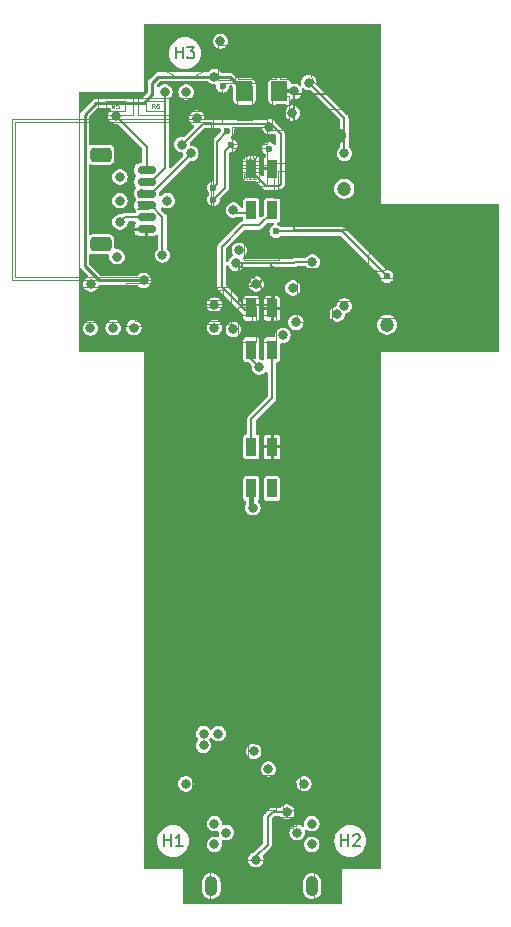
<source format=gbl>
%TF.GenerationSoftware,KiCad,Pcbnew,7.0.7*%
%TF.CreationDate,2023-10-18T20:35:36-04:00*%
%TF.ProjectId,room_environment_monitor,726f6f6d-5f65-46e7-9669-726f6e6d656e,rev?*%
%TF.SameCoordinates,Original*%
%TF.FileFunction,Copper,L4,Bot*%
%TF.FilePolarity,Positive*%
%FSLAX46Y46*%
G04 Gerber Fmt 4.6, Leading zero omitted, Abs format (unit mm)*
G04 Created by KiCad (PCBNEW 7.0.7) date 2023-10-18 20:35:36*
%MOMM*%
%LPD*%
G01*
G04 APERTURE LIST*
G04 Aperture macros list*
%AMRoundRect*
0 Rectangle with rounded corners*
0 $1 Rounding radius*
0 $2 $3 $4 $5 $6 $7 $8 $9 X,Y pos of 4 corners*
0 Add a 4 corners polygon primitive as box body*
4,1,4,$2,$3,$4,$5,$6,$7,$8,$9,$2,$3,0*
0 Add four circle primitives for the rounded corners*
1,1,$1+$1,$2,$3*
1,1,$1+$1,$4,$5*
1,1,$1+$1,$6,$7*
1,1,$1+$1,$8,$9*
0 Add four rect primitives between the rounded corners*
20,1,$1+$1,$2,$3,$4,$5,0*
20,1,$1+$1,$4,$5,$6,$7,0*
20,1,$1+$1,$6,$7,$8,$9,0*
20,1,$1+$1,$8,$9,$2,$3,0*%
G04 Aperture macros list end*
%TA.AperFunction,ComponentPad*%
%ADD10O,1.066800X1.701800*%
%TD*%
%TA.AperFunction,SMDPad,CuDef*%
%ADD11R,0.850000X1.600000*%
%TD*%
%TA.AperFunction,SMDPad,CuDef*%
%ADD12RoundRect,0.150000X0.625000X-0.150000X0.625000X0.150000X-0.625000X0.150000X-0.625000X-0.150000X0*%
%TD*%
%TA.AperFunction,SMDPad,CuDef*%
%ADD13RoundRect,0.250000X0.650000X-0.350000X0.650000X0.350000X-0.650000X0.350000X-0.650000X-0.350000X0*%
%TD*%
%TA.AperFunction,SMDPad,CuDef*%
%ADD14RoundRect,0.250001X0.462499X0.624999X-0.462499X0.624999X-0.462499X-0.624999X0.462499X-0.624999X0*%
%TD*%
%TA.AperFunction,ViaPad*%
%ADD15C,0.800000*%
%TD*%
%TA.AperFunction,ViaPad*%
%ADD16C,1.200000*%
%TD*%
%TA.AperFunction,ViaPad*%
%ADD17C,0.600000*%
%TD*%
%TA.AperFunction,Conductor*%
%ADD18C,0.200000*%
%TD*%
%TA.AperFunction,Conductor*%
%ADD19C,0.300000*%
%TD*%
%TA.AperFunction,Conductor*%
%ADD20C,0.400000*%
%TD*%
%TA.AperFunction,Conductor*%
%ADD21C,0.250000*%
%TD*%
%TA.AperFunction,Profile*%
%ADD22C,0.100000*%
%TD*%
%ADD23C,0.050000*%
%ADD24C,0.152400*%
%ADD25C,0.060000*%
%ADD26C,0.150000*%
%ADD27C,0.075000*%
%ADD28C,0.100000*%
%ADD29C,0.025400*%
%ADD30C,0.508000*%
G04 APERTURE END LIST*
D10*
%TO.P,P1,S1,SHIELD*%
%TO.N,GND*%
X114269999Y-143050003D03*
X105730001Y-143050003D03*
%TD*%
D11*
%TO.P,D4,1,DOUT*%
%TO.N,Net-(D4-DOUT)*%
X110875000Y-97600000D03*
%TO.P,D4,2,VSS*%
%TO.N,GND*%
X109125000Y-97600000D03*
%TO.P,D4,3,DIN*%
%TO.N,Net-(D3-DOUT)*%
X109125000Y-94100000D03*
%TO.P,D4,4,VDD*%
%TO.N,+5V*%
X110875000Y-94100000D03*
%TD*%
D12*
%TO.P,J3,1,Pin_1*%
%TO.N,+5V*%
X100250000Y-87400000D03*
%TO.P,J3,2,Pin_2*%
%TO.N,GND*%
X100250000Y-86400000D03*
%TO.P,J3,3,Pin_3*%
%TO.N,EN*%
X100250000Y-85400000D03*
%TO.P,J3,4,Pin_4*%
%TO.N,BOOT*%
X100250000Y-84400000D03*
%TO.P,J3,5,Pin_5*%
%TO.N,Net-(J3-Pin_5)*%
X100250000Y-83400000D03*
%TO.P,J3,6,Pin_6*%
%TO.N,Net-(J3-Pin_6)*%
X100250000Y-82400000D03*
D13*
%TO.P,J3,MP*%
%TO.N,N/C*%
X96375000Y-88700000D03*
X96375000Y-81100000D03*
%TD*%
D11*
%TO.P,D3,1,DOUT*%
%TO.N,Net-(D3-DOUT)*%
X110875000Y-85800000D03*
%TO.P,D3,2,VSS*%
%TO.N,GND*%
X109125000Y-85800000D03*
%TO.P,D3,3,DIN*%
%TO.N,NEOPIXEL*%
X109125000Y-82300000D03*
%TO.P,D3,4,VDD*%
%TO.N,+5V*%
X110875000Y-82300000D03*
%TD*%
%TO.P,D5,1,DOUT*%
%TO.N,unconnected-(D5-DOUT-Pad1)*%
X110875000Y-109350000D03*
%TO.P,D5,2,VSS*%
%TO.N,GND*%
X109125000Y-109350000D03*
%TO.P,D5,3,DIN*%
%TO.N,Net-(D4-DOUT)*%
X109125000Y-105850000D03*
%TO.P,D5,4,VDD*%
%TO.N,+5V*%
X110875000Y-105850000D03*
%TD*%
D14*
%TO.P,D6,1,K*%
%TO.N,GND*%
X111500000Y-75750000D03*
%TO.P,D6,2,A*%
%TO.N,PD*%
X108525000Y-75750000D03*
%TD*%
D15*
%TO.N,EN*%
X101600000Y-89600000D03*
%TO.N,GND*%
X103575000Y-134375000D03*
X95500000Y-95800000D03*
X97425000Y-95750000D03*
X107600000Y-95900000D03*
X109325000Y-131625000D03*
X110575000Y-133125000D03*
X98000000Y-85000000D03*
X106000000Y-137750000D03*
X112750000Y-75750000D03*
X104500000Y-78000000D03*
X107600000Y-85800000D03*
X98000000Y-83000000D03*
X106000000Y-139500000D03*
X109550001Y-92056200D03*
D16*
X120600000Y-95500000D03*
D15*
X102000000Y-85000000D03*
X109800000Y-99100000D03*
X114250000Y-137750000D03*
X105985081Y-93804619D03*
X98000000Y-86800000D03*
X113000000Y-138500000D03*
X109250000Y-111000000D03*
X113580000Y-134370000D03*
X114250000Y-139500000D03*
X107000000Y-138500000D03*
X112900000Y-95300000D03*
X99175000Y-95750000D03*
D16*
X117000000Y-84000000D03*
D15*
%TO.N,BOOT*%
X104000000Y-81000000D03*
%TO.N,+3V3*%
X111800000Y-96400000D03*
X117000000Y-93900000D03*
X112600000Y-77575000D03*
D17*
X106700000Y-75300000D03*
D15*
X108100000Y-89200000D03*
X105075000Y-130125000D03*
X95537701Y-92062299D03*
X112649500Y-92400000D03*
X105075000Y-131125000D03*
X106325000Y-130125000D03*
D17*
X110600000Y-80600000D03*
D15*
X97750000Y-89750000D03*
X103600000Y-75800000D03*
X116400000Y-94600000D03*
X106500000Y-71500000D03*
X106000000Y-95750000D03*
%TO.N,+5V*%
X110250000Y-71500000D03*
D16*
X117000000Y-82500000D03*
D15*
X109500000Y-139500000D03*
X111500000Y-138550000D03*
X109500000Y-137750000D03*
X124300000Y-89000000D03*
X111500000Y-140000000D03*
%TO.N,NEOPIXEL*%
X110657911Y-78736508D03*
X103250000Y-80250000D03*
D17*
%TO.N,UART1_RX*%
X107400000Y-80300000D03*
X105900000Y-84900000D03*
%TO.N,FAN*%
X111200000Y-87600000D03*
X120600000Y-91400000D03*
%TO.N,UART1_TX_LVL*%
X107100000Y-79100000D03*
X105900000Y-83900000D03*
D15*
%TO.N,I2C_SDA*%
X107800000Y-90300000D03*
X114300000Y-90200000D03*
%TO.N,Net-(P1-VCONN)*%
X112120000Y-136750000D03*
X109500000Y-140800000D03*
%TO.N,Net-(J3-Pin_5)*%
X101800000Y-75800000D03*
%TO.N,Net-(J3-Pin_6)*%
X97630000Y-77830000D03*
%TO.N,Net-(J2-Pin_2)*%
X117000000Y-81000000D03*
X114000000Y-75000000D03*
%TO.N,PD*%
X106000000Y-74500000D03*
X100000000Y-91750000D03*
%TD*%
D18*
%TO.N,EN*%
X101600000Y-86338604D02*
X101600000Y-89600000D01*
X100661396Y-85400000D02*
X101600000Y-86338604D01*
%TO.N,GND*%
X109125000Y-98425000D02*
X109800000Y-99100000D01*
X107800000Y-86000000D02*
X107600000Y-85800000D01*
D19*
X111500000Y-75750000D02*
X112750000Y-75750000D01*
D20*
X109125000Y-109500000D02*
X109125000Y-110875000D01*
X109125000Y-110875000D02*
X109250000Y-111000000D01*
D18*
X109125000Y-86000000D02*
X107800000Y-86000000D01*
X100250000Y-86400000D02*
X98400000Y-86400000D01*
X98400000Y-86400000D02*
X98000000Y-86800000D01*
%TO.N,BOOT*%
X104000000Y-81061396D02*
X104000000Y-81000000D01*
X100661396Y-84400000D02*
X104000000Y-81061396D01*
%TO.N,Net-(D3-DOUT)*%
X108400000Y-87100000D02*
X109775000Y-87100000D01*
X108550000Y-94250000D02*
X106600000Y-92300000D01*
X109125000Y-94250000D02*
X108550000Y-94250000D01*
X106600000Y-88900000D02*
X108400000Y-87100000D01*
X109775000Y-87100000D02*
X110875000Y-86000000D01*
X106600000Y-92300000D02*
X106600000Y-88900000D01*
%TO.N,NEOPIXEL*%
X103250000Y-80250000D02*
X105000000Y-78500000D01*
X111600000Y-83600000D02*
X111450000Y-83750000D01*
X111450000Y-83750000D02*
X110375000Y-83750000D01*
X110750000Y-78500000D02*
X111600000Y-79350000D01*
X111600000Y-79350000D02*
X111600000Y-83600000D01*
X105000000Y-78500000D02*
X110750000Y-78500000D01*
X110375000Y-83750000D02*
X109125000Y-82500000D01*
%TO.N,Net-(D4-DOUT)*%
X110875000Y-97750000D02*
X110875000Y-101725000D01*
X110875000Y-101725000D02*
X109125000Y-103475000D01*
X109125000Y-103475000D02*
X109125000Y-106000000D01*
%TO.N,UART1_RX*%
X106900000Y-83900000D02*
X105900000Y-84900000D01*
X106900000Y-80800000D02*
X106900000Y-83900000D01*
X107400000Y-80300000D02*
X106900000Y-80800000D01*
%TO.N,FAN*%
X116800000Y-87600000D02*
X120600000Y-91400000D01*
X111200000Y-87600000D02*
X116800000Y-87600000D01*
%TO.N,UART1_TX_LVL*%
X106200000Y-80000000D02*
X107100000Y-79100000D01*
X105900000Y-83900000D02*
X106200000Y-83600000D01*
X106200000Y-83600000D02*
X106200000Y-80000000D01*
%TO.N,I2C_SDA*%
X112700500Y-90300000D02*
X112800500Y-90200000D01*
X107800000Y-90300000D02*
X112700500Y-90300000D01*
X112800500Y-90200000D02*
X114300000Y-90200000D01*
%TO.N,Net-(P1-VCONN)*%
X109500000Y-140800000D02*
X109500000Y-140510050D01*
X110500000Y-139510050D02*
X110500000Y-138810000D01*
X110500000Y-137170000D02*
X110500000Y-138810000D01*
X109500000Y-140510050D02*
X110500000Y-139510050D01*
X112120000Y-136750000D02*
X110920000Y-136750000D01*
X110590000Y-137080000D02*
X110500000Y-137170000D01*
X110920000Y-136750000D02*
X110590000Y-137080000D01*
%TO.N,Net-(J3-Pin_5)*%
X101800000Y-75800000D02*
X101800000Y-82261396D01*
X101800000Y-82261396D02*
X100661396Y-83400000D01*
%TO.N,Net-(J3-Pin_6)*%
X100250000Y-80430664D02*
X100250000Y-82400000D01*
X97659668Y-77840332D02*
X100250000Y-80430664D01*
%TO.N,Net-(J2-Pin_2)*%
X117000000Y-81000000D02*
X117000000Y-78000000D01*
X117000000Y-78000000D02*
X114000000Y-75000000D01*
D21*
%TO.N,PD*%
X95000000Y-90500000D02*
X95000000Y-77750000D01*
X100750000Y-75000000D02*
X101250000Y-74500000D01*
X100750000Y-76000000D02*
X100750000Y-75000000D01*
X96250000Y-91750000D02*
X95000000Y-90500000D01*
X96000000Y-76750000D02*
X100000000Y-76750000D01*
X95000000Y-77750000D02*
X96000000Y-76750000D01*
X107275000Y-74500000D02*
X108525000Y-75750000D01*
X106000000Y-74500000D02*
X107275000Y-74500000D01*
X101250000Y-74500000D02*
X106000000Y-74500000D01*
X100000000Y-76750000D02*
X100750000Y-76000000D01*
X100000000Y-91750000D02*
X96250000Y-91750000D01*
%TD*%
%TA.AperFunction,Conductor*%
%TO.N,+5V*%
G36*
X119942539Y-70020185D02*
G01*
X119988294Y-70072989D01*
X119999500Y-70124500D01*
X119999500Y-85225467D01*
X119999416Y-85225889D01*
X119999459Y-85250001D01*
X119999500Y-85250099D01*
X119999616Y-85250382D01*
X119999618Y-85250384D01*
X119999808Y-85250462D01*
X120000000Y-85250541D01*
X120000002Y-85250539D01*
X120024616Y-85250524D01*
X120024616Y-85250528D01*
X120024760Y-85250500D01*
X129875500Y-85250500D01*
X129942539Y-85270185D01*
X129988294Y-85322989D01*
X129999500Y-85374500D01*
X129999500Y-97625500D01*
X129979815Y-97692539D01*
X129927011Y-97738294D01*
X129875500Y-97749500D01*
X120024760Y-97749500D01*
X120024554Y-97749459D01*
X120000000Y-97749459D01*
X119999901Y-97749500D01*
X119999617Y-97749616D01*
X119999615Y-97749618D01*
X119999459Y-97749999D01*
X119999476Y-97774616D01*
X119999471Y-97774616D01*
X119999500Y-97774759D01*
X119999500Y-141375500D01*
X119979815Y-141442539D01*
X119927011Y-141488294D01*
X119875500Y-141499500D01*
X116724760Y-141499500D01*
X116724554Y-141499459D01*
X116700000Y-141499459D01*
X116699901Y-141499500D01*
X116699617Y-141499616D01*
X116699615Y-141499618D01*
X116699459Y-141499999D01*
X116699476Y-141524616D01*
X116699471Y-141524616D01*
X116699499Y-141524759D01*
X116699500Y-144375500D01*
X116679815Y-144442539D01*
X116627012Y-144488294D01*
X116575500Y-144499500D01*
X103424500Y-144499500D01*
X103357461Y-144479815D01*
X103311706Y-144427011D01*
X103300500Y-144375500D01*
X103300500Y-143411531D01*
X104946101Y-143411531D01*
X104960917Y-143543032D01*
X104960919Y-143543042D01*
X105019262Y-143709776D01*
X105019263Y-143709777D01*
X105113245Y-143859349D01*
X105238155Y-143984259D01*
X105387727Y-144078241D01*
X105554463Y-144136585D01*
X105554469Y-144136585D01*
X105554471Y-144136586D01*
X105729997Y-144156363D01*
X105730001Y-144156363D01*
X105730005Y-144156363D01*
X105905530Y-144136586D01*
X105905529Y-144136586D01*
X105905539Y-144136585D01*
X106072275Y-144078241D01*
X106221847Y-143984259D01*
X106346757Y-143859349D01*
X106440739Y-143709777D01*
X106499083Y-143543041D01*
X106513900Y-143411531D01*
X113486099Y-143411531D01*
X113500915Y-143543032D01*
X113500917Y-143543042D01*
X113559260Y-143709776D01*
X113559261Y-143709777D01*
X113653243Y-143859349D01*
X113778153Y-143984259D01*
X113927725Y-144078241D01*
X114094461Y-144136585D01*
X114094467Y-144136585D01*
X114094469Y-144136586D01*
X114269995Y-144156363D01*
X114269999Y-144156363D01*
X114270003Y-144156363D01*
X114445528Y-144136586D01*
X114445527Y-144136586D01*
X114445537Y-144136585D01*
X114612273Y-144078241D01*
X114761845Y-143984259D01*
X114886755Y-143859349D01*
X114980737Y-143709777D01*
X115039081Y-143543041D01*
X115053899Y-143411525D01*
X115053899Y-142688481D01*
X115039081Y-142556965D01*
X114980737Y-142390229D01*
X114886755Y-142240657D01*
X114761845Y-142115747D01*
X114612273Y-142021765D01*
X114612274Y-142021765D01*
X114612272Y-142021764D01*
X114445538Y-141963421D01*
X114445528Y-141963419D01*
X114270003Y-141943643D01*
X114269995Y-141943643D01*
X114094469Y-141963419D01*
X114094459Y-141963421D01*
X113927725Y-142021764D01*
X113927722Y-142021766D01*
X113778152Y-142115747D01*
X113653243Y-142240656D01*
X113559262Y-142390226D01*
X113559260Y-142390229D01*
X113500917Y-142556963D01*
X113500915Y-142556973D01*
X113486099Y-142688474D01*
X113486099Y-143411531D01*
X106513900Y-143411531D01*
X106513901Y-143411525D01*
X106513901Y-142688481D01*
X106499083Y-142556965D01*
X106440739Y-142390229D01*
X106346757Y-142240657D01*
X106221847Y-142115747D01*
X106072275Y-142021765D01*
X106072276Y-142021765D01*
X106072274Y-142021764D01*
X105905540Y-141963421D01*
X105905530Y-141963419D01*
X105730005Y-141943643D01*
X105729997Y-141943643D01*
X105554471Y-141963419D01*
X105554461Y-141963421D01*
X105387727Y-142021764D01*
X105387724Y-142021766D01*
X105238154Y-142115747D01*
X105113245Y-142240656D01*
X105019264Y-142390226D01*
X105019262Y-142390229D01*
X104960919Y-142556963D01*
X104960917Y-142556973D01*
X104946101Y-142688474D01*
X104946101Y-143411531D01*
X103300500Y-143411531D01*
X103300500Y-141524759D01*
X103300528Y-141524616D01*
X103300524Y-141524616D01*
X103300539Y-141500002D01*
X103300541Y-141500000D01*
X103300462Y-141499808D01*
X103300384Y-141499618D01*
X103300382Y-141499616D01*
X103300099Y-141499500D01*
X103300000Y-141499459D01*
X103275446Y-141499459D01*
X103275240Y-141499500D01*
X100124500Y-141499500D01*
X100057461Y-141479815D01*
X100011706Y-141427011D01*
X100000500Y-141375500D01*
X100000500Y-140800000D01*
X108844722Y-140800000D01*
X108863762Y-140956818D01*
X108919780Y-141104522D01*
X108919780Y-141104523D01*
X109009517Y-141234530D01*
X109127760Y-141339283D01*
X109127762Y-141339284D01*
X109267634Y-141412696D01*
X109421014Y-141450500D01*
X109421015Y-141450500D01*
X109578985Y-141450500D01*
X109732365Y-141412696D01*
X109803235Y-141375500D01*
X109872240Y-141339283D01*
X109990483Y-141234530D01*
X110080220Y-141104523D01*
X110136237Y-140956818D01*
X110155278Y-140800000D01*
X110136237Y-140643182D01*
X110089409Y-140519708D01*
X110084043Y-140450049D01*
X110117190Y-140388542D01*
X110117430Y-140388300D01*
X110713046Y-139792684D01*
X110732902Y-139776561D01*
X110740669Y-139771487D01*
X110760873Y-139745527D01*
X110765941Y-139739789D01*
X110768376Y-139737356D01*
X110772162Y-139732052D01*
X110781048Y-139719608D01*
X110812513Y-139679181D01*
X110812512Y-139679181D01*
X110812517Y-139679176D01*
X110812519Y-139679169D01*
X110815982Y-139672768D01*
X110816021Y-139672690D01*
X110816058Y-139672620D01*
X110819233Y-139666124D01*
X110819240Y-139666116D01*
X110833860Y-139617006D01*
X110850500Y-139568538D01*
X110850500Y-139568534D01*
X110851692Y-139561391D01*
X110851701Y-139561321D01*
X110851714Y-139561243D01*
X110852617Y-139554000D01*
X110850500Y-139502807D01*
X110850500Y-139500000D01*
X113594722Y-139500000D01*
X113613762Y-139656818D01*
X113657251Y-139771486D01*
X113669780Y-139804523D01*
X113759517Y-139934530D01*
X113877760Y-140039283D01*
X113877762Y-140039284D01*
X114017634Y-140112696D01*
X114171014Y-140150500D01*
X114171015Y-140150500D01*
X114328985Y-140150500D01*
X114482365Y-140112696D01*
X114561043Y-140071402D01*
X114622240Y-140039283D01*
X114740483Y-139934530D01*
X114830220Y-139804523D01*
X114886237Y-139656818D01*
X114905278Y-139500000D01*
X114886237Y-139343182D01*
X114831935Y-139200000D01*
X116144341Y-139200000D01*
X116164936Y-139435403D01*
X116164938Y-139435413D01*
X116226094Y-139663655D01*
X116226096Y-139663659D01*
X116226097Y-139663663D01*
X116252185Y-139719608D01*
X116325964Y-139877828D01*
X116325965Y-139877830D01*
X116461505Y-140071402D01*
X116628597Y-140238494D01*
X116822169Y-140374034D01*
X116822171Y-140374035D01*
X117036337Y-140473903D01*
X117264592Y-140535063D01*
X117441034Y-140550500D01*
X117558966Y-140550500D01*
X117735408Y-140535063D01*
X117963663Y-140473903D01*
X118177829Y-140374035D01*
X118371401Y-140238495D01*
X118538495Y-140071401D01*
X118674035Y-139877830D01*
X118773903Y-139663663D01*
X118835063Y-139435408D01*
X118855659Y-139200000D01*
X118835063Y-138964592D01*
X118773903Y-138736337D01*
X118674035Y-138522171D01*
X118674034Y-138522169D01*
X118538494Y-138328597D01*
X118371402Y-138161505D01*
X118177830Y-138025965D01*
X118177828Y-138025964D01*
X118037901Y-137960715D01*
X117963663Y-137926097D01*
X117963659Y-137926096D01*
X117963655Y-137926094D01*
X117735413Y-137864938D01*
X117735403Y-137864936D01*
X117558966Y-137849500D01*
X117441034Y-137849500D01*
X117264596Y-137864936D01*
X117264586Y-137864938D01*
X117036344Y-137926094D01*
X117036335Y-137926098D01*
X116822171Y-138025964D01*
X116822169Y-138025965D01*
X116628597Y-138161505D01*
X116461506Y-138328597D01*
X116461501Y-138328604D01*
X116325967Y-138522165D01*
X116325965Y-138522169D01*
X116226098Y-138736335D01*
X116226094Y-138736344D01*
X116164938Y-138964586D01*
X116164936Y-138964596D01*
X116144341Y-139199999D01*
X116144341Y-139200000D01*
X114831935Y-139200000D01*
X114830220Y-139195477D01*
X114740483Y-139065470D01*
X114622240Y-138960717D01*
X114622238Y-138960716D01*
X114622237Y-138960715D01*
X114482365Y-138887303D01*
X114328986Y-138849500D01*
X114328985Y-138849500D01*
X114171015Y-138849500D01*
X114171014Y-138849500D01*
X114017634Y-138887303D01*
X113877762Y-138960715D01*
X113759516Y-139065471D01*
X113669781Y-139195475D01*
X113669780Y-139195476D01*
X113613762Y-139343181D01*
X113594722Y-139499999D01*
X113594722Y-139500000D01*
X110850500Y-139500000D01*
X110850500Y-138729606D01*
X110850499Y-138729597D01*
X110850499Y-138500000D01*
X112344722Y-138500000D01*
X112363762Y-138656818D01*
X112410844Y-138780960D01*
X112419780Y-138804523D01*
X112509517Y-138934530D01*
X112627760Y-139039283D01*
X112627762Y-139039284D01*
X112767634Y-139112696D01*
X112921014Y-139150500D01*
X112921015Y-139150500D01*
X113078985Y-139150500D01*
X113232365Y-139112696D01*
X113240562Y-139108394D01*
X113372240Y-139039283D01*
X113490483Y-138934530D01*
X113580220Y-138804523D01*
X113636237Y-138656818D01*
X113655278Y-138500000D01*
X113652975Y-138481037D01*
X113639202Y-138367601D01*
X113650662Y-138298678D01*
X113697566Y-138246892D01*
X113765022Y-138228685D01*
X113831613Y-138249837D01*
X113844518Y-138259834D01*
X113869452Y-138281923D01*
X113877762Y-138289285D01*
X114017634Y-138362696D01*
X114171014Y-138400500D01*
X114171015Y-138400500D01*
X114328985Y-138400500D01*
X114482365Y-138362696D01*
X114547321Y-138328604D01*
X114622240Y-138289283D01*
X114740483Y-138184530D01*
X114830220Y-138054523D01*
X114886237Y-137906818D01*
X114905278Y-137750000D01*
X114886237Y-137593182D01*
X114830220Y-137445477D01*
X114740483Y-137315470D01*
X114622240Y-137210717D01*
X114622238Y-137210716D01*
X114622237Y-137210715D01*
X114482365Y-137137303D01*
X114328986Y-137099500D01*
X114328985Y-137099500D01*
X114171015Y-137099500D01*
X114171014Y-137099500D01*
X114017634Y-137137303D01*
X113877762Y-137210715D01*
X113759516Y-137315471D01*
X113669781Y-137445475D01*
X113669780Y-137445476D01*
X113613762Y-137593181D01*
X113594722Y-137749999D01*
X113594722Y-137750000D01*
X113610797Y-137882398D01*
X113599336Y-137951322D01*
X113552432Y-138003107D01*
X113484976Y-138021314D01*
X113418385Y-138000161D01*
X113405479Y-137990163D01*
X113372240Y-137960717D01*
X113372237Y-137960714D01*
X113232365Y-137887303D01*
X113078986Y-137849500D01*
X113078985Y-137849500D01*
X112921015Y-137849500D01*
X112921014Y-137849500D01*
X112767634Y-137887303D01*
X112627762Y-137960715D01*
X112509516Y-138065471D01*
X112419781Y-138195475D01*
X112419780Y-138195476D01*
X112363762Y-138343181D01*
X112344722Y-138499999D01*
X112344722Y-138500000D01*
X110850499Y-138500000D01*
X110850499Y-138054523D01*
X110850499Y-137366539D01*
X110870184Y-137299504D01*
X110886809Y-137278872D01*
X111028864Y-137136817D01*
X111090187Y-137103334D01*
X111116544Y-137100500D01*
X111506436Y-137100500D01*
X111573475Y-137120185D01*
X111608487Y-137154062D01*
X111629515Y-137184528D01*
X111629516Y-137184529D01*
X111629517Y-137184530D01*
X111747760Y-137289283D01*
X111747762Y-137289284D01*
X111887634Y-137362696D01*
X112041014Y-137400500D01*
X112041015Y-137400500D01*
X112198985Y-137400500D01*
X112352365Y-137362696D01*
X112352364Y-137362696D01*
X112492240Y-137289283D01*
X112610483Y-137184530D01*
X112700220Y-137054523D01*
X112756237Y-136906818D01*
X112775278Y-136750000D01*
X112756237Y-136593182D01*
X112700220Y-136445477D01*
X112610483Y-136315470D01*
X112492240Y-136210717D01*
X112492238Y-136210716D01*
X112492237Y-136210715D01*
X112352365Y-136137303D01*
X112198986Y-136099500D01*
X112198985Y-136099500D01*
X112041015Y-136099500D01*
X112041014Y-136099500D01*
X111887634Y-136137303D01*
X111747762Y-136210715D01*
X111629515Y-136315471D01*
X111608487Y-136345938D01*
X111554205Y-136389930D01*
X111506436Y-136399500D01*
X110969206Y-136399500D01*
X110943761Y-136396861D01*
X110934685Y-136394958D01*
X110934682Y-136394958D01*
X110902068Y-136399023D01*
X110894392Y-136399500D01*
X110890960Y-136399500D01*
X110876619Y-136401892D01*
X110869448Y-136403089D01*
X110852621Y-136405186D01*
X110818607Y-136409427D01*
X110818606Y-136409427D01*
X110818601Y-136409428D01*
X110811575Y-136411519D01*
X110804623Y-136413906D01*
X110759555Y-136438295D01*
X110713512Y-136460803D01*
X110707566Y-136465048D01*
X110701742Y-136469581D01*
X110667041Y-136507274D01*
X110667042Y-136507275D01*
X110383516Y-136790802D01*
X110337224Y-136837092D01*
X110286951Y-136887365D01*
X110267102Y-136903484D01*
X110259332Y-136908560D01*
X110259332Y-136908561D01*
X110239143Y-136934498D01*
X110234067Y-136940248D01*
X110231634Y-136942681D01*
X110231623Y-136942694D01*
X110218954Y-136960438D01*
X110187483Y-137000872D01*
X110183975Y-137007353D01*
X110180760Y-137013932D01*
X110166138Y-137063045D01*
X110149498Y-137111516D01*
X110148294Y-137118733D01*
X110147382Y-137126046D01*
X110149500Y-137177230D01*
X110149500Y-139313505D01*
X110129815Y-139380544D01*
X110113181Y-139401186D01*
X109370945Y-140143421D01*
X109312940Y-140176137D01*
X109267632Y-140187304D01*
X109127762Y-140260715D01*
X109009516Y-140365471D01*
X108919781Y-140495475D01*
X108919780Y-140495476D01*
X108863762Y-140643181D01*
X108844722Y-140799999D01*
X108844722Y-140800000D01*
X100000500Y-140800000D01*
X100000500Y-139200000D01*
X101144341Y-139200000D01*
X101164936Y-139435403D01*
X101164938Y-139435413D01*
X101226094Y-139663655D01*
X101226096Y-139663659D01*
X101226097Y-139663663D01*
X101252185Y-139719608D01*
X101325964Y-139877828D01*
X101325965Y-139877830D01*
X101461505Y-140071402D01*
X101628597Y-140238494D01*
X101822169Y-140374034D01*
X101822171Y-140374035D01*
X102036337Y-140473903D01*
X102264592Y-140535063D01*
X102441034Y-140550500D01*
X102558966Y-140550500D01*
X102735408Y-140535063D01*
X102963663Y-140473903D01*
X103177829Y-140374035D01*
X103371401Y-140238495D01*
X103538495Y-140071401D01*
X103674035Y-139877830D01*
X103773903Y-139663663D01*
X103817756Y-139500000D01*
X105344722Y-139500000D01*
X105363762Y-139656818D01*
X105407251Y-139771486D01*
X105419780Y-139804523D01*
X105509517Y-139934530D01*
X105627760Y-140039283D01*
X105627762Y-140039284D01*
X105767634Y-140112696D01*
X105921014Y-140150500D01*
X105921015Y-140150500D01*
X106078985Y-140150500D01*
X106232365Y-140112696D01*
X106311043Y-140071402D01*
X106372240Y-140039283D01*
X106490483Y-139934530D01*
X106580220Y-139804523D01*
X106636237Y-139656818D01*
X106655278Y-139500000D01*
X106636237Y-139343182D01*
X106609765Y-139273383D01*
X106604399Y-139203721D01*
X106637546Y-139142215D01*
X106698684Y-139108394D01*
X106759972Y-139112438D01*
X106760351Y-139110901D01*
X106921014Y-139150500D01*
X106921015Y-139150500D01*
X107078985Y-139150500D01*
X107232365Y-139112696D01*
X107240562Y-139108394D01*
X107372240Y-139039283D01*
X107490483Y-138934530D01*
X107580220Y-138804523D01*
X107636237Y-138656818D01*
X107655278Y-138500000D01*
X107652976Y-138481037D01*
X107636237Y-138343181D01*
X107592814Y-138228685D01*
X107580220Y-138195477D01*
X107490483Y-138065470D01*
X107372240Y-137960717D01*
X107372238Y-137960716D01*
X107372237Y-137960715D01*
X107232365Y-137887303D01*
X107078986Y-137849500D01*
X107078985Y-137849500D01*
X106921015Y-137849500D01*
X106921014Y-137849500D01*
X106808952Y-137877120D01*
X106739150Y-137874051D01*
X106682088Y-137833730D01*
X106655883Y-137768961D01*
X106655278Y-137756723D01*
X106655278Y-137749999D01*
X106636237Y-137593181D01*
X106614992Y-137537163D01*
X106580220Y-137445477D01*
X106490483Y-137315470D01*
X106372240Y-137210717D01*
X106372238Y-137210716D01*
X106372237Y-137210715D01*
X106232365Y-137137303D01*
X106078986Y-137099500D01*
X106078985Y-137099500D01*
X105921015Y-137099500D01*
X105921014Y-137099500D01*
X105767634Y-137137303D01*
X105627762Y-137210715D01*
X105509516Y-137315471D01*
X105419781Y-137445475D01*
X105419780Y-137445476D01*
X105363762Y-137593181D01*
X105344722Y-137749999D01*
X105344722Y-137750000D01*
X105363762Y-137906818D01*
X105408949Y-138025964D01*
X105419780Y-138054523D01*
X105509517Y-138184530D01*
X105627760Y-138289283D01*
X105627762Y-138289284D01*
X105767634Y-138362696D01*
X105921014Y-138400500D01*
X105921015Y-138400500D01*
X106078985Y-138400500D01*
X106191049Y-138372879D01*
X106260849Y-138375948D01*
X106317911Y-138416268D01*
X106344117Y-138481037D01*
X106344722Y-138493276D01*
X106344722Y-138500000D01*
X106363763Y-138656818D01*
X106390233Y-138726615D01*
X106395600Y-138796278D01*
X106362452Y-138857785D01*
X106301314Y-138891606D01*
X106240028Y-138887560D01*
X106239649Y-138889099D01*
X106078986Y-138849500D01*
X106078985Y-138849500D01*
X105921015Y-138849500D01*
X105921014Y-138849500D01*
X105767634Y-138887303D01*
X105627762Y-138960715D01*
X105509516Y-139065471D01*
X105419781Y-139195475D01*
X105419780Y-139195476D01*
X105363762Y-139343181D01*
X105344722Y-139499999D01*
X105344722Y-139500000D01*
X103817756Y-139500000D01*
X103835063Y-139435408D01*
X103855659Y-139200000D01*
X103835063Y-138964592D01*
X103773903Y-138736337D01*
X103674035Y-138522171D01*
X103674034Y-138522169D01*
X103538494Y-138328597D01*
X103371402Y-138161505D01*
X103177830Y-138025965D01*
X103177828Y-138025964D01*
X103037901Y-137960715D01*
X102963663Y-137926097D01*
X102963659Y-137926096D01*
X102963655Y-137926094D01*
X102735413Y-137864938D01*
X102735403Y-137864936D01*
X102558966Y-137849500D01*
X102441034Y-137849500D01*
X102264596Y-137864936D01*
X102264586Y-137864938D01*
X102036344Y-137926094D01*
X102036335Y-137926098D01*
X101822171Y-138025964D01*
X101822169Y-138025965D01*
X101628597Y-138161505D01*
X101461506Y-138328597D01*
X101461501Y-138328604D01*
X101325967Y-138522165D01*
X101325965Y-138522169D01*
X101226098Y-138736335D01*
X101226094Y-138736344D01*
X101164938Y-138964586D01*
X101164936Y-138964596D01*
X101144341Y-139199999D01*
X101144341Y-139200000D01*
X100000500Y-139200000D01*
X100000500Y-134375000D01*
X102919722Y-134375000D01*
X102938762Y-134531818D01*
X102992884Y-134674523D01*
X102994780Y-134679523D01*
X103084517Y-134809530D01*
X103202760Y-134914283D01*
X103202762Y-134914284D01*
X103342634Y-134987696D01*
X103496014Y-135025500D01*
X103496015Y-135025500D01*
X103653985Y-135025500D01*
X103807365Y-134987696D01*
X103816892Y-134982696D01*
X103947240Y-134914283D01*
X104065483Y-134809530D01*
X104155220Y-134679523D01*
X104211237Y-134531818D01*
X104230278Y-134375000D01*
X104229671Y-134370000D01*
X112924722Y-134370000D01*
X112943762Y-134526818D01*
X112999779Y-134674522D01*
X112999780Y-134674523D01*
X113089517Y-134804530D01*
X113207760Y-134909283D01*
X113219860Y-134915633D01*
X113347634Y-134982696D01*
X113501014Y-135020500D01*
X113501015Y-135020500D01*
X113658985Y-135020500D01*
X113812365Y-134982696D01*
X113812364Y-134982696D01*
X113952240Y-134909283D01*
X114070483Y-134804530D01*
X114160220Y-134674523D01*
X114216237Y-134526818D01*
X114235278Y-134370000D01*
X114216237Y-134213182D01*
X114160220Y-134065477D01*
X114070483Y-133935470D01*
X113952240Y-133830717D01*
X113952238Y-133830716D01*
X113952237Y-133830715D01*
X113812365Y-133757303D01*
X113658986Y-133719500D01*
X113658985Y-133719500D01*
X113501015Y-133719500D01*
X113501014Y-133719500D01*
X113347634Y-133757303D01*
X113207762Y-133830715D01*
X113089516Y-133935471D01*
X112999781Y-134065475D01*
X112999780Y-134065476D01*
X112943762Y-134213181D01*
X112924722Y-134369999D01*
X112924722Y-134370000D01*
X104229671Y-134370000D01*
X104211237Y-134218182D01*
X104209340Y-134213181D01*
X104189992Y-134162164D01*
X104155220Y-134070477D01*
X104065483Y-133940470D01*
X103947240Y-133835717D01*
X103947238Y-133835716D01*
X103947237Y-133835715D01*
X103807365Y-133762303D01*
X103653986Y-133724500D01*
X103653985Y-133724500D01*
X103496015Y-133724500D01*
X103496014Y-133724500D01*
X103342634Y-133762303D01*
X103202762Y-133835715D01*
X103084516Y-133940471D01*
X102994781Y-134070475D01*
X102994780Y-134070476D01*
X102938762Y-134218181D01*
X102919722Y-134374999D01*
X102919722Y-134375000D01*
X100000500Y-134375000D01*
X100000500Y-133125000D01*
X109919722Y-133125000D01*
X109938762Y-133281818D01*
X109994780Y-133429523D01*
X110084517Y-133559530D01*
X110202760Y-133664283D01*
X110202762Y-133664284D01*
X110342634Y-133737696D01*
X110496014Y-133775500D01*
X110496015Y-133775500D01*
X110653985Y-133775500D01*
X110807365Y-133737696D01*
X110807364Y-133737696D01*
X110947240Y-133664283D01*
X111065483Y-133559530D01*
X111155220Y-133429523D01*
X111211237Y-133281818D01*
X111230278Y-133125000D01*
X111211237Y-132968182D01*
X111155220Y-132820477D01*
X111065483Y-132690470D01*
X110947240Y-132585717D01*
X110947238Y-132585716D01*
X110947237Y-132585715D01*
X110807365Y-132512303D01*
X110653986Y-132474500D01*
X110653985Y-132474500D01*
X110496015Y-132474500D01*
X110496014Y-132474500D01*
X110342634Y-132512303D01*
X110202762Y-132585715D01*
X110084516Y-132690471D01*
X109994781Y-132820475D01*
X109994780Y-132820476D01*
X109938762Y-132968181D01*
X109919722Y-133124999D01*
X109919722Y-133125000D01*
X100000500Y-133125000D01*
X100000500Y-131125000D01*
X104419722Y-131125000D01*
X104438762Y-131281818D01*
X104453424Y-131320477D01*
X104494780Y-131429523D01*
X104584517Y-131559530D01*
X104702760Y-131664283D01*
X104702762Y-131664284D01*
X104842634Y-131737696D01*
X104996014Y-131775500D01*
X104996015Y-131775500D01*
X105153985Y-131775500D01*
X105307365Y-131737696D01*
X105307364Y-131737695D01*
X105447240Y-131664283D01*
X105491582Y-131625000D01*
X108669722Y-131625000D01*
X108688762Y-131781818D01*
X108744780Y-131929523D01*
X108834517Y-132059530D01*
X108952760Y-132164283D01*
X108952762Y-132164284D01*
X109092634Y-132237696D01*
X109246014Y-132275500D01*
X109246015Y-132275500D01*
X109403985Y-132275500D01*
X109557365Y-132237696D01*
X109557364Y-132237696D01*
X109697240Y-132164283D01*
X109815483Y-132059530D01*
X109905220Y-131929523D01*
X109961237Y-131781818D01*
X109980278Y-131625000D01*
X109961237Y-131468182D01*
X109905220Y-131320477D01*
X109815483Y-131190470D01*
X109697240Y-131085717D01*
X109697238Y-131085716D01*
X109697237Y-131085715D01*
X109557365Y-131012303D01*
X109403986Y-130974500D01*
X109403985Y-130974500D01*
X109246015Y-130974500D01*
X109246014Y-130974500D01*
X109092634Y-131012303D01*
X108952762Y-131085715D01*
X108834516Y-131190471D01*
X108744781Y-131320475D01*
X108744780Y-131320476D01*
X108688762Y-131468181D01*
X108669722Y-131624999D01*
X108669722Y-131625000D01*
X105491582Y-131625000D01*
X105565483Y-131559530D01*
X105655220Y-131429523D01*
X105711237Y-131281818D01*
X105730278Y-131125000D01*
X105711237Y-130968182D01*
X105655220Y-130820477D01*
X105568912Y-130695438D01*
X105547030Y-130629086D01*
X105564495Y-130561434D01*
X105568905Y-130554571D01*
X105597950Y-130512492D01*
X105652233Y-130468502D01*
X105721682Y-130460843D01*
X105784247Y-130491947D01*
X105802049Y-130512492D01*
X105834517Y-130559530D01*
X105952760Y-130664283D01*
X105952762Y-130664284D01*
X106092634Y-130737696D01*
X106246014Y-130775500D01*
X106246015Y-130775500D01*
X106403985Y-130775500D01*
X106557365Y-130737696D01*
X106557365Y-130737695D01*
X106697240Y-130664283D01*
X106815483Y-130559530D01*
X106905220Y-130429523D01*
X106961237Y-130281818D01*
X106980278Y-130125000D01*
X106961237Y-129968182D01*
X106905220Y-129820477D01*
X106815483Y-129690470D01*
X106697240Y-129585717D01*
X106697238Y-129585716D01*
X106697237Y-129585715D01*
X106557365Y-129512303D01*
X106403986Y-129474500D01*
X106403985Y-129474500D01*
X106246015Y-129474500D01*
X106246014Y-129474500D01*
X106092634Y-129512303D01*
X105952762Y-129585715D01*
X105834517Y-129690469D01*
X105802050Y-129737507D01*
X105747766Y-129781497D01*
X105678318Y-129789156D01*
X105615753Y-129758052D01*
X105597950Y-129737507D01*
X105565483Y-129690470D01*
X105447240Y-129585717D01*
X105447238Y-129585716D01*
X105447237Y-129585715D01*
X105307365Y-129512303D01*
X105153986Y-129474500D01*
X105153985Y-129474500D01*
X104996015Y-129474500D01*
X104996014Y-129474500D01*
X104842634Y-129512303D01*
X104702762Y-129585715D01*
X104584516Y-129690471D01*
X104494781Y-129820475D01*
X104494780Y-129820476D01*
X104438762Y-129968181D01*
X104419722Y-130124999D01*
X104419722Y-130125000D01*
X104438762Y-130281818D01*
X104494780Y-130429523D01*
X104494781Y-130429524D01*
X104581086Y-130554560D01*
X104602969Y-130620915D01*
X104585503Y-130688566D01*
X104581086Y-130695440D01*
X104494781Y-130820475D01*
X104494780Y-130820476D01*
X104438762Y-130968181D01*
X104419722Y-131124999D01*
X104419722Y-131125000D01*
X100000500Y-131125000D01*
X100000500Y-129474500D01*
X100000500Y-110174678D01*
X108449500Y-110174678D01*
X108464032Y-110247735D01*
X108464033Y-110247739D01*
X108464034Y-110247740D01*
X108519399Y-110330601D01*
X108602260Y-110385966D01*
X108612415Y-110392751D01*
X108611074Y-110394756D01*
X108652355Y-110428021D01*
X108674421Y-110494315D01*
X108674500Y-110498743D01*
X108674500Y-110660307D01*
X108666442Y-110704278D01*
X108613763Y-110843181D01*
X108594722Y-110999999D01*
X108594722Y-111000000D01*
X108613762Y-111156818D01*
X108669780Y-111304523D01*
X108759517Y-111434530D01*
X108877760Y-111539283D01*
X108877762Y-111539284D01*
X109017634Y-111612696D01*
X109171014Y-111650500D01*
X109171015Y-111650500D01*
X109328985Y-111650500D01*
X109482365Y-111612696D01*
X109482364Y-111612695D01*
X109622240Y-111539283D01*
X109740483Y-111434530D01*
X109830220Y-111304523D01*
X109886237Y-111156818D01*
X109905278Y-111000000D01*
X109886237Y-110843182D01*
X109830220Y-110695477D01*
X109740483Y-110565470D01*
X109705435Y-110534420D01*
X109668310Y-110475233D01*
X109669077Y-110405367D01*
X109707494Y-110347007D01*
X109718769Y-110338506D01*
X109730601Y-110330601D01*
X109785966Y-110247740D01*
X109800499Y-110174678D01*
X110199500Y-110174678D01*
X110214032Y-110247735D01*
X110214033Y-110247739D01*
X110214034Y-110247740D01*
X110269399Y-110330601D01*
X110352260Y-110385965D01*
X110352260Y-110385966D01*
X110352264Y-110385967D01*
X110425321Y-110400499D01*
X110425324Y-110400500D01*
X110425326Y-110400500D01*
X111324676Y-110400500D01*
X111324677Y-110400499D01*
X111397740Y-110385966D01*
X111480601Y-110330601D01*
X111535966Y-110247740D01*
X111550500Y-110174674D01*
X111550500Y-108525326D01*
X111550500Y-108525325D01*
X111550500Y-108525323D01*
X111550499Y-108525321D01*
X111535967Y-108452264D01*
X111535966Y-108452260D01*
X111535965Y-108452259D01*
X111480601Y-108369399D01*
X111397740Y-108314034D01*
X111397739Y-108314033D01*
X111397735Y-108314032D01*
X111324677Y-108299500D01*
X111324674Y-108299500D01*
X110425326Y-108299500D01*
X110425323Y-108299500D01*
X110352264Y-108314032D01*
X110352260Y-108314033D01*
X110269399Y-108369399D01*
X110214033Y-108452260D01*
X110214032Y-108452264D01*
X110199500Y-108525321D01*
X110199500Y-110174678D01*
X109800499Y-110174678D01*
X109800500Y-110174674D01*
X109800500Y-108525326D01*
X109800500Y-108525325D01*
X109800500Y-108525323D01*
X109800499Y-108525321D01*
X109785967Y-108452264D01*
X109785966Y-108452260D01*
X109785965Y-108452260D01*
X109730601Y-108369399D01*
X109647740Y-108314034D01*
X109647739Y-108314033D01*
X109647735Y-108314032D01*
X109574677Y-108299500D01*
X109574674Y-108299500D01*
X108675326Y-108299500D01*
X108675323Y-108299500D01*
X108602264Y-108314032D01*
X108602260Y-108314033D01*
X108519399Y-108369399D01*
X108464033Y-108452260D01*
X108464032Y-108452264D01*
X108449500Y-108525321D01*
X108449500Y-110174678D01*
X100000500Y-110174678D01*
X100000500Y-106674678D01*
X108449500Y-106674678D01*
X108464032Y-106747735D01*
X108464033Y-106747739D01*
X108464034Y-106747740D01*
X108519399Y-106830601D01*
X108601554Y-106885494D01*
X108602260Y-106885966D01*
X108602264Y-106885967D01*
X108675321Y-106900499D01*
X108675324Y-106900500D01*
X108675326Y-106900500D01*
X109574676Y-106900500D01*
X109574677Y-106900499D01*
X109647740Y-106885966D01*
X109730601Y-106830601D01*
X109785966Y-106747740D01*
X109800500Y-106674674D01*
X109800500Y-105975000D01*
X110200000Y-105975000D01*
X110200000Y-106674628D01*
X110214503Y-106747540D01*
X110214505Y-106747544D01*
X110269760Y-106830239D01*
X110352455Y-106885494D01*
X110352459Y-106885496D01*
X110425371Y-106899999D01*
X110425374Y-106900000D01*
X110750000Y-106900000D01*
X110750000Y-105975000D01*
X111000000Y-105975000D01*
X111000000Y-106900000D01*
X111324626Y-106900000D01*
X111324628Y-106899999D01*
X111397540Y-106885496D01*
X111397544Y-106885494D01*
X111480239Y-106830239D01*
X111535494Y-106747544D01*
X111535496Y-106747540D01*
X111549999Y-106674628D01*
X111550000Y-106674626D01*
X111550000Y-105975000D01*
X111000000Y-105975000D01*
X110750000Y-105975000D01*
X110200000Y-105975000D01*
X109800500Y-105975000D01*
X109800500Y-105725000D01*
X110200000Y-105725000D01*
X110750000Y-105725000D01*
X110750000Y-104800000D01*
X111000000Y-104800000D01*
X111000000Y-105725000D01*
X111550000Y-105725000D01*
X111550000Y-105025373D01*
X111549999Y-105025371D01*
X111535496Y-104952459D01*
X111535494Y-104952455D01*
X111480239Y-104869760D01*
X111397544Y-104814505D01*
X111397540Y-104814503D01*
X111324627Y-104800000D01*
X111000000Y-104800000D01*
X110750000Y-104800000D01*
X110425373Y-104800000D01*
X110352459Y-104814503D01*
X110352455Y-104814505D01*
X110269760Y-104869760D01*
X110214505Y-104952455D01*
X110214503Y-104952459D01*
X110200000Y-105025371D01*
X110200000Y-105725000D01*
X109800500Y-105725000D01*
X109800500Y-105025326D01*
X109800500Y-105025325D01*
X109800500Y-105025323D01*
X109800499Y-105025321D01*
X109785967Y-104952264D01*
X109785966Y-104952260D01*
X109785965Y-104952260D01*
X109730601Y-104869399D01*
X109647740Y-104814034D01*
X109647739Y-104814033D01*
X109647736Y-104814032D01*
X109575307Y-104799625D01*
X109513396Y-104767240D01*
X109478822Y-104706524D01*
X109475500Y-104678016D01*
X109475500Y-103671542D01*
X109495185Y-103604502D01*
X109511814Y-103583866D01*
X111088043Y-102007636D01*
X111107894Y-101991516D01*
X111115669Y-101986437D01*
X111135864Y-101960488D01*
X111140942Y-101954737D01*
X111143375Y-101952306D01*
X111156038Y-101934569D01*
X111187517Y-101894126D01*
X111187519Y-101894119D01*
X111191017Y-101887655D01*
X111194235Y-101881072D01*
X111194240Y-101881066D01*
X111208861Y-101831954D01*
X111225500Y-101783488D01*
X111225500Y-101783479D01*
X111226706Y-101776258D01*
X111227617Y-101768951D01*
X111225500Y-101717758D01*
X111225500Y-98771991D01*
X111245185Y-98704952D01*
X111297989Y-98659197D01*
X111325309Y-98650374D01*
X111397735Y-98635967D01*
X111397735Y-98635966D01*
X111397740Y-98635966D01*
X111480601Y-98580601D01*
X111535966Y-98497740D01*
X111550500Y-98424674D01*
X111550499Y-97166746D01*
X111570185Y-97099707D01*
X111622989Y-97053952D01*
X111692147Y-97044008D01*
X111704163Y-97046346D01*
X111721015Y-97050500D01*
X111721017Y-97050500D01*
X111878985Y-97050500D01*
X112032365Y-97012696D01*
X112049501Y-97003702D01*
X112172240Y-96939283D01*
X112290483Y-96834530D01*
X112380220Y-96704523D01*
X112436237Y-96556818D01*
X112455278Y-96400000D01*
X112436237Y-96243182D01*
X112435262Y-96240612D01*
X112413993Y-96184528D01*
X112380220Y-96095477D01*
X112290483Y-95965470D01*
X112172240Y-95860717D01*
X112172238Y-95860716D01*
X112172237Y-95860715D01*
X112032365Y-95787303D01*
X111878986Y-95749500D01*
X111878985Y-95749500D01*
X111721015Y-95749500D01*
X111721014Y-95749500D01*
X111567634Y-95787303D01*
X111427762Y-95860715D01*
X111309516Y-95965471D01*
X111219781Y-96095475D01*
X111219780Y-96095476D01*
X111163762Y-96243181D01*
X111152671Y-96334530D01*
X111144722Y-96400000D01*
X111146003Y-96410554D01*
X111134545Y-96479474D01*
X111087642Y-96531262D01*
X111022908Y-96549500D01*
X110425323Y-96549500D01*
X110352264Y-96564032D01*
X110352260Y-96564033D01*
X110269399Y-96619399D01*
X110214033Y-96702260D01*
X110214032Y-96702264D01*
X110199500Y-96775321D01*
X110199499Y-96775323D01*
X110199499Y-98371044D01*
X110179814Y-98438084D01*
X110127010Y-98483838D01*
X110057852Y-98493782D01*
X110039651Y-98489083D01*
X110039648Y-98489099D01*
X109894825Y-98453404D01*
X109834445Y-98418248D01*
X109802656Y-98356029D01*
X109800500Y-98333007D01*
X109800500Y-96775323D01*
X109800499Y-96775321D01*
X109785967Y-96702264D01*
X109785966Y-96702260D01*
X109785965Y-96702260D01*
X109730601Y-96619399D01*
X109647740Y-96564034D01*
X109647739Y-96564033D01*
X109647735Y-96564032D01*
X109574677Y-96549500D01*
X109574674Y-96549500D01*
X108675326Y-96549500D01*
X108675323Y-96549500D01*
X108602264Y-96564032D01*
X108602260Y-96564033D01*
X108519399Y-96619399D01*
X108464033Y-96702260D01*
X108464032Y-96702264D01*
X108449500Y-96775321D01*
X108449500Y-98424678D01*
X108464032Y-98497735D01*
X108464033Y-98497739D01*
X108464034Y-98497740D01*
X108519399Y-98580601D01*
X108602259Y-98635966D01*
X108602260Y-98635966D01*
X108602264Y-98635967D01*
X108675321Y-98650499D01*
X108675324Y-98650500D01*
X108675326Y-98650500D01*
X108803456Y-98650500D01*
X108870495Y-98670185D01*
X108891137Y-98686819D01*
X109119309Y-98914991D01*
X109152794Y-98976314D01*
X109154724Y-99017617D01*
X109144722Y-99099999D01*
X109144722Y-99100000D01*
X109163762Y-99256818D01*
X109219780Y-99404523D01*
X109309517Y-99534530D01*
X109427760Y-99639283D01*
X109427762Y-99639284D01*
X109567634Y-99712696D01*
X109721014Y-99750500D01*
X109721015Y-99750500D01*
X109878985Y-99750500D01*
X110032365Y-99712696D01*
X110032364Y-99712696D01*
X110172240Y-99639283D01*
X110290483Y-99534530D01*
X110298449Y-99522988D01*
X110352731Y-99478998D01*
X110422179Y-99471337D01*
X110484745Y-99502439D01*
X110520563Y-99562429D01*
X110524500Y-99593427D01*
X110524500Y-101528455D01*
X110504815Y-101595494D01*
X110488181Y-101616136D01*
X108911955Y-103192361D01*
X108892106Y-103208482D01*
X108884331Y-103213562D01*
X108864143Y-103239498D01*
X108859067Y-103245248D01*
X108856634Y-103247681D01*
X108856623Y-103247694D01*
X108843954Y-103265438D01*
X108812483Y-103305872D01*
X108808975Y-103312353D01*
X108805760Y-103318932D01*
X108791138Y-103368045D01*
X108774498Y-103416516D01*
X108773294Y-103423733D01*
X108772382Y-103431046D01*
X108774500Y-103482230D01*
X108774500Y-104678008D01*
X108754815Y-104745047D01*
X108702011Y-104790802D01*
X108674692Y-104799625D01*
X108602263Y-104814032D01*
X108602260Y-104814033D01*
X108519399Y-104869399D01*
X108464033Y-104952260D01*
X108464032Y-104952264D01*
X108449500Y-105025321D01*
X108449500Y-106674678D01*
X100000500Y-106674678D01*
X100000500Y-97774754D01*
X100000528Y-97774616D01*
X100000524Y-97774616D01*
X100000539Y-97750002D01*
X100000541Y-97750000D01*
X100000462Y-97749808D01*
X100000384Y-97749618D01*
X100000382Y-97749616D01*
X100000099Y-97749500D01*
X100000000Y-97749459D01*
X99975446Y-97749459D01*
X99975240Y-97749500D01*
X94624500Y-97749500D01*
X94557461Y-97729815D01*
X94511706Y-97677011D01*
X94500500Y-97625500D01*
X94500500Y-95800000D01*
X94844722Y-95800000D01*
X94863762Y-95956818D01*
X94916349Y-96095476D01*
X94919780Y-96104523D01*
X95009517Y-96234530D01*
X95127760Y-96339283D01*
X95127762Y-96339284D01*
X95267634Y-96412696D01*
X95421014Y-96450500D01*
X95421015Y-96450500D01*
X95578985Y-96450500D01*
X95732365Y-96412696D01*
X95756557Y-96399999D01*
X95872240Y-96339283D01*
X95990483Y-96234530D01*
X96080220Y-96104523D01*
X96136237Y-95956818D01*
X96155278Y-95800000D01*
X96153737Y-95787304D01*
X96149207Y-95750000D01*
X96769722Y-95750000D01*
X96788762Y-95906818D01*
X96825112Y-96002663D01*
X96844780Y-96054523D01*
X96934517Y-96184530D01*
X97052760Y-96289283D01*
X97052762Y-96289284D01*
X97192634Y-96362696D01*
X97346014Y-96400500D01*
X97346015Y-96400500D01*
X97503985Y-96400500D01*
X97657365Y-96362696D01*
X97711034Y-96334528D01*
X97797240Y-96289283D01*
X97915483Y-96184530D01*
X98005220Y-96054523D01*
X98061237Y-95906818D01*
X98080278Y-95750000D01*
X98519722Y-95750000D01*
X98538762Y-95906818D01*
X98575112Y-96002663D01*
X98594780Y-96054523D01*
X98684517Y-96184530D01*
X98802760Y-96289283D01*
X98802762Y-96289284D01*
X98942634Y-96362696D01*
X99096014Y-96400500D01*
X99096015Y-96400500D01*
X99253985Y-96400500D01*
X99407365Y-96362696D01*
X99461034Y-96334528D01*
X99547240Y-96289283D01*
X99665483Y-96184530D01*
X99755220Y-96054523D01*
X99811237Y-95906818D01*
X99830278Y-95750000D01*
X105344722Y-95750000D01*
X105363762Y-95906818D01*
X105400112Y-96002663D01*
X105419780Y-96054523D01*
X105509517Y-96184530D01*
X105627760Y-96289283D01*
X105627762Y-96289284D01*
X105767634Y-96362696D01*
X105921014Y-96400500D01*
X105921015Y-96400500D01*
X106078985Y-96400500D01*
X106232365Y-96362696D01*
X106286034Y-96334528D01*
X106372240Y-96289283D01*
X106490483Y-96184530D01*
X106580220Y-96054523D01*
X106636237Y-95906818D01*
X106637065Y-95900000D01*
X106944722Y-95900000D01*
X106963762Y-96056818D01*
X107012197Y-96184528D01*
X107019780Y-96204523D01*
X107109517Y-96334530D01*
X107227760Y-96439283D01*
X107227762Y-96439284D01*
X107367634Y-96512696D01*
X107521014Y-96550500D01*
X107521015Y-96550500D01*
X107678985Y-96550500D01*
X107832365Y-96512696D01*
X107895663Y-96479474D01*
X107972240Y-96439283D01*
X108090483Y-96334530D01*
X108180220Y-96204523D01*
X108236237Y-96056818D01*
X108255278Y-95900000D01*
X108236237Y-95743182D01*
X108180220Y-95595477D01*
X108090483Y-95465470D01*
X107972240Y-95360717D01*
X107972238Y-95360716D01*
X107972237Y-95360715D01*
X107856557Y-95300000D01*
X112244722Y-95300000D01*
X112263762Y-95456818D01*
X112316349Y-95595476D01*
X112319780Y-95604523D01*
X112409517Y-95734530D01*
X112527760Y-95839283D01*
X112527762Y-95839284D01*
X112667634Y-95912696D01*
X112821014Y-95950500D01*
X112821015Y-95950500D01*
X112978985Y-95950500D01*
X113132365Y-95912696D01*
X113231401Y-95860717D01*
X113272240Y-95839283D01*
X113390483Y-95734530D01*
X113480220Y-95604523D01*
X113519860Y-95500000D01*
X119744815Y-95500000D01*
X119763503Y-95677805D01*
X119763504Y-95677807D01*
X119818747Y-95847829D01*
X119818750Y-95847835D01*
X119908141Y-96002665D01*
X119949812Y-96048946D01*
X120027764Y-96135521D01*
X120027767Y-96135523D01*
X120027770Y-96135526D01*
X120172407Y-96240612D01*
X120335733Y-96313329D01*
X120510609Y-96350500D01*
X120510610Y-96350500D01*
X120689389Y-96350500D01*
X120689391Y-96350500D01*
X120864267Y-96313329D01*
X121027593Y-96240612D01*
X121172230Y-96135526D01*
X121291859Y-96002665D01*
X121381250Y-95847835D01*
X121436497Y-95677803D01*
X121455185Y-95500000D01*
X121436497Y-95322197D01*
X121400274Y-95210715D01*
X121381252Y-95152170D01*
X121381249Y-95152164D01*
X121291859Y-94997335D01*
X121226438Y-94924678D01*
X121172235Y-94864478D01*
X121172232Y-94864476D01*
X121172231Y-94864475D01*
X121172230Y-94864474D01*
X121027593Y-94759388D01*
X120864267Y-94686671D01*
X120864265Y-94686670D01*
X120736594Y-94659533D01*
X120689391Y-94649500D01*
X120510609Y-94649500D01*
X120479954Y-94656015D01*
X120335733Y-94686670D01*
X120335728Y-94686672D01*
X120172408Y-94759387D01*
X120027768Y-94864475D01*
X119908140Y-94997336D01*
X119818750Y-95152164D01*
X119818747Y-95152170D01*
X119763504Y-95322192D01*
X119763503Y-95322194D01*
X119744815Y-95500000D01*
X113519860Y-95500000D01*
X113536237Y-95456818D01*
X113555278Y-95300000D01*
X113553737Y-95287304D01*
X113536237Y-95143181D01*
X113512366Y-95080239D01*
X113480220Y-94995477D01*
X113390483Y-94865470D01*
X113272240Y-94760717D01*
X113272238Y-94760716D01*
X113272237Y-94760715D01*
X113132365Y-94687303D01*
X112978986Y-94649500D01*
X112978985Y-94649500D01*
X112821015Y-94649500D01*
X112821014Y-94649500D01*
X112667634Y-94687303D01*
X112527762Y-94760715D01*
X112409516Y-94865471D01*
X112319781Y-94995475D01*
X112319780Y-94995476D01*
X112263762Y-95143181D01*
X112244722Y-95299999D01*
X112244722Y-95300000D01*
X107856557Y-95300000D01*
X107832365Y-95287303D01*
X107678986Y-95249500D01*
X107678985Y-95249500D01*
X107521015Y-95249500D01*
X107521014Y-95249500D01*
X107367634Y-95287303D01*
X107227762Y-95360715D01*
X107109516Y-95465471D01*
X107019781Y-95595475D01*
X107019780Y-95595476D01*
X106963762Y-95743181D01*
X106944722Y-95899999D01*
X106944722Y-95900000D01*
X106637065Y-95900000D01*
X106655278Y-95750000D01*
X106636516Y-95595475D01*
X106636237Y-95593181D01*
X106599182Y-95495476D01*
X106580220Y-95445477D01*
X106490483Y-95315470D01*
X106372240Y-95210717D01*
X106372238Y-95210716D01*
X106372237Y-95210715D01*
X106232365Y-95137303D01*
X106078986Y-95099500D01*
X106078985Y-95099500D01*
X105921015Y-95099500D01*
X105921014Y-95099500D01*
X105767634Y-95137303D01*
X105627762Y-95210715D01*
X105509516Y-95315471D01*
X105419781Y-95445475D01*
X105419780Y-95445476D01*
X105363762Y-95593181D01*
X105344722Y-95749999D01*
X105344722Y-95750000D01*
X99830278Y-95750000D01*
X99811516Y-95595475D01*
X99811237Y-95593181D01*
X99774182Y-95495476D01*
X99755220Y-95445477D01*
X99665483Y-95315470D01*
X99547240Y-95210717D01*
X99547238Y-95210716D01*
X99547237Y-95210715D01*
X99407365Y-95137303D01*
X99253986Y-95099500D01*
X99253985Y-95099500D01*
X99096015Y-95099500D01*
X99096014Y-95099500D01*
X98942634Y-95137303D01*
X98802762Y-95210715D01*
X98684516Y-95315471D01*
X98594781Y-95445475D01*
X98594780Y-95445476D01*
X98538762Y-95593181D01*
X98519722Y-95749999D01*
X98519722Y-95750000D01*
X98080278Y-95750000D01*
X98061516Y-95595475D01*
X98061237Y-95593181D01*
X98024182Y-95495476D01*
X98005220Y-95445477D01*
X97915483Y-95315470D01*
X97797240Y-95210717D01*
X97797238Y-95210716D01*
X97797237Y-95210715D01*
X97657365Y-95137303D01*
X97503986Y-95099500D01*
X97503985Y-95099500D01*
X97346015Y-95099500D01*
X97346014Y-95099500D01*
X97192634Y-95137303D01*
X97052762Y-95210715D01*
X96934516Y-95315471D01*
X96844781Y-95445475D01*
X96844780Y-95445476D01*
X96788762Y-95593181D01*
X96769722Y-95749999D01*
X96769722Y-95750000D01*
X96149207Y-95750000D01*
X96136237Y-95643181D01*
X96081935Y-95500000D01*
X96080220Y-95495477D01*
X95990483Y-95365470D01*
X95872240Y-95260717D01*
X95872238Y-95260716D01*
X95872237Y-95260715D01*
X95732365Y-95187303D01*
X95578986Y-95149500D01*
X95578985Y-95149500D01*
X95421015Y-95149500D01*
X95421014Y-95149500D01*
X95267634Y-95187303D01*
X95127762Y-95260715D01*
X95009516Y-95365471D01*
X94919781Y-95495475D01*
X94919780Y-95495476D01*
X94863762Y-95643181D01*
X94844722Y-95799999D01*
X94844722Y-95800000D01*
X94500500Y-95800000D01*
X94500500Y-93804619D01*
X105329803Y-93804619D01*
X105348843Y-93961437D01*
X105385017Y-94056818D01*
X105404861Y-94109142D01*
X105494598Y-94239149D01*
X105612841Y-94343902D01*
X105612843Y-94343903D01*
X105752715Y-94417315D01*
X105906095Y-94455119D01*
X105906096Y-94455119D01*
X106064066Y-94455119D01*
X106217446Y-94417315D01*
X106217445Y-94417314D01*
X106357321Y-94343902D01*
X106475564Y-94239149D01*
X106565301Y-94109142D01*
X106621318Y-93961437D01*
X106640359Y-93804619D01*
X106621318Y-93647801D01*
X106565301Y-93500096D01*
X106475564Y-93370089D01*
X106357321Y-93265336D01*
X106357319Y-93265335D01*
X106357318Y-93265334D01*
X106217446Y-93191922D01*
X106064067Y-93154119D01*
X106064066Y-93154119D01*
X105906096Y-93154119D01*
X105906095Y-93154119D01*
X105752715Y-93191922D01*
X105612843Y-93265334D01*
X105494597Y-93370090D01*
X105404862Y-93500094D01*
X105404861Y-93500095D01*
X105348843Y-93647800D01*
X105329803Y-93804618D01*
X105329803Y-93804619D01*
X94500500Y-93804619D01*
X94500500Y-90833250D01*
X94520185Y-90766211D01*
X94572989Y-90720456D01*
X94642147Y-90710512D01*
X94705703Y-90739537D01*
X94708456Y-90741996D01*
X94734760Y-90766211D01*
X94739971Y-90771008D01*
X95260430Y-91291468D01*
X95293915Y-91352791D01*
X95288931Y-91422483D01*
X95247059Y-91478416D01*
X95230376Y-91488945D01*
X95165462Y-91523015D01*
X95165460Y-91523016D01*
X95165461Y-91523016D01*
X95054103Y-91621670D01*
X95047217Y-91627770D01*
X94957482Y-91757774D01*
X94957481Y-91757775D01*
X94901463Y-91905480D01*
X94882423Y-92062298D01*
X94882423Y-92062299D01*
X94901463Y-92219117D01*
X94941853Y-92325614D01*
X94957481Y-92366822D01*
X95047218Y-92496829D01*
X95165461Y-92601582D01*
X95165463Y-92601583D01*
X95305335Y-92674995D01*
X95458715Y-92712799D01*
X95458716Y-92712799D01*
X95616686Y-92712799D01*
X95770066Y-92674995D01*
X95770065Y-92674994D01*
X95909941Y-92601582D01*
X96028184Y-92496829D01*
X96117921Y-92366822D01*
X96173938Y-92219117D01*
X96176598Y-92212104D01*
X96177957Y-92212619D01*
X96208926Y-92159439D01*
X96271147Y-92127654D01*
X96294161Y-92125500D01*
X99403692Y-92125500D01*
X99470731Y-92145185D01*
X99505742Y-92179061D01*
X99508163Y-92182569D01*
X99509515Y-92184528D01*
X99509517Y-92184530D01*
X99627760Y-92289283D01*
X99627762Y-92289284D01*
X99767634Y-92362696D01*
X99921014Y-92400500D01*
X99921015Y-92400500D01*
X100078985Y-92400500D01*
X100232365Y-92362696D01*
X100296494Y-92329038D01*
X100372240Y-92289283D01*
X100376717Y-92285317D01*
X106244957Y-92285317D01*
X106249023Y-92317937D01*
X106249500Y-92325614D01*
X106249500Y-92329038D01*
X106253087Y-92350541D01*
X106259427Y-92401393D01*
X106261520Y-92408426D01*
X106263908Y-92415381D01*
X106288295Y-92460444D01*
X106310801Y-92506483D01*
X106315065Y-92512455D01*
X106319580Y-92518256D01*
X106357275Y-92552958D01*
X108267362Y-94463044D01*
X108283489Y-94482902D01*
X108288563Y-94490669D01*
X108288565Y-94490671D01*
X108314505Y-94510860D01*
X108320268Y-94515950D01*
X108322693Y-94518375D01*
X108322695Y-94518377D01*
X108340437Y-94531044D01*
X108380874Y-94562517D01*
X108384511Y-94564485D01*
X108388540Y-94568483D01*
X108388984Y-94568829D01*
X108388942Y-94568882D01*
X108434104Y-94613701D01*
X108449500Y-94673543D01*
X108449500Y-94924678D01*
X108464032Y-94997735D01*
X108464033Y-94997739D01*
X108464034Y-94997740D01*
X108519399Y-95080601D01*
X108601554Y-95135494D01*
X108602260Y-95135966D01*
X108602264Y-95135967D01*
X108675321Y-95150499D01*
X108675324Y-95150500D01*
X108675326Y-95150500D01*
X109574676Y-95150500D01*
X109574677Y-95150499D01*
X109647740Y-95135966D01*
X109730601Y-95080601D01*
X109785966Y-94997740D01*
X109800500Y-94924674D01*
X109800500Y-94225000D01*
X110200000Y-94225000D01*
X110200000Y-94924628D01*
X110214503Y-94997540D01*
X110214505Y-94997544D01*
X110269760Y-95080239D01*
X110352455Y-95135494D01*
X110352459Y-95135496D01*
X110425371Y-95149999D01*
X110425374Y-95150000D01*
X110750000Y-95150000D01*
X110750000Y-94225000D01*
X111000000Y-94225000D01*
X111000000Y-95150000D01*
X111324626Y-95150000D01*
X111324628Y-95149999D01*
X111397540Y-95135496D01*
X111397544Y-95135494D01*
X111480239Y-95080239D01*
X111535494Y-94997544D01*
X111535496Y-94997540D01*
X111549999Y-94924628D01*
X111550000Y-94924626D01*
X111550000Y-94600000D01*
X115744721Y-94600000D01*
X115763762Y-94756818D01*
X115819780Y-94904523D01*
X115909517Y-95034530D01*
X116027760Y-95139283D01*
X116027762Y-95139284D01*
X116167634Y-95212696D01*
X116321014Y-95250500D01*
X116321015Y-95250500D01*
X116478985Y-95250500D01*
X116632365Y-95212696D01*
X116636139Y-95210715D01*
X116772240Y-95139283D01*
X116890483Y-95034530D01*
X116980220Y-94904523D01*
X117036237Y-94756818D01*
X117050425Y-94639962D01*
X117078046Y-94575786D01*
X117135980Y-94536729D01*
X117143839Y-94534515D01*
X117232365Y-94512696D01*
X117372240Y-94439283D01*
X117490483Y-94334530D01*
X117580220Y-94204523D01*
X117636237Y-94056818D01*
X117655278Y-93900000D01*
X117636237Y-93743182D01*
X117636236Y-93743180D01*
X117600063Y-93647800D01*
X117580220Y-93595477D01*
X117490483Y-93465470D01*
X117372240Y-93360717D01*
X117372238Y-93360716D01*
X117372237Y-93360715D01*
X117232365Y-93287303D01*
X117078986Y-93249500D01*
X117078985Y-93249500D01*
X116921015Y-93249500D01*
X116921014Y-93249500D01*
X116767634Y-93287303D01*
X116627762Y-93360715D01*
X116509516Y-93465471D01*
X116419781Y-93595475D01*
X116419780Y-93595476D01*
X116363763Y-93743180D01*
X116349574Y-93860036D01*
X116321952Y-93924214D01*
X116264018Y-93963270D01*
X116256153Y-93965486D01*
X116167633Y-93987304D01*
X116027762Y-94060715D01*
X115909516Y-94165471D01*
X115819781Y-94295475D01*
X115819780Y-94295476D01*
X115763762Y-94443181D01*
X115744721Y-94599999D01*
X115744721Y-94600000D01*
X111550000Y-94600000D01*
X111550000Y-94225000D01*
X111000000Y-94225000D01*
X110750000Y-94225000D01*
X110200000Y-94225000D01*
X109800500Y-94225000D01*
X109800500Y-93975000D01*
X110200000Y-93975000D01*
X110750000Y-93975000D01*
X110750000Y-93050000D01*
X111000000Y-93050000D01*
X111000000Y-93975000D01*
X111550000Y-93975000D01*
X111550000Y-93275373D01*
X111549999Y-93275371D01*
X111535496Y-93202459D01*
X111535494Y-93202455D01*
X111480239Y-93119760D01*
X111397544Y-93064505D01*
X111397540Y-93064503D01*
X111324627Y-93050000D01*
X111000000Y-93050000D01*
X110750000Y-93050000D01*
X110425373Y-93050000D01*
X110352459Y-93064503D01*
X110352455Y-93064505D01*
X110269760Y-93119760D01*
X110214505Y-93202455D01*
X110214503Y-93202459D01*
X110200000Y-93275371D01*
X110200000Y-93975000D01*
X109800500Y-93975000D01*
X109800500Y-93275326D01*
X109800500Y-93275325D01*
X109800500Y-93275323D01*
X109800499Y-93275321D01*
X109785967Y-93202264D01*
X109785966Y-93202260D01*
X109779058Y-93191922D01*
X109730601Y-93119399D01*
X109647740Y-93064034D01*
X109647739Y-93064033D01*
X109647735Y-93064032D01*
X109574677Y-93049500D01*
X109574674Y-93049500D01*
X108675326Y-93049500D01*
X108675323Y-93049500D01*
X108602264Y-93064032D01*
X108602260Y-93064033D01*
X108519399Y-93119399D01*
X108464033Y-93202260D01*
X108464032Y-93202264D01*
X108449500Y-93275321D01*
X108449500Y-93354456D01*
X108429815Y-93421495D01*
X108377011Y-93467250D01*
X108307853Y-93477194D01*
X108244297Y-93448169D01*
X108237819Y-93442137D01*
X106986819Y-92191137D01*
X106953334Y-92129814D01*
X106950500Y-92103456D01*
X106950500Y-92056200D01*
X108894723Y-92056200D01*
X108913763Y-92213018D01*
X108956466Y-92325614D01*
X108969781Y-92360723D01*
X109059518Y-92490730D01*
X109177761Y-92595483D01*
X109177763Y-92595484D01*
X109317635Y-92668896D01*
X109471015Y-92706700D01*
X109471016Y-92706700D01*
X109628986Y-92706700D01*
X109782366Y-92668896D01*
X109782365Y-92668895D01*
X109922241Y-92595483D01*
X110040484Y-92490730D01*
X110103110Y-92400000D01*
X111994222Y-92400000D01*
X112013262Y-92556818D01*
X112069280Y-92704522D01*
X112069280Y-92704523D01*
X112159017Y-92834530D01*
X112277260Y-92939283D01*
X112277262Y-92939284D01*
X112417134Y-93012696D01*
X112570514Y-93050500D01*
X112570515Y-93050500D01*
X112728485Y-93050500D01*
X112881865Y-93012696D01*
X112881864Y-93012696D01*
X113021740Y-92939283D01*
X113139983Y-92834530D01*
X113229720Y-92704523D01*
X113285737Y-92556818D01*
X113304778Y-92400000D01*
X113300750Y-92366822D01*
X113285737Y-92243181D01*
X113261420Y-92179063D01*
X113229720Y-92095477D01*
X113139983Y-91965470D01*
X113021740Y-91860717D01*
X113021738Y-91860716D01*
X113021737Y-91860715D01*
X112881865Y-91787303D01*
X112728486Y-91749500D01*
X112728485Y-91749500D01*
X112570515Y-91749500D01*
X112570514Y-91749500D01*
X112417134Y-91787303D01*
X112277262Y-91860715D01*
X112159016Y-91965471D01*
X112069281Y-92095475D01*
X112069280Y-92095476D01*
X112013262Y-92243181D01*
X111994222Y-92399999D01*
X111994222Y-92400000D01*
X110103110Y-92400000D01*
X110130221Y-92360723D01*
X110186238Y-92213018D01*
X110205279Y-92056200D01*
X110205076Y-92054524D01*
X110186238Y-91899381D01*
X110145749Y-91792621D01*
X110130221Y-91751677D01*
X110040484Y-91621670D01*
X109922241Y-91516917D01*
X109922239Y-91516916D01*
X109922238Y-91516915D01*
X109782366Y-91443503D01*
X109628987Y-91405700D01*
X109628986Y-91405700D01*
X109471016Y-91405700D01*
X109471015Y-91405700D01*
X109317635Y-91443503D01*
X109177763Y-91516915D01*
X109059517Y-91621671D01*
X108969782Y-91751675D01*
X108969781Y-91751676D01*
X108913763Y-91899381D01*
X108894723Y-92056199D01*
X108894723Y-92056200D01*
X106950500Y-92056200D01*
X106950500Y-90571135D01*
X106970185Y-90504096D01*
X107022989Y-90458341D01*
X107092147Y-90448397D01*
X107155703Y-90477422D01*
X107190441Y-90527162D01*
X107219780Y-90604523D01*
X107309517Y-90734530D01*
X107427760Y-90839283D01*
X107427762Y-90839284D01*
X107567634Y-90912696D01*
X107721014Y-90950500D01*
X107721015Y-90950500D01*
X107878985Y-90950500D01*
X108032365Y-90912696D01*
X108032364Y-90912696D01*
X108172240Y-90839283D01*
X108290483Y-90734530D01*
X108311513Y-90704061D01*
X108365795Y-90660070D01*
X108413564Y-90650500D01*
X112651289Y-90650500D01*
X112676734Y-90653138D01*
X112685815Y-90655043D01*
X112701505Y-90653087D01*
X112718439Y-90650977D01*
X112726115Y-90650500D01*
X112729535Y-90650500D01*
X112729540Y-90650500D01*
X112733108Y-90649904D01*
X112751039Y-90646913D01*
X112778458Y-90643494D01*
X112801893Y-90640573D01*
X112801902Y-90640568D01*
X112808951Y-90638470D01*
X112815877Y-90636092D01*
X112815881Y-90636092D01*
X112860944Y-90611704D01*
X112906984Y-90589198D01*
X112906987Y-90589194D01*
X112912877Y-90584988D01*
X112912935Y-90584944D01*
X112913006Y-90584893D01*
X112918756Y-90580419D01*
X112918758Y-90580418D01*
X112918759Y-90580416D01*
X112923613Y-90576640D01*
X112988609Y-90551003D01*
X112999766Y-90550500D01*
X113686436Y-90550500D01*
X113753475Y-90570185D01*
X113788487Y-90604062D01*
X113809515Y-90634528D01*
X113809516Y-90634529D01*
X113809517Y-90634530D01*
X113927760Y-90739283D01*
X113927762Y-90739284D01*
X114067634Y-90812696D01*
X114221014Y-90850500D01*
X114221015Y-90850500D01*
X114378985Y-90850500D01*
X114532365Y-90812696D01*
X114540474Y-90808440D01*
X114672240Y-90739283D01*
X114790483Y-90634530D01*
X114880220Y-90504523D01*
X114936237Y-90356818D01*
X114955278Y-90200000D01*
X114941642Y-90087692D01*
X114936237Y-90043181D01*
X114900708Y-89949500D01*
X114880220Y-89895477D01*
X114790483Y-89765470D01*
X114672240Y-89660717D01*
X114672238Y-89660716D01*
X114672237Y-89660715D01*
X114532365Y-89587303D01*
X114378986Y-89549500D01*
X114378985Y-89549500D01*
X114221015Y-89549500D01*
X114221014Y-89549500D01*
X114067634Y-89587303D01*
X113927762Y-89660715D01*
X113809515Y-89765471D01*
X113788487Y-89795938D01*
X113734205Y-89839930D01*
X113686436Y-89849500D01*
X112849706Y-89849500D01*
X112824261Y-89846861D01*
X112815185Y-89844958D01*
X112815182Y-89844958D01*
X112782568Y-89849023D01*
X112774892Y-89849500D01*
X112771460Y-89849500D01*
X112757119Y-89851892D01*
X112749948Y-89853089D01*
X112733121Y-89855186D01*
X112699107Y-89859427D01*
X112699106Y-89859427D01*
X112699101Y-89859428D01*
X112692075Y-89861519D01*
X112685123Y-89863906D01*
X112685119Y-89863907D01*
X112685119Y-89863908D01*
X112640054Y-89888294D01*
X112640055Y-89888295D01*
X112594012Y-89910803D01*
X112588060Y-89915052D01*
X112577405Y-89923347D01*
X112512413Y-89948995D01*
X112501235Y-89949500D01*
X108561915Y-89949500D01*
X108494876Y-89929815D01*
X108449121Y-89877011D01*
X108439177Y-89807853D01*
X108468202Y-89744297D01*
X108479682Y-89732689D01*
X108590483Y-89634530D01*
X108680220Y-89504523D01*
X108736237Y-89356818D01*
X108755278Y-89200000D01*
X108751086Y-89165471D01*
X108736237Y-89043181D01*
X108711214Y-88977201D01*
X108680220Y-88895477D01*
X108590483Y-88765470D01*
X108472240Y-88660717D01*
X108472238Y-88660716D01*
X108472237Y-88660715D01*
X108332365Y-88587303D01*
X108178986Y-88549500D01*
X108178985Y-88549500D01*
X108021015Y-88549500D01*
X108021014Y-88549500D01*
X107867634Y-88587303D01*
X107727762Y-88660715D01*
X107609516Y-88765471D01*
X107519781Y-88895475D01*
X107519780Y-88895476D01*
X107463762Y-89043181D01*
X107444722Y-89199999D01*
X107444722Y-89200000D01*
X107463762Y-89356818D01*
X107515712Y-89493796D01*
X107519780Y-89504523D01*
X107541446Y-89535912D01*
X107545609Y-89541943D01*
X107567492Y-89608298D01*
X107550027Y-89675949D01*
X107501186Y-89722179D01*
X107427761Y-89760716D01*
X107427759Y-89760717D01*
X107427760Y-89760717D01*
X107311283Y-89863906D01*
X107309516Y-89865471D01*
X107219781Y-89995475D01*
X107219780Y-89995476D01*
X107190442Y-90072835D01*
X107148264Y-90128538D01*
X107082666Y-90152595D01*
X107014476Y-90137368D01*
X106965343Y-90087692D01*
X106950500Y-90028864D01*
X106950500Y-89096543D01*
X106970185Y-89029504D01*
X106986814Y-89008867D01*
X108508863Y-87486818D01*
X108570186Y-87453334D01*
X108596544Y-87450500D01*
X109725789Y-87450500D01*
X109751234Y-87453138D01*
X109760315Y-87455043D01*
X109776005Y-87453087D01*
X109792939Y-87450977D01*
X109800615Y-87450500D01*
X109804035Y-87450500D01*
X109804040Y-87450500D01*
X109807608Y-87449904D01*
X109825539Y-87446913D01*
X109852958Y-87443494D01*
X109876393Y-87440573D01*
X109876402Y-87440568D01*
X109883451Y-87438470D01*
X109890377Y-87436092D01*
X109890381Y-87436092D01*
X109935444Y-87411704D01*
X109981484Y-87389198D01*
X109981487Y-87389194D01*
X109987453Y-87384935D01*
X109993254Y-87380419D01*
X109993258Y-87380418D01*
X110027957Y-87342724D01*
X110483862Y-86886819D01*
X110545186Y-86853334D01*
X110571544Y-86850500D01*
X110947538Y-86850500D01*
X111014577Y-86870185D01*
X111060332Y-86922989D01*
X111070276Y-86992147D01*
X111041251Y-87055703D01*
X110994990Y-87089061D01*
X110922377Y-87119137D01*
X110807379Y-87207379D01*
X110719137Y-87322377D01*
X110663671Y-87456287D01*
X110663670Y-87456291D01*
X110644750Y-87599999D01*
X110644750Y-87600000D01*
X110663670Y-87743708D01*
X110663671Y-87743712D01*
X110719137Y-87877622D01*
X110719138Y-87877624D01*
X110719139Y-87877625D01*
X110807379Y-87992621D01*
X110922375Y-88080861D01*
X111056291Y-88136330D01*
X111183280Y-88153048D01*
X111199999Y-88155250D01*
X111200000Y-88155250D01*
X111200001Y-88155250D01*
X111214977Y-88153278D01*
X111343709Y-88136330D01*
X111477625Y-88080861D01*
X111592621Y-87992621D01*
X111592623Y-87992617D01*
X111592627Y-87992615D01*
X111598372Y-87986871D01*
X111600888Y-87989387D01*
X111644183Y-87957797D01*
X111686092Y-87950500D01*
X116603456Y-87950500D01*
X116670495Y-87970185D01*
X116691137Y-87986819D01*
X120008440Y-91304122D01*
X120041925Y-91365445D01*
X120043067Y-91391873D01*
X120044750Y-91391873D01*
X120044749Y-91400000D01*
X120063670Y-91543708D01*
X120063671Y-91543712D01*
X120119137Y-91677622D01*
X120119138Y-91677624D01*
X120119139Y-91677625D01*
X120207379Y-91792621D01*
X120322375Y-91880861D01*
X120456291Y-91936330D01*
X120583280Y-91953048D01*
X120599999Y-91955250D01*
X120600000Y-91955250D01*
X120600001Y-91955250D01*
X120614977Y-91953278D01*
X120743709Y-91936330D01*
X120877625Y-91880861D01*
X120992621Y-91792621D01*
X121080861Y-91677625D01*
X121136330Y-91543709D01*
X121155250Y-91400000D01*
X121136330Y-91256291D01*
X121080861Y-91122375D01*
X120992621Y-91007379D01*
X120877625Y-90919139D01*
X120877624Y-90919138D01*
X120877622Y-90919137D01*
X120743712Y-90863671D01*
X120743710Y-90863670D01*
X120743709Y-90863670D01*
X120643675Y-90850500D01*
X120600001Y-90844750D01*
X120591873Y-90844750D01*
X120591873Y-90841243D01*
X120538613Y-90832772D01*
X120504122Y-90808440D01*
X117082637Y-87386955D01*
X117066511Y-87367098D01*
X117061437Y-87359331D01*
X117035487Y-87339133D01*
X117029741Y-87334059D01*
X117027307Y-87331625D01*
X117027306Y-87331624D01*
X117027305Y-87331623D01*
X117020848Y-87327013D01*
X117009561Y-87318955D01*
X116969126Y-87287483D01*
X116969122Y-87287481D01*
X116962648Y-87283977D01*
X116956069Y-87280760D01*
X116906954Y-87266138D01*
X116858486Y-87249498D01*
X116851269Y-87248294D01*
X116843953Y-87247382D01*
X116794725Y-87249419D01*
X116792769Y-87249500D01*
X111686092Y-87249500D01*
X111619053Y-87229815D01*
X111599587Y-87211913D01*
X111598372Y-87213129D01*
X111592627Y-87207384D01*
X111592621Y-87207379D01*
X111477625Y-87119139D01*
X111477624Y-87119138D01*
X111477622Y-87119137D01*
X111367514Y-87073530D01*
X111313110Y-87029690D01*
X111291045Y-86963396D01*
X111308324Y-86895696D01*
X111359461Y-86848085D01*
X111390774Y-86837351D01*
X111397740Y-86835966D01*
X111480601Y-86780601D01*
X111535966Y-86697740D01*
X111550500Y-86624674D01*
X111550500Y-84975326D01*
X111550500Y-84975323D01*
X111550499Y-84975321D01*
X111535967Y-84902264D01*
X111535966Y-84902260D01*
X111529024Y-84891871D01*
X111480601Y-84819399D01*
X111397740Y-84764034D01*
X111397739Y-84764033D01*
X111397735Y-84764032D01*
X111324677Y-84749500D01*
X111324674Y-84749500D01*
X110425326Y-84749500D01*
X110425323Y-84749500D01*
X110352264Y-84764032D01*
X110352260Y-84764033D01*
X110269399Y-84819399D01*
X110214033Y-84902260D01*
X110214032Y-84902264D01*
X110199500Y-84975321D01*
X110199500Y-86128455D01*
X110179815Y-86195494D01*
X110163181Y-86216136D01*
X110012181Y-86367136D01*
X109950858Y-86400621D01*
X109881166Y-86395637D01*
X109825233Y-86353765D01*
X109800816Y-86288301D01*
X109800500Y-86279455D01*
X109800500Y-84975323D01*
X109800499Y-84975321D01*
X109785967Y-84902264D01*
X109785966Y-84902260D01*
X109779024Y-84891871D01*
X109730601Y-84819399D01*
X109647740Y-84764034D01*
X109647739Y-84764033D01*
X109647735Y-84764032D01*
X109574677Y-84749500D01*
X109574674Y-84749500D01*
X108675326Y-84749500D01*
X108675323Y-84749500D01*
X108602264Y-84764032D01*
X108602260Y-84764033D01*
X108519399Y-84819399D01*
X108464033Y-84902260D01*
X108464032Y-84902264D01*
X108449500Y-84975321D01*
X108449500Y-85525500D01*
X108429815Y-85592539D01*
X108377011Y-85638294D01*
X108325500Y-85649500D01*
X108324224Y-85649500D01*
X108257185Y-85629815D01*
X108211430Y-85577011D01*
X108208282Y-85569471D01*
X108201603Y-85551860D01*
X108180220Y-85495477D01*
X108090483Y-85365470D01*
X107972240Y-85260717D01*
X107972238Y-85260716D01*
X107972237Y-85260715D01*
X107832365Y-85187303D01*
X107678986Y-85149500D01*
X107678985Y-85149500D01*
X107521015Y-85149500D01*
X107521014Y-85149500D01*
X107367634Y-85187303D01*
X107227762Y-85260715D01*
X107109516Y-85365471D01*
X107019781Y-85495475D01*
X107019780Y-85495476D01*
X106963762Y-85643181D01*
X106944722Y-85799999D01*
X106944722Y-85800000D01*
X106963762Y-85956818D01*
X107019780Y-86104523D01*
X107109517Y-86234530D01*
X107227760Y-86339283D01*
X107227762Y-86339284D01*
X107367634Y-86412696D01*
X107521014Y-86450500D01*
X107521015Y-86450500D01*
X107678985Y-86450500D01*
X107832365Y-86412696D01*
X107923805Y-86364703D01*
X107981431Y-86350500D01*
X108325500Y-86350500D01*
X108392539Y-86370185D01*
X108438294Y-86422989D01*
X108449500Y-86474500D01*
X108449500Y-86630766D01*
X108446755Y-86630766D01*
X108435773Y-86687882D01*
X108387580Y-86738470D01*
X108340873Y-86754157D01*
X108298607Y-86759426D01*
X108291575Y-86761519D01*
X108284623Y-86763906D01*
X108239555Y-86788295D01*
X108193512Y-86810803D01*
X108187566Y-86815048D01*
X108181742Y-86819581D01*
X108147042Y-86857275D01*
X106386955Y-88617361D01*
X106367106Y-88633482D01*
X106359331Y-88638562D01*
X106339143Y-88664498D01*
X106334067Y-88670248D01*
X106331634Y-88672681D01*
X106331623Y-88672694D01*
X106318954Y-88690438D01*
X106287483Y-88730872D01*
X106283975Y-88737353D01*
X106280760Y-88743932D01*
X106266138Y-88793045D01*
X106249498Y-88841516D01*
X106248294Y-88848733D01*
X106247382Y-88856046D01*
X106249500Y-88907230D01*
X106249500Y-92250788D01*
X106246861Y-92276232D01*
X106244957Y-92285311D01*
X106244957Y-92285317D01*
X100376717Y-92285317D01*
X100490483Y-92184530D01*
X100580220Y-92054523D01*
X100636237Y-91906818D01*
X100655278Y-91750000D01*
X100636237Y-91593182D01*
X100580220Y-91445477D01*
X100490483Y-91315470D01*
X100372240Y-91210717D01*
X100372238Y-91210716D01*
X100372237Y-91210715D01*
X100232365Y-91137303D01*
X100078986Y-91099500D01*
X100078985Y-91099500D01*
X99921015Y-91099500D01*
X99921014Y-91099500D01*
X99767634Y-91137303D01*
X99627762Y-91210715D01*
X99509516Y-91315470D01*
X99507089Y-91318987D01*
X99505742Y-91320938D01*
X99451463Y-91364929D01*
X99403692Y-91374500D01*
X96456899Y-91374500D01*
X96389860Y-91354815D01*
X96369218Y-91338181D01*
X95411819Y-90380781D01*
X95378334Y-90319458D01*
X95375500Y-90293100D01*
X95375500Y-89632418D01*
X95395185Y-89565379D01*
X95447989Y-89519624D01*
X95517147Y-89509680D01*
X95542833Y-89516236D01*
X95617517Y-89544091D01*
X95617516Y-89544091D01*
X95624444Y-89544835D01*
X95677127Y-89550500D01*
X96978978Y-89550499D01*
X97046017Y-89570184D01*
X97091772Y-89622987D01*
X97102074Y-89689444D01*
X97094722Y-89749998D01*
X97094722Y-89750000D01*
X97113762Y-89906818D01*
X97165479Y-90043182D01*
X97169780Y-90054523D01*
X97259517Y-90184530D01*
X97377760Y-90289283D01*
X97377762Y-90289284D01*
X97517634Y-90362696D01*
X97671014Y-90400500D01*
X97671015Y-90400500D01*
X97828985Y-90400500D01*
X97982365Y-90362696D01*
X97993564Y-90356818D01*
X98122240Y-90289283D01*
X98240483Y-90184530D01*
X98330220Y-90054523D01*
X98386237Y-89906818D01*
X98405278Y-89750000D01*
X98403176Y-89732684D01*
X98386237Y-89593181D01*
X98354569Y-89509680D01*
X98330220Y-89445477D01*
X98240483Y-89315470D01*
X98122240Y-89210717D01*
X98122238Y-89210716D01*
X98122237Y-89210715D01*
X97982365Y-89137303D01*
X97828986Y-89099500D01*
X97828985Y-89099500D01*
X97671015Y-89099500D01*
X97671013Y-89099500D01*
X97664438Y-89100298D01*
X97595515Y-89088833D01*
X97543732Y-89041926D01*
X97525499Y-88977204D01*
X97525499Y-88302128D01*
X97519091Y-88242517D01*
X97479485Y-88136329D01*
X97468797Y-88107671D01*
X97468793Y-88107664D01*
X97382547Y-87992455D01*
X97382544Y-87992452D01*
X97267335Y-87906206D01*
X97267328Y-87906202D01*
X97132482Y-87855908D01*
X97132483Y-87855908D01*
X97072883Y-87849501D01*
X97072881Y-87849500D01*
X97072873Y-87849500D01*
X97072864Y-87849500D01*
X95677129Y-87849500D01*
X95677123Y-87849501D01*
X95617514Y-87855909D01*
X95542832Y-87883763D01*
X95473140Y-87888747D01*
X95411817Y-87855261D01*
X95378333Y-87793937D01*
X95375500Y-87767581D01*
X95375500Y-87525000D01*
X99225001Y-87525000D01*
X99225001Y-87581479D01*
X99239835Y-87675149D01*
X99239837Y-87675155D01*
X99297356Y-87788041D01*
X99297363Y-87788050D01*
X99386949Y-87877636D01*
X99386953Y-87877639D01*
X99499855Y-87935166D01*
X99593514Y-87949999D01*
X100124999Y-87949999D01*
X100125000Y-87949998D01*
X100125000Y-87525000D01*
X99225001Y-87525000D01*
X95375500Y-87525000D01*
X95375500Y-85000000D01*
X97344722Y-85000000D01*
X97363762Y-85156818D01*
X97406757Y-85270185D01*
X97419780Y-85304523D01*
X97509517Y-85434530D01*
X97627760Y-85539283D01*
X97627762Y-85539284D01*
X97767634Y-85612696D01*
X97921014Y-85650500D01*
X97921015Y-85650500D01*
X98078985Y-85650500D01*
X98232365Y-85612696D01*
X98270770Y-85592539D01*
X98372240Y-85539283D01*
X98490483Y-85434530D01*
X98580220Y-85304523D01*
X98636237Y-85156818D01*
X98655278Y-85000000D01*
X98652282Y-84975321D01*
X98636237Y-84843181D01*
X98606219Y-84764032D01*
X98580220Y-84695477D01*
X98490483Y-84565470D01*
X98372240Y-84460717D01*
X98372238Y-84460716D01*
X98372237Y-84460715D01*
X98232365Y-84387303D01*
X98078986Y-84349500D01*
X98078985Y-84349500D01*
X97921015Y-84349500D01*
X97921014Y-84349500D01*
X97767634Y-84387303D01*
X97627762Y-84460715D01*
X97509516Y-84565471D01*
X97419781Y-84695475D01*
X97419780Y-84695476D01*
X97363762Y-84843181D01*
X97344722Y-84999999D01*
X97344722Y-85000000D01*
X95375500Y-85000000D01*
X95375500Y-83000000D01*
X97344722Y-83000000D01*
X97363762Y-83156818D01*
X97411078Y-83281578D01*
X97419780Y-83304523D01*
X97509517Y-83434530D01*
X97627760Y-83539283D01*
X97627762Y-83539284D01*
X97767634Y-83612696D01*
X97921014Y-83650500D01*
X97921015Y-83650500D01*
X98078985Y-83650500D01*
X98232365Y-83612696D01*
X98270332Y-83592769D01*
X98372240Y-83539283D01*
X98490483Y-83434530D01*
X98580220Y-83304523D01*
X98636237Y-83156818D01*
X98655278Y-83000000D01*
X98639936Y-82873642D01*
X98636237Y-82843181D01*
X98612259Y-82779956D01*
X98580220Y-82695477D01*
X98490483Y-82565470D01*
X98372240Y-82460717D01*
X98372238Y-82460716D01*
X98372237Y-82460715D01*
X98232365Y-82387303D01*
X98078986Y-82349500D01*
X98078985Y-82349500D01*
X97921015Y-82349500D01*
X97921014Y-82349500D01*
X97767634Y-82387303D01*
X97627762Y-82460715D01*
X97509516Y-82565471D01*
X97419781Y-82695475D01*
X97419780Y-82695476D01*
X97363762Y-82843181D01*
X97344722Y-82999999D01*
X97344722Y-83000000D01*
X95375500Y-83000000D01*
X95375500Y-82032418D01*
X95395185Y-81965379D01*
X95447989Y-81919624D01*
X95517147Y-81909680D01*
X95542833Y-81916236D01*
X95617517Y-81944091D01*
X95617516Y-81944091D01*
X95624444Y-81944835D01*
X95677127Y-81950500D01*
X97072872Y-81950499D01*
X97132483Y-81944091D01*
X97267331Y-81893796D01*
X97382546Y-81807546D01*
X97468796Y-81692331D01*
X97519091Y-81557483D01*
X97525500Y-81497873D01*
X97525499Y-80702128D01*
X97523607Y-80684530D01*
X97519091Y-80642516D01*
X97468797Y-80507671D01*
X97468793Y-80507664D01*
X97382547Y-80392455D01*
X97382544Y-80392452D01*
X97267335Y-80306206D01*
X97267328Y-80306202D01*
X97132482Y-80255908D01*
X97132483Y-80255908D01*
X97072883Y-80249501D01*
X97072881Y-80249500D01*
X97072873Y-80249500D01*
X97072864Y-80249500D01*
X95677129Y-80249500D01*
X95677123Y-80249501D01*
X95617514Y-80255909D01*
X95542832Y-80283763D01*
X95473140Y-80288747D01*
X95411817Y-80255261D01*
X95378333Y-80193937D01*
X95375500Y-80167581D01*
X95375500Y-77956898D01*
X95395185Y-77889859D01*
X95411819Y-77869217D01*
X96119218Y-77161819D01*
X96180541Y-77128334D01*
X96206899Y-77125500D01*
X97117290Y-77125500D01*
X97184329Y-77145185D01*
X97230084Y-77197989D01*
X97240028Y-77267147D01*
X97211003Y-77330703D01*
X97199516Y-77342316D01*
X97139517Y-77395468D01*
X97049781Y-77525475D01*
X97049780Y-77525476D01*
X96993762Y-77673181D01*
X96974722Y-77829999D01*
X96974722Y-77830000D01*
X96993762Y-77986818D01*
X97040048Y-78108863D01*
X97049780Y-78134523D01*
X97139517Y-78264530D01*
X97257760Y-78369283D01*
X97257762Y-78369284D01*
X97397634Y-78442696D01*
X97551014Y-78480500D01*
X97551015Y-78480500D01*
X97708984Y-78480500D01*
X97708985Y-78480500D01*
X97717431Y-78478418D01*
X97787233Y-78481487D01*
X97834788Y-78511134D01*
X99863181Y-80539527D01*
X99896666Y-80600850D01*
X99899500Y-80627208D01*
X99899500Y-81725500D01*
X99879815Y-81792539D01*
X99827011Y-81838294D01*
X99775501Y-81849500D01*
X99593482Y-81849500D01*
X99512519Y-81862323D01*
X99499696Y-81864354D01*
X99386658Y-81921950D01*
X99386657Y-81921950D01*
X99386657Y-81921951D01*
X99386652Y-81921954D01*
X99296954Y-82011652D01*
X99296951Y-82011657D01*
X99239352Y-82124698D01*
X99224500Y-82218475D01*
X99224500Y-82581517D01*
X99231934Y-82628455D01*
X99239354Y-82675304D01*
X99296950Y-82788342D01*
X99296952Y-82788344D01*
X99296954Y-82788347D01*
X99320926Y-82812319D01*
X99354411Y-82873642D01*
X99349427Y-82943334D01*
X99320926Y-82987681D01*
X99296954Y-83011652D01*
X99296951Y-83011657D01*
X99239352Y-83124698D01*
X99224500Y-83218475D01*
X99224500Y-83581517D01*
X99230972Y-83622377D01*
X99239354Y-83675304D01*
X99296950Y-83788342D01*
X99296952Y-83788344D01*
X99296954Y-83788347D01*
X99320926Y-83812319D01*
X99354411Y-83873642D01*
X99349427Y-83943334D01*
X99320926Y-83987681D01*
X99296954Y-84011652D01*
X99296951Y-84011657D01*
X99296950Y-84011658D01*
X99285592Y-84033949D01*
X99239352Y-84124698D01*
X99224500Y-84218475D01*
X99224500Y-84581517D01*
X99233054Y-84635523D01*
X99239354Y-84675304D01*
X99296950Y-84788342D01*
X99296952Y-84788344D01*
X99296954Y-84788347D01*
X99320926Y-84812319D01*
X99354411Y-84873642D01*
X99349427Y-84943334D01*
X99320926Y-84987681D01*
X99296954Y-85011652D01*
X99296951Y-85011657D01*
X99239352Y-85124698D01*
X99224500Y-85218475D01*
X99224500Y-85581517D01*
X99232150Y-85629815D01*
X99239354Y-85675304D01*
X99296950Y-85788342D01*
X99296952Y-85788344D01*
X99296954Y-85788347D01*
X99320926Y-85812319D01*
X99354411Y-85873642D01*
X99349427Y-85943334D01*
X99320926Y-85987681D01*
X99295426Y-86013181D01*
X99234103Y-86046666D01*
X99207745Y-86049500D01*
X98449206Y-86049500D01*
X98423761Y-86046861D01*
X98414685Y-86044958D01*
X98414682Y-86044958D01*
X98382068Y-86049023D01*
X98374392Y-86049500D01*
X98370960Y-86049500D01*
X98356619Y-86051892D01*
X98349448Y-86053089D01*
X98332621Y-86055186D01*
X98298607Y-86059427D01*
X98298606Y-86059427D01*
X98298601Y-86059428D01*
X98291575Y-86061519D01*
X98284623Y-86063906D01*
X98239555Y-86088295D01*
X98193512Y-86110803D01*
X98187556Y-86115055D01*
X98174973Y-86124849D01*
X98109979Y-86150492D01*
X98083871Y-86150093D01*
X98078985Y-86149500D01*
X97921015Y-86149500D01*
X97921014Y-86149500D01*
X97767634Y-86187303D01*
X97627762Y-86260715D01*
X97509516Y-86365471D01*
X97419781Y-86495475D01*
X97419780Y-86495476D01*
X97363762Y-86643181D01*
X97344722Y-86799999D01*
X97344722Y-86800000D01*
X97363762Y-86956818D01*
X97408026Y-87073530D01*
X97419780Y-87104523D01*
X97509517Y-87234530D01*
X97627760Y-87339283D01*
X97627762Y-87339284D01*
X97767634Y-87412696D01*
X97921014Y-87450500D01*
X97921015Y-87450500D01*
X98078985Y-87450500D01*
X98232365Y-87412696D01*
X98277136Y-87389198D01*
X98372240Y-87339283D01*
X98490483Y-87234530D01*
X98580220Y-87104523D01*
X98636237Y-86956818D01*
X98640345Y-86922989D01*
X98648047Y-86859554D01*
X98675669Y-86795376D01*
X98733603Y-86756319D01*
X98771143Y-86750500D01*
X99207745Y-86750500D01*
X99274784Y-86770185D01*
X99295426Y-86786819D01*
X99321279Y-86812672D01*
X99354764Y-86873995D01*
X99349780Y-86943687D01*
X99321279Y-86988034D01*
X99297363Y-87011949D01*
X99297360Y-87011953D01*
X99239833Y-87124855D01*
X99225000Y-87218513D01*
X99225000Y-87275000D01*
X100251000Y-87275000D01*
X100318039Y-87294685D01*
X100363794Y-87347489D01*
X100375000Y-87399000D01*
X100375000Y-87949999D01*
X100906479Y-87949999D01*
X101000149Y-87935164D01*
X101000152Y-87935163D01*
X101069204Y-87899979D01*
X101137873Y-87887082D01*
X101202614Y-87913358D01*
X101242871Y-87970464D01*
X101249500Y-88010463D01*
X101249500Y-88985649D01*
X101229815Y-89052688D01*
X101207728Y-89078462D01*
X101141310Y-89137304D01*
X101109516Y-89165471D01*
X101019781Y-89295475D01*
X101019780Y-89295476D01*
X100963762Y-89443181D01*
X100944722Y-89599999D01*
X100944722Y-89600000D01*
X100963762Y-89756818D01*
X101016349Y-89895476D01*
X101019780Y-89904523D01*
X101109517Y-90034530D01*
X101227760Y-90139283D01*
X101227762Y-90139284D01*
X101367634Y-90212696D01*
X101521014Y-90250500D01*
X101521015Y-90250500D01*
X101678985Y-90250500D01*
X101832365Y-90212696D01*
X101946876Y-90152595D01*
X101972240Y-90139283D01*
X102090483Y-90034530D01*
X102180220Y-89904523D01*
X102236237Y-89756818D01*
X102255278Y-89600000D01*
X102253737Y-89587304D01*
X102236237Y-89443181D01*
X102214992Y-89387163D01*
X102180220Y-89295477D01*
X102090483Y-89165470D01*
X101992272Y-89078463D01*
X101955147Y-89019276D01*
X101950500Y-88985649D01*
X101950500Y-86387816D01*
X101953139Y-86362369D01*
X101955043Y-86353290D01*
X101953270Y-86339068D01*
X101950977Y-86320666D01*
X101950500Y-86312990D01*
X101950500Y-86309566D01*
X101950499Y-86309555D01*
X101946911Y-86288060D01*
X101943503Y-86260717D01*
X101940573Y-86237212D01*
X101940571Y-86237208D01*
X101938486Y-86230207D01*
X101938476Y-86230176D01*
X101938466Y-86230144D01*
X101936092Y-86223228D01*
X101936092Y-86223223D01*
X101911705Y-86178160D01*
X101911704Y-86178160D01*
X101889202Y-86132126D01*
X101889200Y-86132123D01*
X101889199Y-86132121D01*
X101889197Y-86132119D01*
X101884982Y-86126217D01*
X101884938Y-86126160D01*
X101884880Y-86126079D01*
X101880419Y-86120347D01*
X101842724Y-86085645D01*
X101506415Y-85749337D01*
X101472930Y-85688014D01*
X101477914Y-85618323D01*
X101519785Y-85562389D01*
X101585250Y-85537972D01*
X101651722Y-85551860D01*
X101767634Y-85612696D01*
X101921014Y-85650500D01*
X101921015Y-85650500D01*
X102078985Y-85650500D01*
X102232365Y-85612696D01*
X102270770Y-85592539D01*
X102372240Y-85539283D01*
X102490483Y-85434530D01*
X102580220Y-85304523D01*
X102636237Y-85156818D01*
X102655278Y-85000000D01*
X102652282Y-84975321D01*
X102636237Y-84843181D01*
X102606219Y-84764032D01*
X102580220Y-84695477D01*
X102490483Y-84565470D01*
X102372240Y-84460717D01*
X102372238Y-84460716D01*
X102372237Y-84460715D01*
X102232365Y-84387303D01*
X102078986Y-84349500D01*
X102078985Y-84349500D01*
X101921015Y-84349500D01*
X101921014Y-84349500D01*
X101767634Y-84387303D01*
X101627762Y-84460715D01*
X101509516Y-84565470D01*
X101501546Y-84577017D01*
X101447261Y-84621005D01*
X101377812Y-84628661D01*
X101315248Y-84597555D01*
X101279434Y-84537562D01*
X101275499Y-84506577D01*
X101275499Y-84332938D01*
X101295184Y-84265900D01*
X101311813Y-84245263D01*
X103870257Y-81686819D01*
X103931581Y-81653334D01*
X103957939Y-81650500D01*
X104078985Y-81650500D01*
X104232365Y-81612696D01*
X104232364Y-81612695D01*
X104372240Y-81539283D01*
X104490483Y-81434530D01*
X104580220Y-81304523D01*
X104636237Y-81156818D01*
X104655278Y-81000000D01*
X104638607Y-80862696D01*
X104636237Y-80843181D01*
X104598512Y-80743709D01*
X104580220Y-80695477D01*
X104490483Y-80565470D01*
X104372240Y-80460717D01*
X104372238Y-80460716D01*
X104372237Y-80460715D01*
X104232365Y-80387303D01*
X104078986Y-80349500D01*
X104078985Y-80349500D01*
X104027214Y-80349500D01*
X103960175Y-80329815D01*
X103914420Y-80277011D01*
X103904118Y-80240448D01*
X103902143Y-80224181D01*
X103895274Y-80167616D01*
X103906734Y-80098696D01*
X103930686Y-80064993D01*
X105108861Y-78886819D01*
X105170185Y-78853334D01*
X105196543Y-78850500D01*
X106436203Y-78850500D01*
X106503242Y-78870185D01*
X106548997Y-78922989D01*
X106559142Y-78990686D01*
X106544749Y-79100000D01*
X106544750Y-79108128D01*
X106541456Y-79108128D01*
X106532192Y-79162588D01*
X106508439Y-79195877D01*
X105986955Y-79717361D01*
X105967106Y-79733482D01*
X105959331Y-79738562D01*
X105939143Y-79764498D01*
X105934067Y-79770248D01*
X105931634Y-79772681D01*
X105931623Y-79772694D01*
X105918954Y-79790438D01*
X105887483Y-79830872D01*
X105883975Y-79837353D01*
X105880760Y-79843932D01*
X105866138Y-79893045D01*
X105849498Y-79941516D01*
X105848294Y-79948733D01*
X105847382Y-79956046D01*
X105849500Y-80007230D01*
X105849500Y-83243546D01*
X105829815Y-83310585D01*
X105777011Y-83356340D01*
X105757599Y-83363319D01*
X105756293Y-83363668D01*
X105622377Y-83419137D01*
X105507379Y-83507379D01*
X105419137Y-83622377D01*
X105363671Y-83756287D01*
X105363670Y-83756291D01*
X105345704Y-83892757D01*
X105344750Y-83900000D01*
X105359656Y-84013224D01*
X105363670Y-84043708D01*
X105363671Y-84043712D01*
X105419137Y-84177622D01*
X105419138Y-84177624D01*
X105419139Y-84177625D01*
X105507379Y-84292621D01*
X105516711Y-84299782D01*
X105519113Y-84301625D01*
X105560316Y-84358053D01*
X105564470Y-84427799D01*
X105530257Y-84488719D01*
X105519113Y-84498375D01*
X105507381Y-84507377D01*
X105419137Y-84622377D01*
X105363671Y-84756287D01*
X105363670Y-84756291D01*
X105352231Y-84843181D01*
X105344750Y-84900000D01*
X105357915Y-85000000D01*
X105363670Y-85043708D01*
X105363671Y-85043712D01*
X105419137Y-85177622D01*
X105419138Y-85177624D01*
X105419139Y-85177625D01*
X105507379Y-85292621D01*
X105622375Y-85380861D01*
X105756291Y-85436330D01*
X105883280Y-85453048D01*
X105899999Y-85455250D01*
X105900000Y-85455250D01*
X105900001Y-85455250D01*
X105914977Y-85453278D01*
X106043709Y-85436330D01*
X106177625Y-85380861D01*
X106292621Y-85292621D01*
X106380861Y-85177625D01*
X106436330Y-85043709D01*
X106455250Y-84900000D01*
X106455250Y-84899999D01*
X106455250Y-84891871D01*
X106459049Y-84891871D01*
X106466388Y-84840418D01*
X106491556Y-84804124D01*
X107113046Y-84182634D01*
X107132902Y-84166511D01*
X107140669Y-84161437D01*
X107160873Y-84135477D01*
X107165941Y-84129739D01*
X107168376Y-84127306D01*
X107172162Y-84122002D01*
X107181048Y-84109558D01*
X107212513Y-84069131D01*
X107212512Y-84069131D01*
X107212517Y-84069126D01*
X107212519Y-84069119D01*
X107215982Y-84062718D01*
X107216021Y-84062640D01*
X107216058Y-84062570D01*
X107219235Y-84056072D01*
X107219240Y-84056066D01*
X107233860Y-84006956D01*
X107250500Y-83958488D01*
X107250499Y-83958483D01*
X107251695Y-83951316D01*
X107251703Y-83951259D01*
X107251709Y-83951223D01*
X107252617Y-83943949D01*
X107250500Y-83892757D01*
X107250500Y-80996543D01*
X107270185Y-80929504D01*
X107286813Y-80908867D01*
X107304121Y-80891559D01*
X107365440Y-80858075D01*
X107391871Y-80857145D01*
X107391871Y-80855250D01*
X107400000Y-80855250D01*
X107543709Y-80836330D01*
X107677625Y-80780861D01*
X107792621Y-80692621D01*
X107880861Y-80577625D01*
X107936330Y-80443709D01*
X107955250Y-80300000D01*
X107953768Y-80288747D01*
X107952223Y-80277011D01*
X107936330Y-80156291D01*
X107880861Y-80022375D01*
X107792621Y-79907379D01*
X107677625Y-79819139D01*
X107677624Y-79819138D01*
X107677622Y-79819137D01*
X107543712Y-79763671D01*
X107543710Y-79763670D01*
X107543709Y-79763670D01*
X107515203Y-79759917D01*
X107495394Y-79757309D01*
X107431498Y-79729042D01*
X107393028Y-79670717D01*
X107392197Y-79600852D01*
X107429270Y-79541629D01*
X107436075Y-79536010D01*
X107492621Y-79492621D01*
X107580861Y-79377625D01*
X107636330Y-79243709D01*
X107655250Y-79100000D01*
X107654860Y-79097041D01*
X107650552Y-79064320D01*
X107640858Y-78990685D01*
X107651623Y-78921651D01*
X107698003Y-78869395D01*
X107763797Y-78850500D01*
X109919841Y-78850500D01*
X109986880Y-78870185D01*
X110032635Y-78922989D01*
X110035783Y-78930529D01*
X110077691Y-79041031D01*
X110167428Y-79171038D01*
X110285671Y-79275791D01*
X110285673Y-79275792D01*
X110425545Y-79349204D01*
X110578925Y-79387008D01*
X110578926Y-79387008D01*
X110736896Y-79387008D01*
X110890272Y-79349205D01*
X110890272Y-79349204D01*
X110890276Y-79349204D01*
X110949336Y-79318206D01*
X111017840Y-79304481D01*
X111082894Y-79329972D01*
X111094635Y-79340316D01*
X111140670Y-79386351D01*
X111213181Y-79458862D01*
X111246666Y-79520185D01*
X111249500Y-79546543D01*
X111249500Y-80176858D01*
X111229815Y-80243897D01*
X111177011Y-80289652D01*
X111107853Y-80299596D01*
X111044297Y-80270571D01*
X111027125Y-80252345D01*
X111017988Y-80240438D01*
X110992621Y-80207379D01*
X110877625Y-80119139D01*
X110877624Y-80119138D01*
X110877622Y-80119137D01*
X110743712Y-80063671D01*
X110743710Y-80063670D01*
X110743709Y-80063670D01*
X110669637Y-80053918D01*
X110600001Y-80044750D01*
X110599999Y-80044750D01*
X110456291Y-80063670D01*
X110456287Y-80063671D01*
X110322377Y-80119137D01*
X110207379Y-80207379D01*
X110119137Y-80322377D01*
X110063671Y-80456287D01*
X110063670Y-80456291D01*
X110044750Y-80599999D01*
X110044750Y-80600000D01*
X110063670Y-80743708D01*
X110063671Y-80743712D01*
X110119137Y-80877622D01*
X110119138Y-80877624D01*
X110119139Y-80877625D01*
X110207379Y-80992621D01*
X110272654Y-81042708D01*
X110327023Y-81084428D01*
X110368225Y-81140856D01*
X110372380Y-81210602D01*
X110338167Y-81271522D01*
X110320428Y-81285905D01*
X110269759Y-81319761D01*
X110214505Y-81402455D01*
X110214503Y-81402459D01*
X110200000Y-81475371D01*
X110200000Y-82175000D01*
X110876000Y-82175000D01*
X110943039Y-82194685D01*
X110988794Y-82247489D01*
X111000000Y-82299000D01*
X111000000Y-82301000D01*
X110980315Y-82368039D01*
X110927511Y-82413794D01*
X110876000Y-82425000D01*
X110200000Y-82425000D01*
X110200000Y-82779956D01*
X110180315Y-82846995D01*
X110127511Y-82892750D01*
X110058353Y-82902694D01*
X109994797Y-82873669D01*
X109988332Y-82867650D01*
X109836818Y-82716136D01*
X109803334Y-82654813D01*
X109800500Y-82628455D01*
X109800500Y-81475323D01*
X109800499Y-81475321D01*
X109785967Y-81402264D01*
X109785966Y-81402260D01*
X109785965Y-81402259D01*
X109730601Y-81319399D01*
X109647740Y-81264034D01*
X109647739Y-81264033D01*
X109647735Y-81264032D01*
X109574677Y-81249500D01*
X109574674Y-81249500D01*
X108675326Y-81249500D01*
X108675323Y-81249500D01*
X108602264Y-81264032D01*
X108602260Y-81264033D01*
X108519399Y-81319399D01*
X108464033Y-81402260D01*
X108464032Y-81402264D01*
X108449500Y-81475321D01*
X108449500Y-83124678D01*
X108464032Y-83197735D01*
X108464033Y-83197739D01*
X108464034Y-83197740D01*
X108519399Y-83280601D01*
X108602260Y-83335966D01*
X108602264Y-83335967D01*
X108675321Y-83350499D01*
X108675324Y-83350500D01*
X108675326Y-83350500D01*
X109428456Y-83350500D01*
X109495495Y-83370185D01*
X109516137Y-83386819D01*
X110092362Y-83963044D01*
X110108486Y-83982899D01*
X110113563Y-83990669D01*
X110139508Y-84010862D01*
X110145260Y-84015942D01*
X110147693Y-84018375D01*
X110165438Y-84031044D01*
X110205874Y-84062517D01*
X110205876Y-84062517D01*
X110212310Y-84065999D01*
X110212344Y-84066016D01*
X110212390Y-84066041D01*
X110218932Y-84069239D01*
X110218933Y-84069239D01*
X110218934Y-84069240D01*
X110233078Y-84073451D01*
X110268045Y-84083862D01*
X110316509Y-84100499D01*
X110316512Y-84100500D01*
X110316515Y-84100500D01*
X110323625Y-84101687D01*
X110323731Y-84101700D01*
X110323855Y-84101720D01*
X110331046Y-84102617D01*
X110382231Y-84100500D01*
X111400789Y-84100500D01*
X111426234Y-84103138D01*
X111435315Y-84105043D01*
X111451005Y-84103087D01*
X111467939Y-84100977D01*
X111475615Y-84100500D01*
X111479035Y-84100500D01*
X111479040Y-84100500D01*
X111482608Y-84099904D01*
X111500539Y-84096913D01*
X111527958Y-84093494D01*
X111551393Y-84090573D01*
X111551402Y-84090568D01*
X111558451Y-84088470D01*
X111565377Y-84086092D01*
X111565381Y-84086092D01*
X111610444Y-84061704D01*
X111656484Y-84039198D01*
X111656487Y-84039194D01*
X111662453Y-84034935D01*
X111668254Y-84030419D01*
X111668258Y-84030418D01*
X111696259Y-84000000D01*
X116144815Y-84000000D01*
X116163503Y-84177805D01*
X116163504Y-84177807D01*
X116218747Y-84347829D01*
X116218750Y-84347835D01*
X116308141Y-84502665D01*
X116312384Y-84507377D01*
X116427764Y-84635521D01*
X116427767Y-84635523D01*
X116427770Y-84635526D01*
X116572407Y-84740612D01*
X116735733Y-84813329D01*
X116910609Y-84850500D01*
X116910610Y-84850500D01*
X117089389Y-84850500D01*
X117089391Y-84850500D01*
X117264267Y-84813329D01*
X117427593Y-84740612D01*
X117572230Y-84635526D01*
X117578412Y-84628661D01*
X117620860Y-84581517D01*
X117691859Y-84502665D01*
X117781250Y-84347835D01*
X117836497Y-84177803D01*
X117855185Y-84000000D01*
X117836497Y-83822197D01*
X117808873Y-83737181D01*
X117781252Y-83652170D01*
X117781249Y-83652164D01*
X117780614Y-83651064D01*
X117691859Y-83497335D01*
X117603768Y-83399500D01*
X117572235Y-83364478D01*
X117572232Y-83364476D01*
X117572231Y-83364475D01*
X117572230Y-83364474D01*
X117427593Y-83259388D01*
X117264267Y-83186671D01*
X117264265Y-83186670D01*
X117136594Y-83159533D01*
X117089391Y-83149500D01*
X116910609Y-83149500D01*
X116879954Y-83156015D01*
X116735733Y-83186670D01*
X116735728Y-83186672D01*
X116572408Y-83259387D01*
X116427768Y-83364475D01*
X116308140Y-83497336D01*
X116218750Y-83652164D01*
X116218747Y-83652170D01*
X116163504Y-83822192D01*
X116163503Y-83822194D01*
X116144815Y-84000000D01*
X111696259Y-84000000D01*
X111702957Y-83992724D01*
X111813050Y-83882630D01*
X111832902Y-83866511D01*
X111840669Y-83861437D01*
X111860873Y-83835477D01*
X111865941Y-83829739D01*
X111868375Y-83827307D01*
X111881044Y-83809561D01*
X111912517Y-83769126D01*
X111912518Y-83769120D01*
X111916017Y-83762655D01*
X111919235Y-83756072D01*
X111919240Y-83756066D01*
X111933861Y-83706954D01*
X111950500Y-83658488D01*
X111950500Y-83658479D01*
X111951706Y-83651256D01*
X111952617Y-83643952D01*
X111950500Y-83592770D01*
X111950500Y-81497864D01*
X111950499Y-79399202D01*
X111953137Y-79373772D01*
X111955043Y-79364686D01*
X111952006Y-79340322D01*
X111950977Y-79332062D01*
X111950500Y-79324386D01*
X111950500Y-79320962D01*
X111950499Y-79320951D01*
X111946911Y-79299456D01*
X111940573Y-79248610D01*
X111940573Y-79248608D01*
X111940571Y-79248604D01*
X111938486Y-79241603D01*
X111938476Y-79241572D01*
X111938466Y-79241540D01*
X111936092Y-79234624D01*
X111936092Y-79234619D01*
X111911705Y-79189556D01*
X111898522Y-79162588D01*
X111889202Y-79143522D01*
X111889200Y-79143519D01*
X111889199Y-79143517D01*
X111889197Y-79143515D01*
X111884982Y-79137613D01*
X111884938Y-79137556D01*
X111884880Y-79137475D01*
X111880419Y-79131743D01*
X111842724Y-79097041D01*
X111293893Y-78548211D01*
X111265632Y-78504501D01*
X111238130Y-78431983D01*
X111150151Y-78304524D01*
X111148394Y-78301978D01*
X111030151Y-78197225D01*
X111030149Y-78197224D01*
X111030148Y-78197223D01*
X110890276Y-78123811D01*
X110736897Y-78086008D01*
X110736896Y-78086008D01*
X110578926Y-78086008D01*
X110425548Y-78123811D01*
X110425546Y-78123811D01*
X110425546Y-78123812D01*
X110403661Y-78135297D01*
X110346039Y-78149500D01*
X105277092Y-78149500D01*
X105210053Y-78129815D01*
X105164298Y-78077011D01*
X105153996Y-78010554D01*
X105155278Y-78000000D01*
X105136237Y-77843182D01*
X105131237Y-77829999D01*
X105094002Y-77731818D01*
X105080220Y-77695477D01*
X104990483Y-77565470D01*
X104872240Y-77460717D01*
X104872238Y-77460716D01*
X104872237Y-77460715D01*
X104732365Y-77387303D01*
X104578986Y-77349500D01*
X104578985Y-77349500D01*
X104421015Y-77349500D01*
X104421014Y-77349500D01*
X104267634Y-77387303D01*
X104127762Y-77460715D01*
X104009516Y-77565471D01*
X103919781Y-77695475D01*
X103919780Y-77695476D01*
X103863762Y-77843181D01*
X103844722Y-77999999D01*
X103844722Y-78000000D01*
X103863762Y-78156818D01*
X103918065Y-78300000D01*
X103919780Y-78304523D01*
X104009517Y-78434530D01*
X104127760Y-78539283D01*
X104199730Y-78577056D01*
X104249941Y-78625638D01*
X104265916Y-78693657D01*
X104242582Y-78759515D01*
X104229784Y-78774532D01*
X103439274Y-79565042D01*
X103377951Y-79598527D01*
X103336721Y-79598004D01*
X103336430Y-79600404D01*
X103328985Y-79599500D01*
X103171015Y-79599500D01*
X103171014Y-79599500D01*
X103017634Y-79637303D01*
X102877762Y-79710715D01*
X102759516Y-79815471D01*
X102669781Y-79945475D01*
X102669780Y-79945476D01*
X102613762Y-80093181D01*
X102594722Y-80249999D01*
X102594722Y-80250000D01*
X102613762Y-80406818D01*
X102663727Y-80538563D01*
X102669780Y-80554523D01*
X102759517Y-80684530D01*
X102877760Y-80789283D01*
X102877762Y-80789284D01*
X103017634Y-80862696D01*
X103171014Y-80900500D01*
X103222786Y-80900500D01*
X103289825Y-80920185D01*
X103335580Y-80972989D01*
X103345882Y-81009554D01*
X103361372Y-81137128D01*
X103349911Y-81206051D01*
X103325957Y-81239755D01*
X102362181Y-82203532D01*
X102300858Y-82237017D01*
X102231167Y-82232033D01*
X102175233Y-82190161D01*
X102150816Y-82124697D01*
X102150500Y-82115851D01*
X102150500Y-76414350D01*
X102170185Y-76347311D01*
X102192271Y-76321536D01*
X102290483Y-76234530D01*
X102380220Y-76104523D01*
X102436237Y-75956818D01*
X102455278Y-75800000D01*
X102944722Y-75800000D01*
X102963762Y-75956818D01*
X103000818Y-76054524D01*
X103019780Y-76104523D01*
X103109517Y-76234530D01*
X103227760Y-76339283D01*
X103227762Y-76339284D01*
X103367634Y-76412696D01*
X103521014Y-76450500D01*
X103521015Y-76450500D01*
X103678985Y-76450500D01*
X103832365Y-76412696D01*
X103878226Y-76388626D01*
X103972240Y-76339283D01*
X104090483Y-76234530D01*
X104180220Y-76104523D01*
X104236237Y-75956818D01*
X104255278Y-75800000D01*
X104255232Y-75799617D01*
X104236237Y-75643181D01*
X104214992Y-75587163D01*
X104180220Y-75495477D01*
X104090483Y-75365470D01*
X103972240Y-75260717D01*
X103972238Y-75260716D01*
X103972237Y-75260715D01*
X103832365Y-75187303D01*
X103678986Y-75149500D01*
X103678985Y-75149500D01*
X103521015Y-75149500D01*
X103521014Y-75149500D01*
X103367634Y-75187303D01*
X103227762Y-75260715D01*
X103109516Y-75365471D01*
X103019781Y-75495475D01*
X103019780Y-75495476D01*
X102963762Y-75643181D01*
X102944722Y-75799999D01*
X102944722Y-75800000D01*
X102455278Y-75800000D01*
X102455232Y-75799617D01*
X102436237Y-75643181D01*
X102414992Y-75587164D01*
X102380220Y-75495477D01*
X102290483Y-75365470D01*
X102172240Y-75260717D01*
X102172238Y-75260716D01*
X102172237Y-75260715D01*
X102032365Y-75187303D01*
X101878986Y-75149500D01*
X101878985Y-75149500D01*
X101721015Y-75149500D01*
X101721014Y-75149500D01*
X101567634Y-75187303D01*
X101427762Y-75260715D01*
X101383418Y-75300000D01*
X101334835Y-75343041D01*
X101331727Y-75345794D01*
X101268493Y-75375515D01*
X101199230Y-75366331D01*
X101145927Y-75321158D01*
X101125507Y-75254339D01*
X101125500Y-75252978D01*
X101125500Y-75206899D01*
X101145185Y-75139860D01*
X101161819Y-75119218D01*
X101369219Y-74911819D01*
X101430542Y-74878334D01*
X101456900Y-74875500D01*
X105403692Y-74875500D01*
X105470731Y-74895185D01*
X105505742Y-74929061D01*
X105509517Y-74934530D01*
X105627760Y-75039283D01*
X105627762Y-75039284D01*
X105767634Y-75112696D01*
X105921014Y-75150500D01*
X106023037Y-75150500D01*
X106090076Y-75170185D01*
X106135831Y-75222989D01*
X106145976Y-75290685D01*
X106145518Y-75294170D01*
X106144750Y-75300000D01*
X106153369Y-75365470D01*
X106163670Y-75443708D01*
X106163671Y-75443712D01*
X106219137Y-75577622D01*
X106219138Y-75577624D01*
X106219139Y-75577625D01*
X106307379Y-75692621D01*
X106422375Y-75780861D01*
X106422376Y-75780861D01*
X106422377Y-75780862D01*
X106467013Y-75799350D01*
X106556291Y-75836330D01*
X106683280Y-75853048D01*
X106699999Y-75855250D01*
X106700000Y-75855250D01*
X106700001Y-75855250D01*
X106714977Y-75853278D01*
X106843709Y-75836330D01*
X106977625Y-75780861D01*
X107092621Y-75692621D01*
X107180861Y-75577625D01*
X107236330Y-75443709D01*
X107255250Y-75300000D01*
X107255249Y-75299997D01*
X107256017Y-75294170D01*
X107284283Y-75230273D01*
X107342608Y-75191802D01*
X107412473Y-75190971D01*
X107466637Y-75222674D01*
X107525681Y-75281718D01*
X107559166Y-75343041D01*
X107562000Y-75369399D01*
X107562000Y-76422863D01*
X107562001Y-76422882D01*
X107568408Y-76482481D01*
X107618702Y-76617327D01*
X107618703Y-76617328D01*
X107618704Y-76617330D01*
X107704954Y-76732546D01*
X107820170Y-76818796D01*
X107820171Y-76818796D01*
X107820172Y-76818797D01*
X107955018Y-76869091D01*
X107955017Y-76869091D01*
X107961945Y-76869835D01*
X108014628Y-76875500D01*
X108014637Y-76875500D01*
X109035363Y-76875500D01*
X109035372Y-76875500D01*
X109094982Y-76869091D01*
X109229830Y-76818796D01*
X109345046Y-76732546D01*
X109431296Y-76617330D01*
X109481591Y-76482482D01*
X109488000Y-76422872D01*
X109488000Y-76422863D01*
X110537000Y-76422863D01*
X110537001Y-76422882D01*
X110543408Y-76482481D01*
X110593702Y-76617327D01*
X110593703Y-76617328D01*
X110593704Y-76617330D01*
X110679954Y-76732546D01*
X110795170Y-76818796D01*
X110795171Y-76818796D01*
X110795172Y-76818797D01*
X110930018Y-76869091D01*
X110930017Y-76869091D01*
X110936945Y-76869835D01*
X110989628Y-76875500D01*
X110989637Y-76875500D01*
X112010363Y-76875500D01*
X112010372Y-76875500D01*
X112069982Y-76869091D01*
X112069983Y-76869090D01*
X112077316Y-76868302D01*
X112146075Y-76880706D01*
X112197213Y-76928316D01*
X112214493Y-76996016D01*
X112192429Y-77062310D01*
X112172800Y-77084406D01*
X112109516Y-77140470D01*
X112019781Y-77270475D01*
X112019780Y-77270476D01*
X111963762Y-77418181D01*
X111944722Y-77574999D01*
X111944722Y-77575000D01*
X111963762Y-77731818D01*
X112015871Y-77869217D01*
X112019780Y-77879523D01*
X112109517Y-78009530D01*
X112227760Y-78114283D01*
X112227762Y-78114284D01*
X112367634Y-78187696D01*
X112521014Y-78225500D01*
X112521015Y-78225500D01*
X112678985Y-78225500D01*
X112832365Y-78187696D01*
X112905140Y-78149500D01*
X112972240Y-78114283D01*
X113090483Y-78009530D01*
X113180220Y-77879523D01*
X113236237Y-77731818D01*
X113255278Y-77575000D01*
X113250456Y-77535282D01*
X113236237Y-77418181D01*
X113207465Y-77342316D01*
X113180220Y-77270477D01*
X113090483Y-77140470D01*
X112972240Y-77035717D01*
X112972238Y-77035716D01*
X112972237Y-77035715D01*
X112832365Y-76962303D01*
X112678986Y-76924500D01*
X112678985Y-76924500D01*
X112521015Y-76924500D01*
X112521014Y-76924500D01*
X112431449Y-76946575D01*
X112361647Y-76943505D01*
X112304585Y-76903185D01*
X112278380Y-76838416D01*
X112291353Y-76769761D01*
X112314097Y-76738493D01*
X112320034Y-76732554D01*
X112320046Y-76732546D01*
X112406296Y-76617330D01*
X112456591Y-76482482D01*
X112456591Y-76482476D01*
X112457905Y-76476920D01*
X112492475Y-76416202D01*
X112554384Y-76383813D01*
X112608257Y-76385031D01*
X112671015Y-76400500D01*
X112828985Y-76400500D01*
X112982365Y-76362696D01*
X112982364Y-76362695D01*
X113122240Y-76289283D01*
X113240483Y-76184530D01*
X113330220Y-76054523D01*
X113386237Y-75906818D01*
X113405278Y-75750000D01*
X113389201Y-75617601D01*
X113400662Y-75548678D01*
X113447566Y-75496892D01*
X113515022Y-75478685D01*
X113581613Y-75499837D01*
X113594518Y-75509834D01*
X113619452Y-75531923D01*
X113627762Y-75539285D01*
X113767634Y-75612696D01*
X113921014Y-75650500D01*
X113921015Y-75650500D01*
X114078986Y-75650500D01*
X114086431Y-75649596D01*
X114086837Y-75652941D01*
X114141459Y-75655221D01*
X114189275Y-75684957D01*
X116613181Y-78108863D01*
X116646666Y-78170186D01*
X116649500Y-78196544D01*
X116649500Y-80385649D01*
X116629815Y-80452688D01*
X116607728Y-80478462D01*
X116539889Y-80538563D01*
X116509516Y-80565471D01*
X116419781Y-80695475D01*
X116419780Y-80695476D01*
X116363762Y-80843181D01*
X116344721Y-80999999D01*
X116344721Y-81000000D01*
X116363762Y-81156818D01*
X116407264Y-81271522D01*
X116419780Y-81304523D01*
X116509517Y-81434530D01*
X116627760Y-81539283D01*
X116627762Y-81539284D01*
X116767634Y-81612696D01*
X116921014Y-81650500D01*
X116921015Y-81650500D01*
X117078985Y-81650500D01*
X117232365Y-81612696D01*
X117232364Y-81612695D01*
X117372240Y-81539283D01*
X117490483Y-81434530D01*
X117580220Y-81304523D01*
X117636237Y-81156818D01*
X117655278Y-81000000D01*
X117638607Y-80862696D01*
X117636237Y-80843181D01*
X117598512Y-80743709D01*
X117580220Y-80695477D01*
X117490483Y-80565470D01*
X117392272Y-80478463D01*
X117355147Y-80419276D01*
X117350500Y-80385649D01*
X117350500Y-78049213D01*
X117353140Y-78023764D01*
X117355043Y-78014687D01*
X117355043Y-78014685D01*
X117350975Y-77982062D01*
X117350499Y-77974386D01*
X117350500Y-77970960D01*
X117346912Y-77949459D01*
X117340573Y-77898607D01*
X117340571Y-77898603D01*
X117338502Y-77891653D01*
X117338470Y-77891559D01*
X117338446Y-77891478D01*
X117336092Y-77884622D01*
X117336092Y-77884619D01*
X117311702Y-77839550D01*
X117289198Y-77793517D01*
X117289197Y-77793516D01*
X117289197Y-77793515D01*
X117284926Y-77787534D01*
X117280417Y-77781741D01*
X117242712Y-77747030D01*
X114680689Y-75185007D01*
X114647204Y-75123684D01*
X114645274Y-75082384D01*
X114655278Y-75000000D01*
X114636237Y-74843182D01*
X114580220Y-74695477D01*
X114490483Y-74565470D01*
X114372240Y-74460717D01*
X114372238Y-74460716D01*
X114372237Y-74460715D01*
X114232365Y-74387303D01*
X114078986Y-74349500D01*
X114078985Y-74349500D01*
X113921015Y-74349500D01*
X113921014Y-74349500D01*
X113767634Y-74387303D01*
X113627762Y-74460715D01*
X113509516Y-74565471D01*
X113419781Y-74695475D01*
X113419780Y-74695476D01*
X113363762Y-74843181D01*
X113344722Y-74999999D01*
X113344722Y-75000000D01*
X113360797Y-75132398D01*
X113349336Y-75201322D01*
X113302432Y-75253107D01*
X113234976Y-75271314D01*
X113168385Y-75250161D01*
X113155479Y-75240163D01*
X113122240Y-75210717D01*
X113122237Y-75210714D01*
X112982365Y-75137303D01*
X112828986Y-75099500D01*
X112828985Y-75099500D01*
X112671015Y-75099500D01*
X112671011Y-75099500D01*
X112608256Y-75114967D01*
X112538454Y-75111897D01*
X112481392Y-75071576D01*
X112457905Y-75023081D01*
X112456591Y-75017526D01*
X112456591Y-75017518D01*
X112410964Y-74895185D01*
X112406297Y-74882672D01*
X112406296Y-74882671D01*
X112406296Y-74882670D01*
X112320046Y-74767454D01*
X112204830Y-74681204D01*
X112204828Y-74681203D01*
X112204827Y-74681202D01*
X112069981Y-74630908D01*
X112069982Y-74630908D01*
X112010382Y-74624501D01*
X112010380Y-74624500D01*
X112010372Y-74624500D01*
X110989628Y-74624500D01*
X110989620Y-74624500D01*
X110989617Y-74624501D01*
X110930018Y-74630908D01*
X110795172Y-74681202D01*
X110795170Y-74681204D01*
X110679954Y-74767454D01*
X110593704Y-74882670D01*
X110593702Y-74882672D01*
X110543408Y-75017518D01*
X110537001Y-75077117D01*
X110537000Y-75077136D01*
X110537000Y-76422863D01*
X109488000Y-76422863D01*
X109488000Y-75077128D01*
X109481591Y-75017518D01*
X109450638Y-74934529D01*
X109431297Y-74882672D01*
X109431296Y-74882671D01*
X109431296Y-74882670D01*
X109345046Y-74767454D01*
X109229830Y-74681204D01*
X109229828Y-74681203D01*
X109229827Y-74681202D01*
X109094981Y-74630908D01*
X109094982Y-74630908D01*
X109035382Y-74624501D01*
X109035380Y-74624500D01*
X109035372Y-74624500D01*
X108014628Y-74624500D01*
X107997683Y-74626321D01*
X107928925Y-74613915D01*
X107896750Y-74590713D01*
X107577149Y-74271111D01*
X107561022Y-74251252D01*
X107555086Y-74242167D01*
X107555083Y-74242163D01*
X107527074Y-74220363D01*
X107521310Y-74215272D01*
X107518515Y-74212477D01*
X107499505Y-74198906D01*
X107456189Y-74165190D01*
X107449274Y-74161448D01*
X107442200Y-74157990D01*
X107389596Y-74142329D01*
X107337658Y-74124499D01*
X107329923Y-74123208D01*
X107322085Y-74122231D01*
X107267244Y-74124500D01*
X106596308Y-74124500D01*
X106529269Y-74104815D01*
X106494257Y-74070938D01*
X106490483Y-74065470D01*
X106372240Y-73960717D01*
X106372238Y-73960716D01*
X106372237Y-73960715D01*
X106232365Y-73887303D01*
X106078986Y-73849500D01*
X106078985Y-73849500D01*
X105921015Y-73849500D01*
X105921014Y-73849500D01*
X105767634Y-73887303D01*
X105627762Y-73960715D01*
X105509516Y-74065470D01*
X105507089Y-74068987D01*
X105505742Y-74070938D01*
X105451463Y-74114929D01*
X105403692Y-74124500D01*
X101301803Y-74124500D01*
X101276358Y-74121861D01*
X101265732Y-74119633D01*
X101265729Y-74119633D01*
X101230507Y-74124023D01*
X101222831Y-74124500D01*
X101218886Y-74124500D01*
X101201615Y-74127381D01*
X101195858Y-74128342D01*
X101141370Y-74135134D01*
X101133857Y-74137371D01*
X101126387Y-74139936D01*
X101078122Y-74166055D01*
X101028792Y-74190171D01*
X101022375Y-74194753D01*
X101016175Y-74199579D01*
X100978992Y-74239970D01*
X100521108Y-74697852D01*
X100501254Y-74713976D01*
X100492165Y-74719914D01*
X100492164Y-74719915D01*
X100470363Y-74747923D01*
X100465286Y-74753674D01*
X100462484Y-74756477D01*
X100462474Y-74756488D01*
X100448905Y-74775495D01*
X100415192Y-74818808D01*
X100411447Y-74825729D01*
X100407988Y-74832804D01*
X100392329Y-74885403D01*
X100374500Y-74937338D01*
X100373206Y-74945092D01*
X100372231Y-74952911D01*
X100374500Y-75007755D01*
X100374500Y-75793099D01*
X100354815Y-75860138D01*
X100338181Y-75880780D01*
X99880781Y-76338181D01*
X99819458Y-76371666D01*
X99793100Y-76374500D01*
X96051803Y-76374500D01*
X96026358Y-76371861D01*
X96015732Y-76369633D01*
X96015729Y-76369633D01*
X95980507Y-76374023D01*
X95972831Y-76374500D01*
X95968886Y-76374500D01*
X95957371Y-76376421D01*
X95945856Y-76378342D01*
X95927696Y-76380606D01*
X95891375Y-76385134D01*
X95891371Y-76385135D01*
X95883842Y-76387377D01*
X95876383Y-76389937D01*
X95828118Y-76416058D01*
X95778791Y-76440172D01*
X95772381Y-76444748D01*
X95766175Y-76449579D01*
X95728992Y-76489970D01*
X94771108Y-77447852D01*
X94751254Y-77463976D01*
X94742165Y-77469914D01*
X94742164Y-77469915D01*
X94720358Y-77497930D01*
X94715272Y-77503688D01*
X94714268Y-77504693D01*
X94712180Y-77506781D01*
X94650857Y-77540266D01*
X94581165Y-77535282D01*
X94525232Y-77493410D01*
X94500815Y-77427946D01*
X94500500Y-77419127D01*
X94500500Y-75924499D01*
X94520185Y-75857460D01*
X94572989Y-75811706D01*
X94624500Y-75800500D01*
X99975240Y-75800500D01*
X99975383Y-75800528D01*
X99975384Y-75800524D01*
X99999997Y-75800539D01*
X100000000Y-75800541D01*
X100000383Y-75800383D01*
X100000500Y-75800099D01*
X100000541Y-75800000D01*
X100000540Y-75799997D01*
X100000583Y-75775889D01*
X100000500Y-75775467D01*
X100000500Y-72500000D01*
X102144341Y-72500000D01*
X102164936Y-72735403D01*
X102164938Y-72735413D01*
X102226094Y-72963655D01*
X102226096Y-72963659D01*
X102226097Y-72963663D01*
X102276030Y-73070746D01*
X102325964Y-73177828D01*
X102325965Y-73177830D01*
X102461505Y-73371402D01*
X102628597Y-73538494D01*
X102822169Y-73674034D01*
X102822171Y-73674035D01*
X103036337Y-73773903D01*
X103264592Y-73835063D01*
X103441034Y-73850500D01*
X103558966Y-73850500D01*
X103735408Y-73835063D01*
X103963663Y-73773903D01*
X104177829Y-73674035D01*
X104371401Y-73538495D01*
X104538495Y-73371401D01*
X104674035Y-73177830D01*
X104773903Y-72963663D01*
X104835063Y-72735408D01*
X104855659Y-72500000D01*
X104835063Y-72264592D01*
X104773903Y-72036337D01*
X104674035Y-71822171D01*
X104674034Y-71822169D01*
X104538494Y-71628597D01*
X104409897Y-71500000D01*
X105844722Y-71500000D01*
X105863762Y-71656818D01*
X105919779Y-71804522D01*
X105919780Y-71804523D01*
X106009517Y-71934530D01*
X106127760Y-72039283D01*
X106127762Y-72039284D01*
X106267634Y-72112696D01*
X106421014Y-72150500D01*
X106421015Y-72150500D01*
X106578985Y-72150500D01*
X106732365Y-72112696D01*
X106732365Y-72112695D01*
X106872240Y-72039283D01*
X106990483Y-71934530D01*
X107080220Y-71804523D01*
X107136237Y-71656818D01*
X107155278Y-71500000D01*
X107136237Y-71343182D01*
X107129707Y-71325965D01*
X107091833Y-71226098D01*
X107080220Y-71195477D01*
X106990483Y-71065470D01*
X106872240Y-70960717D01*
X106872238Y-70960716D01*
X106872237Y-70960715D01*
X106732365Y-70887303D01*
X106578986Y-70849500D01*
X106578985Y-70849500D01*
X106421015Y-70849500D01*
X106421014Y-70849500D01*
X106267634Y-70887303D01*
X106127762Y-70960715D01*
X106009516Y-71065471D01*
X105919781Y-71195475D01*
X105919780Y-71195476D01*
X105863762Y-71343181D01*
X105844722Y-71499999D01*
X105844722Y-71500000D01*
X104409897Y-71500000D01*
X104371402Y-71461505D01*
X104177830Y-71325965D01*
X104177828Y-71325964D01*
X104070745Y-71276031D01*
X103963663Y-71226097D01*
X103963659Y-71226096D01*
X103963655Y-71226094D01*
X103735413Y-71164938D01*
X103735403Y-71164936D01*
X103558966Y-71149500D01*
X103441034Y-71149500D01*
X103264596Y-71164936D01*
X103264586Y-71164938D01*
X103036344Y-71226094D01*
X103036335Y-71226098D01*
X102822171Y-71325964D01*
X102822169Y-71325965D01*
X102628597Y-71461505D01*
X102461506Y-71628597D01*
X102461501Y-71628604D01*
X102325967Y-71822165D01*
X102325965Y-71822169D01*
X102226098Y-72036335D01*
X102226094Y-72036344D01*
X102164938Y-72264586D01*
X102164936Y-72264596D01*
X102144341Y-72499999D01*
X102144341Y-72500000D01*
X100000500Y-72500000D01*
X100000500Y-70124500D01*
X100020185Y-70057461D01*
X100072989Y-70011706D01*
X100124500Y-70000500D01*
X119875500Y-70000500D01*
X119942539Y-70020185D01*
G37*
%TD.AperFunction*%
%TD*%
D22*
X120000000Y-70000000D02*
X120000000Y-85250000D01*
X103300000Y-144500000D02*
X103300000Y-141500000D01*
X120000000Y-85250000D02*
X130000000Y-85250000D01*
X100000000Y-70000000D02*
X120000000Y-70000000D01*
X100000000Y-75800000D02*
X100000000Y-70000000D01*
X100000000Y-97750000D02*
X94500000Y-97750000D01*
X120000000Y-97750000D02*
X120000000Y-141500000D01*
X130000000Y-85250000D02*
X130000000Y-97750000D01*
X116700000Y-144500000D02*
X103300000Y-144500000D01*
X103300000Y-141500000D02*
X100000000Y-141500000D01*
X116700000Y-141500000D02*
X116700000Y-144500000D01*
X100000000Y-141500000D02*
X100000000Y-97750000D01*
X130000000Y-97750000D02*
X120000000Y-97750000D01*
X94500000Y-75800000D02*
X100000000Y-75800000D01*
X94500000Y-75800000D02*
X94500000Y-97750000D01*
X120000000Y-141500000D02*
X116700000Y-141500000D01*
D23*
%TO.C,R3*%
X116270000Y-93480000D02*
X116270000Y-90520000D01*
X117730000Y-93480000D02*
X116270000Y-93480000D01*
X116270000Y-90520000D02*
X117730000Y-90520000D01*
X117730000Y-90520000D02*
X117730000Y-93480000D01*
%TO.C,R9*%
X112980000Y-71770000D02*
X112980000Y-74730000D01*
X111520000Y-71770000D02*
X112980000Y-71770000D01*
X112980000Y-74730000D02*
X111520000Y-74730000D01*
X111520000Y-74730000D02*
X111520000Y-71770000D01*
%TO.C,R13*%
X111230000Y-71770000D02*
X111230000Y-74730000D01*
X109770000Y-71770000D02*
X111230000Y-71770000D01*
X111230000Y-74730000D02*
X109770000Y-74730000D01*
X109770000Y-74730000D02*
X109770000Y-71770000D01*
%TO.C,R8*%
X110480000Y-80230000D02*
X107520000Y-80230000D01*
X110480000Y-78770000D02*
X110480000Y-80230000D01*
X107520000Y-80230000D02*
X107520000Y-78770000D01*
X107520000Y-78770000D02*
X110480000Y-78770000D01*
%TO.C,C1*%
X104445000Y-92270000D02*
X107405000Y-92270000D01*
X104445000Y-93730000D02*
X104445000Y-92270000D01*
X107405000Y-92270000D02*
X107405000Y-93730000D01*
X107405000Y-93730000D02*
X104445000Y-93730000D01*
%TO.C,H1*%
X104650000Y-139200000D02*
G75*
G03*
X104650000Y-139200000I-2150000J0D01*
G01*
%TO.C,C2*%
X108520000Y-88520000D02*
X111480000Y-88520000D01*
X108520000Y-89980000D02*
X108520000Y-88520000D01*
X111480000Y-88520000D02*
X111480000Y-89980000D01*
X111480000Y-89980000D02*
X108520000Y-89980000D01*
%TO.C,Q3*%
X119642500Y-91550000D02*
X119642500Y-94950000D01*
X119642500Y-94950000D02*
X123482500Y-94950000D01*
X123482500Y-91550000D02*
X119642500Y-91550000D01*
X123482500Y-94950000D02*
X123482500Y-91550000D01*
%TO.C,U5*%
X105875000Y-136675000D02*
X109275000Y-136675000D01*
X109275000Y-136675000D02*
X109275000Y-132575000D01*
X105875000Y-132575000D02*
X105875000Y-136675000D01*
X109275000Y-132575000D02*
X105875000Y-132575000D01*
%TO.C,R11*%
X107520000Y-82270000D02*
X110480000Y-82270000D01*
X107520000Y-83730000D02*
X107520000Y-82270000D01*
X110480000Y-82270000D02*
X110480000Y-83730000D01*
X110480000Y-83730000D02*
X107520000Y-83730000D01*
%TO.C,U4*%
X112985000Y-93485000D02*
X112985000Y-90665000D01*
X116065000Y-93485000D02*
X112985000Y-93485000D01*
X112985000Y-90665000D02*
X116065000Y-90665000D01*
X116065000Y-90665000D02*
X116065000Y-93485000D01*
%TO.C,TP4*%
X110900000Y-130100000D02*
G75*
G03*
X110900000Y-130100000I-1000000J0D01*
G01*
D24*
%TO.C,U3*%
X108318201Y-93834200D02*
X108318201Y-93529400D01*
X110781801Y-93834200D02*
X108318201Y-93834200D01*
X110781801Y-93834200D02*
X110781801Y-93529400D01*
X108076801Y-93529400D02*
X108076801Y-90583000D01*
X108318201Y-93529400D02*
X108076801Y-93529400D01*
X111023201Y-93529400D02*
X110781801Y-93529400D01*
X108076801Y-90583000D02*
X108318201Y-90583000D01*
X110781801Y-90583000D02*
X111023201Y-90583000D01*
X111023201Y-90583000D02*
X111023201Y-93529400D01*
X108318201Y-90278200D02*
X108318201Y-90583000D01*
X108318201Y-90278200D02*
X110781801Y-90278200D01*
X110781801Y-90278200D02*
X110781801Y-90583000D01*
D23*
%TO.C,H2*%
X119650000Y-139200000D02*
G75*
G03*
X119650000Y-139200000I-2150000J0D01*
G01*
%TO.C,C7*%
X112480000Y-81770000D02*
X112480000Y-84730000D01*
X111020000Y-81770000D02*
X112480000Y-81770000D01*
X112480000Y-84730000D02*
X111020000Y-84730000D01*
X111020000Y-84730000D02*
X111020000Y-81770000D01*
%TO.C,H3*%
X105650000Y-72500000D02*
G75*
G03*
X105650000Y-72500000I-2150000J0D01*
G01*
%TO.C,R15*%
X111770000Y-136605000D02*
X111770000Y-133645000D01*
X113230000Y-136605000D02*
X111770000Y-136605000D01*
X111770000Y-133645000D02*
X113230000Y-133645000D01*
X113230000Y-133645000D02*
X113230000Y-136605000D01*
%TO.C,U2*%
X88900000Y-91700000D02*
X88900000Y-78100000D01*
X105900000Y-91700000D02*
X88900000Y-91700000D01*
X88900000Y-78100000D02*
X105900000Y-78100000D01*
X105900000Y-78100000D02*
X105900000Y-91700000D01*
D24*
%TO.C,J2*%
X118608200Y-76002199D02*
X112715400Y-76002199D01*
X112715400Y-76002199D02*
X112715400Y-87497801D01*
X118608200Y-87497801D02*
X118608200Y-76002199D01*
X112715400Y-87497801D02*
X118608200Y-87497801D01*
D23*
%TO.C,TP2*%
X118600000Y-74300000D02*
G75*
G03*
X118600000Y-74300000I-1000000J0D01*
G01*
%TO.C,C11*%
X105845000Y-130895000D02*
X108805000Y-130895000D01*
X105845000Y-132355000D02*
X105845000Y-130895000D01*
X108805000Y-130895000D02*
X108805000Y-132355000D01*
X108805000Y-132355000D02*
X105845000Y-132355000D01*
%TO.C,D7*%
X111375000Y-137370000D02*
X111375000Y-137930000D01*
X111375000Y-137930000D02*
X111575000Y-137930000D01*
X111575000Y-137200000D02*
X112675000Y-137200000D01*
X111575000Y-137370000D02*
X111375000Y-137370000D01*
X111575000Y-137370000D02*
X111575000Y-137200000D01*
X111575000Y-138100000D02*
X111575000Y-137930000D01*
X112675000Y-137200000D02*
X112675000Y-137370000D01*
X112675000Y-137370000D02*
X112875000Y-137370000D01*
X112675000Y-137930000D02*
X112675000Y-138100000D01*
X112675000Y-138100000D02*
X111575000Y-138100000D01*
X112875000Y-137370000D02*
X112875000Y-137930000D01*
X112875000Y-137930000D02*
X112675000Y-137930000D01*
%TO.C,R12*%
X109480000Y-71770000D02*
X109480000Y-74730000D01*
X108020000Y-71770000D02*
X109480000Y-71770000D01*
X109480000Y-74730000D02*
X108020000Y-74730000D01*
X108020000Y-74730000D02*
X108020000Y-71770000D01*
%TO.C,R14*%
X106270000Y-74767500D02*
X106270000Y-71807500D01*
X107730000Y-74767500D02*
X106270000Y-74767500D01*
X106270000Y-71807500D02*
X107730000Y-71807500D01*
X107730000Y-71807500D02*
X107730000Y-74767500D01*
%TO.C,R10*%
X107520000Y-80520000D02*
X110480000Y-80520000D01*
X107520000Y-81980000D02*
X107520000Y-80520000D01*
X110480000Y-80520000D02*
X110480000Y-81980000D01*
X110480000Y-81980000D02*
X107520000Y-81980000D01*
%TO.C,R1*%
X107405000Y-95480000D02*
X104445000Y-95480000D01*
X107405000Y-94020000D02*
X107405000Y-95480000D01*
X104445000Y-95480000D02*
X104445000Y-94020000D01*
X104445000Y-94020000D02*
X107405000Y-94020000D01*
%TO.C,R20*%
X109770000Y-136605000D02*
X109770000Y-133645000D01*
X111230000Y-136605000D02*
X109770000Y-136605000D01*
X109770000Y-133645000D02*
X111230000Y-133645000D01*
X111230000Y-133645000D02*
X111230000Y-136605000D01*
%TO.C,D2*%
X100845000Y-134855000D02*
X100845000Y-131895000D01*
X102305000Y-134855000D02*
X100845000Y-134855000D01*
X100845000Y-131895000D02*
X102305000Y-131895000D01*
X102305000Y-131895000D02*
X102305000Y-134855000D01*
%TO.C,C10*%
X104095000Y-136605000D02*
X104095000Y-133645000D01*
X105555000Y-136605000D02*
X104095000Y-136605000D01*
X104095000Y-133645000D02*
X105555000Y-133645000D01*
X105555000Y-133645000D02*
X105555000Y-136605000D01*
%TO.C,R5*%
X99080000Y-77730000D02*
X96120000Y-77730000D01*
X99080000Y-76270000D02*
X99080000Y-77730000D01*
X96120000Y-77730000D02*
X96120000Y-76270000D01*
X96120000Y-76270000D02*
X99080000Y-76270000D01*
%TO.C,J1*%
X123675000Y-96245000D02*
X129575000Y-96245000D01*
X129575000Y-96245000D02*
X129575000Y-86805000D01*
X123675000Y-86805000D02*
X123675000Y-96245000D01*
X129575000Y-86805000D02*
X123675000Y-86805000D01*
%TO.C,R6*%
X99520000Y-76270000D02*
X102480000Y-76270000D01*
X99520000Y-77730000D02*
X99520000Y-76270000D01*
X102480000Y-76270000D02*
X102480000Y-77730000D01*
X102480000Y-77730000D02*
X99520000Y-77730000D01*
%TO.C,R16*%
X112330000Y-76095000D02*
X112330000Y-79055000D01*
X110870000Y-76095000D02*
X112330000Y-76095000D01*
X112330000Y-79055000D02*
X110870000Y-79055000D01*
X110870000Y-79055000D02*
X110870000Y-76095000D01*
%TO.C,C5*%
X115980000Y-95230000D02*
X113020000Y-95230000D01*
X115980000Y-93770000D02*
X115980000Y-95230000D01*
X113020000Y-95230000D02*
X113020000Y-93770000D01*
X113020000Y-93770000D02*
X115980000Y-93770000D01*
%TO.C,SW1*%
X104150000Y-95600000D02*
X98550000Y-95600000D01*
X104150000Y-92000000D02*
X104150000Y-95600000D01*
X98550000Y-95600000D02*
X98550000Y-92000000D01*
X98550000Y-92000000D02*
X104150000Y-92000000D01*
%TO.C,R2*%
X105555000Y-133355000D02*
X102595000Y-133355000D01*
X105555000Y-131895000D02*
X105555000Y-133355000D01*
X102595000Y-133355000D02*
X102595000Y-131895000D01*
X102595000Y-131895000D02*
X105555000Y-131895000D01*
%TO.C,C4*%
X109480000Y-94020000D02*
X109480000Y-96980000D01*
X108020000Y-94020000D02*
X109480000Y-94020000D01*
X109480000Y-96980000D02*
X108020000Y-96980000D01*
X108020000Y-96980000D02*
X108020000Y-94020000D01*
%TO.C,R4*%
X109770000Y-96980000D02*
X109770000Y-94020000D01*
X111230000Y-96980000D02*
X109770000Y-96980000D01*
X109770000Y-94020000D02*
X111230000Y-94020000D01*
X111230000Y-94020000D02*
X111230000Y-96980000D01*
%TO.C,C3*%
X98130000Y-92320000D02*
X98130000Y-95280000D01*
X96670000Y-92320000D02*
X98130000Y-92320000D01*
X98130000Y-95280000D02*
X96670000Y-95280000D01*
X96670000Y-95280000D02*
X96670000Y-92320000D01*
%TO.C,TP3*%
X116200000Y-74300000D02*
G75*
G03*
X116200000Y-74300000I-1000000J0D01*
G01*
%TO.C,C6*%
X96330000Y-92320000D02*
X96330000Y-95280000D01*
X94870000Y-92320000D02*
X96330000Y-92320000D01*
X96330000Y-95280000D02*
X94870000Y-95280000D01*
X94870000Y-95280000D02*
X94870000Y-92320000D01*
%TO.C,D1*%
X123425000Y-86950000D02*
X121125000Y-86950000D01*
X123425000Y-86950000D02*
X123425000Y-91350000D01*
X123425000Y-91350000D02*
X121125000Y-91350000D01*
X121125000Y-91350000D02*
X121125000Y-86950000D01*
%TO.C,R7*%
X102920000Y-76270000D02*
X105880000Y-76270000D01*
X102920000Y-77730000D02*
X102920000Y-76270000D01*
X105880000Y-76270000D02*
X105880000Y-77730000D01*
X105880000Y-77730000D02*
X102920000Y-77730000D01*
%TO.C,TP1*%
X121000000Y-90000000D02*
G75*
G03*
X121000000Y-90000000I-1000000J0D01*
G01*
%TO.C,Q1*%
X106642500Y-75050000D02*
X106642500Y-78450000D01*
X106642500Y-78450000D02*
X110482500Y-78450000D01*
X110482500Y-75050000D02*
X106642500Y-75050000D01*
X110482500Y-78450000D02*
X110482500Y-75050000D01*
%TD*%
D25*
X117181927Y-92066666D02*
X116991451Y-92199999D01*
X117181927Y-92295237D02*
X116781927Y-92295237D01*
X116781927Y-92295237D02*
X116781927Y-92142856D01*
X116781927Y-92142856D02*
X116800975Y-92104761D01*
X116800975Y-92104761D02*
X116820022Y-92085714D01*
X116820022Y-92085714D02*
X116858118Y-92066666D01*
X116858118Y-92066666D02*
X116915260Y-92066666D01*
X116915260Y-92066666D02*
X116953356Y-92085714D01*
X116953356Y-92085714D02*
X116972403Y-92104761D01*
X116972403Y-92104761D02*
X116991451Y-92142856D01*
X116991451Y-92142856D02*
X116991451Y-92295237D01*
X116781927Y-91933333D02*
X116781927Y-91685714D01*
X116781927Y-91685714D02*
X116934308Y-91819047D01*
X116934308Y-91819047D02*
X116934308Y-91761904D01*
X116934308Y-91761904D02*
X116953356Y-91723809D01*
X116953356Y-91723809D02*
X116972403Y-91704761D01*
X116972403Y-91704761D02*
X117010499Y-91685714D01*
X117010499Y-91685714D02*
X117105737Y-91685714D01*
X117105737Y-91685714D02*
X117143832Y-91704761D01*
X117143832Y-91704761D02*
X117162880Y-91723809D01*
X117162880Y-91723809D02*
X117181927Y-91761904D01*
X117181927Y-91761904D02*
X117181927Y-91876190D01*
X117181927Y-91876190D02*
X117162880Y-91914285D01*
X117162880Y-91914285D02*
X117143832Y-91933333D01*
X112431927Y-73316666D02*
X112241451Y-73449999D01*
X112431927Y-73545237D02*
X112031927Y-73545237D01*
X112031927Y-73545237D02*
X112031927Y-73392856D01*
X112031927Y-73392856D02*
X112050975Y-73354761D01*
X112050975Y-73354761D02*
X112070022Y-73335714D01*
X112070022Y-73335714D02*
X112108118Y-73316666D01*
X112108118Y-73316666D02*
X112165260Y-73316666D01*
X112165260Y-73316666D02*
X112203356Y-73335714D01*
X112203356Y-73335714D02*
X112222403Y-73354761D01*
X112222403Y-73354761D02*
X112241451Y-73392856D01*
X112241451Y-73392856D02*
X112241451Y-73545237D01*
X112431927Y-73126190D02*
X112431927Y-73049999D01*
X112431927Y-73049999D02*
X112412880Y-73011904D01*
X112412880Y-73011904D02*
X112393832Y-72992856D01*
X112393832Y-72992856D02*
X112336689Y-72954761D01*
X112336689Y-72954761D02*
X112260499Y-72935714D01*
X112260499Y-72935714D02*
X112108118Y-72935714D01*
X112108118Y-72935714D02*
X112070022Y-72954761D01*
X112070022Y-72954761D02*
X112050975Y-72973809D01*
X112050975Y-72973809D02*
X112031927Y-73011904D01*
X112031927Y-73011904D02*
X112031927Y-73088095D01*
X112031927Y-73088095D02*
X112050975Y-73126190D01*
X112050975Y-73126190D02*
X112070022Y-73145237D01*
X112070022Y-73145237D02*
X112108118Y-73164285D01*
X112108118Y-73164285D02*
X112203356Y-73164285D01*
X112203356Y-73164285D02*
X112241451Y-73145237D01*
X112241451Y-73145237D02*
X112260499Y-73126190D01*
X112260499Y-73126190D02*
X112279546Y-73088095D01*
X112279546Y-73088095D02*
X112279546Y-73011904D01*
X112279546Y-73011904D02*
X112260499Y-72973809D01*
X112260499Y-72973809D02*
X112241451Y-72954761D01*
X112241451Y-72954761D02*
X112203356Y-72935714D01*
X110681927Y-73507142D02*
X110491451Y-73640475D01*
X110681927Y-73735713D02*
X110281927Y-73735713D01*
X110281927Y-73735713D02*
X110281927Y-73583332D01*
X110281927Y-73583332D02*
X110300975Y-73545237D01*
X110300975Y-73545237D02*
X110320022Y-73526190D01*
X110320022Y-73526190D02*
X110358118Y-73507142D01*
X110358118Y-73507142D02*
X110415260Y-73507142D01*
X110415260Y-73507142D02*
X110453356Y-73526190D01*
X110453356Y-73526190D02*
X110472403Y-73545237D01*
X110472403Y-73545237D02*
X110491451Y-73583332D01*
X110491451Y-73583332D02*
X110491451Y-73735713D01*
X110681927Y-73126190D02*
X110681927Y-73354761D01*
X110681927Y-73240475D02*
X110281927Y-73240475D01*
X110281927Y-73240475D02*
X110339070Y-73278571D01*
X110339070Y-73278571D02*
X110377165Y-73316666D01*
X110377165Y-73316666D02*
X110396213Y-73354761D01*
X110281927Y-72992857D02*
X110281927Y-72745238D01*
X110281927Y-72745238D02*
X110434308Y-72878571D01*
X110434308Y-72878571D02*
X110434308Y-72821428D01*
X110434308Y-72821428D02*
X110453356Y-72783333D01*
X110453356Y-72783333D02*
X110472403Y-72764285D01*
X110472403Y-72764285D02*
X110510499Y-72745238D01*
X110510499Y-72745238D02*
X110605737Y-72745238D01*
X110605737Y-72745238D02*
X110643832Y-72764285D01*
X110643832Y-72764285D02*
X110662880Y-72783333D01*
X110662880Y-72783333D02*
X110681927Y-72821428D01*
X110681927Y-72821428D02*
X110681927Y-72935714D01*
X110681927Y-72935714D02*
X110662880Y-72973809D01*
X110662880Y-72973809D02*
X110643832Y-72992857D01*
X108933333Y-79681927D02*
X108800000Y-79491451D01*
X108704762Y-79681927D02*
X108704762Y-79281927D01*
X108704762Y-79281927D02*
X108857143Y-79281927D01*
X108857143Y-79281927D02*
X108895238Y-79300975D01*
X108895238Y-79300975D02*
X108914285Y-79320022D01*
X108914285Y-79320022D02*
X108933333Y-79358118D01*
X108933333Y-79358118D02*
X108933333Y-79415260D01*
X108933333Y-79415260D02*
X108914285Y-79453356D01*
X108914285Y-79453356D02*
X108895238Y-79472403D01*
X108895238Y-79472403D02*
X108857143Y-79491451D01*
X108857143Y-79491451D02*
X108704762Y-79491451D01*
X109161904Y-79453356D02*
X109123809Y-79434308D01*
X109123809Y-79434308D02*
X109104762Y-79415260D01*
X109104762Y-79415260D02*
X109085714Y-79377165D01*
X109085714Y-79377165D02*
X109085714Y-79358118D01*
X109085714Y-79358118D02*
X109104762Y-79320022D01*
X109104762Y-79320022D02*
X109123809Y-79300975D01*
X109123809Y-79300975D02*
X109161904Y-79281927D01*
X109161904Y-79281927D02*
X109238095Y-79281927D01*
X109238095Y-79281927D02*
X109276190Y-79300975D01*
X109276190Y-79300975D02*
X109295238Y-79320022D01*
X109295238Y-79320022D02*
X109314285Y-79358118D01*
X109314285Y-79358118D02*
X109314285Y-79377165D01*
X109314285Y-79377165D02*
X109295238Y-79415260D01*
X109295238Y-79415260D02*
X109276190Y-79434308D01*
X109276190Y-79434308D02*
X109238095Y-79453356D01*
X109238095Y-79453356D02*
X109161904Y-79453356D01*
X109161904Y-79453356D02*
X109123809Y-79472403D01*
X109123809Y-79472403D02*
X109104762Y-79491451D01*
X109104762Y-79491451D02*
X109085714Y-79529546D01*
X109085714Y-79529546D02*
X109085714Y-79605737D01*
X109085714Y-79605737D02*
X109104762Y-79643832D01*
X109104762Y-79643832D02*
X109123809Y-79662880D01*
X109123809Y-79662880D02*
X109161904Y-79681927D01*
X109161904Y-79681927D02*
X109238095Y-79681927D01*
X109238095Y-79681927D02*
X109276190Y-79662880D01*
X109276190Y-79662880D02*
X109295238Y-79643832D01*
X109295238Y-79643832D02*
X109314285Y-79605737D01*
X109314285Y-79605737D02*
X109314285Y-79529546D01*
X109314285Y-79529546D02*
X109295238Y-79491451D01*
X109295238Y-79491451D02*
X109276190Y-79472403D01*
X109276190Y-79472403D02*
X109238095Y-79453356D01*
X105858333Y-93143832D02*
X105839285Y-93162880D01*
X105839285Y-93162880D02*
X105782143Y-93181927D01*
X105782143Y-93181927D02*
X105744047Y-93181927D01*
X105744047Y-93181927D02*
X105686904Y-93162880D01*
X105686904Y-93162880D02*
X105648809Y-93124784D01*
X105648809Y-93124784D02*
X105629762Y-93086689D01*
X105629762Y-93086689D02*
X105610714Y-93010499D01*
X105610714Y-93010499D02*
X105610714Y-92953356D01*
X105610714Y-92953356D02*
X105629762Y-92877165D01*
X105629762Y-92877165D02*
X105648809Y-92839070D01*
X105648809Y-92839070D02*
X105686904Y-92800975D01*
X105686904Y-92800975D02*
X105744047Y-92781927D01*
X105744047Y-92781927D02*
X105782143Y-92781927D01*
X105782143Y-92781927D02*
X105839285Y-92800975D01*
X105839285Y-92800975D02*
X105858333Y-92820022D01*
X106239285Y-93181927D02*
X106010714Y-93181927D01*
X106125000Y-93181927D02*
X106125000Y-92781927D01*
X106125000Y-92781927D02*
X106086904Y-92839070D01*
X106086904Y-92839070D02*
X106048809Y-92877165D01*
X106048809Y-92877165D02*
X106010714Y-92896213D01*
D26*
X101738095Y-139654819D02*
X101738095Y-138654819D01*
X101738095Y-139131009D02*
X102309523Y-139131009D01*
X102309523Y-139654819D02*
X102309523Y-138654819D01*
X103309523Y-139654819D02*
X102738095Y-139654819D01*
X103023809Y-139654819D02*
X103023809Y-138654819D01*
X103023809Y-138654819D02*
X102928571Y-138797676D01*
X102928571Y-138797676D02*
X102833333Y-138892914D01*
X102833333Y-138892914D02*
X102738095Y-138940533D01*
D25*
X109933333Y-89393832D02*
X109914285Y-89412880D01*
X109914285Y-89412880D02*
X109857143Y-89431927D01*
X109857143Y-89431927D02*
X109819047Y-89431927D01*
X109819047Y-89431927D02*
X109761904Y-89412880D01*
X109761904Y-89412880D02*
X109723809Y-89374784D01*
X109723809Y-89374784D02*
X109704762Y-89336689D01*
X109704762Y-89336689D02*
X109685714Y-89260499D01*
X109685714Y-89260499D02*
X109685714Y-89203356D01*
X109685714Y-89203356D02*
X109704762Y-89127165D01*
X109704762Y-89127165D02*
X109723809Y-89089070D01*
X109723809Y-89089070D02*
X109761904Y-89050975D01*
X109761904Y-89050975D02*
X109819047Y-89031927D01*
X109819047Y-89031927D02*
X109857143Y-89031927D01*
X109857143Y-89031927D02*
X109914285Y-89050975D01*
X109914285Y-89050975D02*
X109933333Y-89070022D01*
X110085714Y-89070022D02*
X110104762Y-89050975D01*
X110104762Y-89050975D02*
X110142857Y-89031927D01*
X110142857Y-89031927D02*
X110238095Y-89031927D01*
X110238095Y-89031927D02*
X110276190Y-89050975D01*
X110276190Y-89050975D02*
X110295238Y-89070022D01*
X110295238Y-89070022D02*
X110314285Y-89108118D01*
X110314285Y-89108118D02*
X110314285Y-89146213D01*
X110314285Y-89146213D02*
X110295238Y-89203356D01*
X110295238Y-89203356D02*
X110066666Y-89431927D01*
X110066666Y-89431927D02*
X110314285Y-89431927D01*
X107356927Y-134929761D02*
X107680737Y-134929761D01*
X107680737Y-134929761D02*
X107718832Y-134910714D01*
X107718832Y-134910714D02*
X107737880Y-134891666D01*
X107737880Y-134891666D02*
X107756927Y-134853571D01*
X107756927Y-134853571D02*
X107756927Y-134777380D01*
X107756927Y-134777380D02*
X107737880Y-134739285D01*
X107737880Y-134739285D02*
X107718832Y-134720238D01*
X107718832Y-134720238D02*
X107680737Y-134701190D01*
X107680737Y-134701190D02*
X107356927Y-134701190D01*
X107356927Y-134320237D02*
X107356927Y-134510713D01*
X107356927Y-134510713D02*
X107547403Y-134529761D01*
X107547403Y-134529761D02*
X107528356Y-134510713D01*
X107528356Y-134510713D02*
X107509308Y-134472618D01*
X107509308Y-134472618D02*
X107509308Y-134377380D01*
X107509308Y-134377380D02*
X107528356Y-134339285D01*
X107528356Y-134339285D02*
X107547403Y-134320237D01*
X107547403Y-134320237D02*
X107585499Y-134301190D01*
X107585499Y-134301190D02*
X107680737Y-134301190D01*
X107680737Y-134301190D02*
X107718832Y-134320237D01*
X107718832Y-134320237D02*
X107737880Y-134339285D01*
X107737880Y-134339285D02*
X107756927Y-134377380D01*
X107756927Y-134377380D02*
X107756927Y-134472618D01*
X107756927Y-134472618D02*
X107737880Y-134510713D01*
X107737880Y-134510713D02*
X107718832Y-134529761D01*
X108742857Y-83181927D02*
X108609524Y-82991451D01*
X108514286Y-83181927D02*
X108514286Y-82781927D01*
X108514286Y-82781927D02*
X108666667Y-82781927D01*
X108666667Y-82781927D02*
X108704762Y-82800975D01*
X108704762Y-82800975D02*
X108723809Y-82820022D01*
X108723809Y-82820022D02*
X108742857Y-82858118D01*
X108742857Y-82858118D02*
X108742857Y-82915260D01*
X108742857Y-82915260D02*
X108723809Y-82953356D01*
X108723809Y-82953356D02*
X108704762Y-82972403D01*
X108704762Y-82972403D02*
X108666667Y-82991451D01*
X108666667Y-82991451D02*
X108514286Y-82991451D01*
X109123809Y-83181927D02*
X108895238Y-83181927D01*
X109009524Y-83181927D02*
X109009524Y-82781927D01*
X109009524Y-82781927D02*
X108971428Y-82839070D01*
X108971428Y-82839070D02*
X108933333Y-82877165D01*
X108933333Y-82877165D02*
X108895238Y-82896213D01*
X109504761Y-83181927D02*
X109276190Y-83181927D01*
X109390476Y-83181927D02*
X109390476Y-82781927D01*
X109390476Y-82781927D02*
X109352380Y-82839070D01*
X109352380Y-82839070D02*
X109314285Y-82877165D01*
X109314285Y-82877165D02*
X109276190Y-82896213D01*
D26*
X110738094Y-141795182D02*
X110738094Y-142795182D01*
X110738094Y-142795182D02*
X110357142Y-142795182D01*
X110357142Y-142795182D02*
X110261904Y-142747563D01*
X110261904Y-142747563D02*
X110214285Y-142699944D01*
X110214285Y-142699944D02*
X110166666Y-142604706D01*
X110166666Y-142604706D02*
X110166666Y-142461849D01*
X110166666Y-142461849D02*
X110214285Y-142366611D01*
X110214285Y-142366611D02*
X110261904Y-142318992D01*
X110261904Y-142318992D02*
X110357142Y-142271373D01*
X110357142Y-142271373D02*
X110738094Y-142271373D01*
X109214285Y-141795182D02*
X109785713Y-141795182D01*
X109499999Y-141795182D02*
X109499999Y-142795182D01*
X109499999Y-142795182D02*
X109595237Y-142652325D01*
X109595237Y-142652325D02*
X109690475Y-142557087D01*
X109690475Y-142557087D02*
X109785713Y-142509468D01*
D27*
X114252409Y-92455952D02*
X114657171Y-92455952D01*
X114657171Y-92455952D02*
X114704790Y-92432142D01*
X114704790Y-92432142D02*
X114728600Y-92408333D01*
X114728600Y-92408333D02*
X114752409Y-92360714D01*
X114752409Y-92360714D02*
X114752409Y-92265476D01*
X114752409Y-92265476D02*
X114728600Y-92217857D01*
X114728600Y-92217857D02*
X114704790Y-92194047D01*
X114704790Y-92194047D02*
X114657171Y-92170238D01*
X114657171Y-92170238D02*
X114252409Y-92170238D01*
X114419076Y-91717856D02*
X114752409Y-91717856D01*
X114228600Y-91836904D02*
X114585742Y-91955951D01*
X114585742Y-91955951D02*
X114585742Y-91646428D01*
D26*
X109004820Y-92818104D02*
X109814343Y-92818104D01*
X109814343Y-92818104D02*
X109909581Y-92770485D01*
X109909581Y-92770485D02*
X109957201Y-92722866D01*
X109957201Y-92722866D02*
X110004820Y-92627628D01*
X110004820Y-92627628D02*
X110004820Y-92437152D01*
X110004820Y-92437152D02*
X109957201Y-92341914D01*
X109957201Y-92341914D02*
X109909581Y-92294295D01*
X109909581Y-92294295D02*
X109814343Y-92246676D01*
X109814343Y-92246676D02*
X109004820Y-92246676D01*
X109004820Y-91865723D02*
X109004820Y-91246676D01*
X109004820Y-91246676D02*
X109385772Y-91580009D01*
X109385772Y-91580009D02*
X109385772Y-91437152D01*
X109385772Y-91437152D02*
X109433391Y-91341914D01*
X109433391Y-91341914D02*
X109481010Y-91294295D01*
X109481010Y-91294295D02*
X109576248Y-91246676D01*
X109576248Y-91246676D02*
X109814343Y-91246676D01*
X109814343Y-91246676D02*
X109909581Y-91294295D01*
X109909581Y-91294295D02*
X109957201Y-91341914D01*
X109957201Y-91341914D02*
X110004820Y-91437152D01*
X110004820Y-91437152D02*
X110004820Y-91722866D01*
X110004820Y-91722866D02*
X109957201Y-91818104D01*
X109957201Y-91818104D02*
X109909581Y-91865723D01*
X116738095Y-139654819D02*
X116738095Y-138654819D01*
X116738095Y-139131009D02*
X117309523Y-139131009D01*
X117309523Y-139654819D02*
X117309523Y-138654819D01*
X117738095Y-138750057D02*
X117785714Y-138702438D01*
X117785714Y-138702438D02*
X117880952Y-138654819D01*
X117880952Y-138654819D02*
X118119047Y-138654819D01*
X118119047Y-138654819D02*
X118214285Y-138702438D01*
X118214285Y-138702438D02*
X118261904Y-138750057D01*
X118261904Y-138750057D02*
X118309523Y-138845295D01*
X118309523Y-138845295D02*
X118309523Y-138940533D01*
X118309523Y-138940533D02*
X118261904Y-139083390D01*
X118261904Y-139083390D02*
X117690476Y-139654819D01*
X117690476Y-139654819D02*
X118309523Y-139654819D01*
X102738095Y-72954819D02*
X102738095Y-71954819D01*
X102738095Y-72431009D02*
X103309523Y-72431009D01*
X103309523Y-72954819D02*
X103309523Y-71954819D01*
X103690476Y-71954819D02*
X104309523Y-71954819D01*
X104309523Y-71954819D02*
X103976190Y-72335771D01*
X103976190Y-72335771D02*
X104119047Y-72335771D01*
X104119047Y-72335771D02*
X104214285Y-72383390D01*
X104214285Y-72383390D02*
X104261904Y-72431009D01*
X104261904Y-72431009D02*
X104309523Y-72526247D01*
X104309523Y-72526247D02*
X104309523Y-72764342D01*
X104309523Y-72764342D02*
X104261904Y-72859580D01*
X104261904Y-72859580D02*
X104214285Y-72907200D01*
X104214285Y-72907200D02*
X104119047Y-72954819D01*
X104119047Y-72954819D02*
X103833333Y-72954819D01*
X103833333Y-72954819D02*
X103738095Y-72907200D01*
X103738095Y-72907200D02*
X103690476Y-72859580D01*
D25*
X112681927Y-135382142D02*
X112491451Y-135515475D01*
X112681927Y-135610713D02*
X112281927Y-135610713D01*
X112281927Y-135610713D02*
X112281927Y-135458332D01*
X112281927Y-135458332D02*
X112300975Y-135420237D01*
X112300975Y-135420237D02*
X112320022Y-135401190D01*
X112320022Y-135401190D02*
X112358118Y-135382142D01*
X112358118Y-135382142D02*
X112415260Y-135382142D01*
X112415260Y-135382142D02*
X112453356Y-135401190D01*
X112453356Y-135401190D02*
X112472403Y-135420237D01*
X112472403Y-135420237D02*
X112491451Y-135458332D01*
X112491451Y-135458332D02*
X112491451Y-135610713D01*
X112681927Y-135001190D02*
X112681927Y-135229761D01*
X112681927Y-135115475D02*
X112281927Y-135115475D01*
X112281927Y-135115475D02*
X112339070Y-135153571D01*
X112339070Y-135153571D02*
X112377165Y-135191666D01*
X112377165Y-135191666D02*
X112396213Y-135229761D01*
X112281927Y-134639285D02*
X112281927Y-134829761D01*
X112281927Y-134829761D02*
X112472403Y-134848809D01*
X112472403Y-134848809D02*
X112453356Y-134829761D01*
X112453356Y-134829761D02*
X112434308Y-134791666D01*
X112434308Y-134791666D02*
X112434308Y-134696428D01*
X112434308Y-134696428D02*
X112453356Y-134658333D01*
X112453356Y-134658333D02*
X112472403Y-134639285D01*
X112472403Y-134639285D02*
X112510499Y-134620238D01*
X112510499Y-134620238D02*
X112605737Y-134620238D01*
X112605737Y-134620238D02*
X112643832Y-134639285D01*
X112643832Y-134639285D02*
X112662880Y-134658333D01*
X112662880Y-134658333D02*
X112681927Y-134696428D01*
X112681927Y-134696428D02*
X112681927Y-134791666D01*
X112681927Y-134791666D02*
X112662880Y-134829761D01*
X112662880Y-134829761D02*
X112643832Y-134848809D01*
D26*
X99554819Y-85661904D02*
X100364342Y-85661904D01*
X100364342Y-85661904D02*
X100459580Y-85614285D01*
X100459580Y-85614285D02*
X100507200Y-85566666D01*
X100507200Y-85566666D02*
X100554819Y-85471428D01*
X100554819Y-85471428D02*
X100554819Y-85280952D01*
X100554819Y-85280952D02*
X100507200Y-85185714D01*
X100507200Y-85185714D02*
X100459580Y-85138095D01*
X100459580Y-85138095D02*
X100364342Y-85090476D01*
X100364342Y-85090476D02*
X99554819Y-85090476D01*
X99650057Y-84661904D02*
X99602438Y-84614285D01*
X99602438Y-84614285D02*
X99554819Y-84519047D01*
X99554819Y-84519047D02*
X99554819Y-84280952D01*
X99554819Y-84280952D02*
X99602438Y-84185714D01*
X99602438Y-84185714D02*
X99650057Y-84138095D01*
X99650057Y-84138095D02*
X99745295Y-84090476D01*
X99745295Y-84090476D02*
X99840533Y-84090476D01*
X99840533Y-84090476D02*
X99983390Y-84138095D01*
X99983390Y-84138095D02*
X100554819Y-84709523D01*
X100554819Y-84709523D02*
X100554819Y-84090476D01*
X115190980Y-81416666D02*
X114476695Y-81416666D01*
X114476695Y-81416666D02*
X114333838Y-81369047D01*
X114333838Y-81369047D02*
X114238600Y-81273809D01*
X114238600Y-81273809D02*
X114190980Y-81130952D01*
X114190980Y-81130952D02*
X114190980Y-81035714D01*
X115095742Y-81845238D02*
X115143361Y-81892857D01*
X115143361Y-81892857D02*
X115190980Y-81988095D01*
X115190980Y-81988095D02*
X115190980Y-82226190D01*
X115190980Y-82226190D02*
X115143361Y-82321428D01*
X115143361Y-82321428D02*
X115095742Y-82369047D01*
X115095742Y-82369047D02*
X115000504Y-82416666D01*
X115000504Y-82416666D02*
X114905266Y-82416666D01*
X114905266Y-82416666D02*
X114762409Y-82369047D01*
X114762409Y-82369047D02*
X114190980Y-81797619D01*
X114190980Y-81797619D02*
X114190980Y-82416666D01*
D25*
X107067857Y-131768832D02*
X107048809Y-131787880D01*
X107048809Y-131787880D02*
X106991667Y-131806927D01*
X106991667Y-131806927D02*
X106953571Y-131806927D01*
X106953571Y-131806927D02*
X106896428Y-131787880D01*
X106896428Y-131787880D02*
X106858333Y-131749784D01*
X106858333Y-131749784D02*
X106839286Y-131711689D01*
X106839286Y-131711689D02*
X106820238Y-131635499D01*
X106820238Y-131635499D02*
X106820238Y-131578356D01*
X106820238Y-131578356D02*
X106839286Y-131502165D01*
X106839286Y-131502165D02*
X106858333Y-131464070D01*
X106858333Y-131464070D02*
X106896428Y-131425975D01*
X106896428Y-131425975D02*
X106953571Y-131406927D01*
X106953571Y-131406927D02*
X106991667Y-131406927D01*
X106991667Y-131406927D02*
X107048809Y-131425975D01*
X107048809Y-131425975D02*
X107067857Y-131445022D01*
X107448809Y-131806927D02*
X107220238Y-131806927D01*
X107334524Y-131806927D02*
X107334524Y-131406927D01*
X107334524Y-131406927D02*
X107296428Y-131464070D01*
X107296428Y-131464070D02*
X107258333Y-131502165D01*
X107258333Y-131502165D02*
X107220238Y-131521213D01*
X107829761Y-131806927D02*
X107601190Y-131806927D01*
X107715476Y-131806927D02*
X107715476Y-131406927D01*
X107715476Y-131406927D02*
X107677380Y-131464070D01*
X107677380Y-131464070D02*
X107639285Y-131502165D01*
X107639285Y-131502165D02*
X107601190Y-131521213D01*
X107181927Y-73544642D02*
X106991451Y-73677975D01*
X107181927Y-73773213D02*
X106781927Y-73773213D01*
X106781927Y-73773213D02*
X106781927Y-73620832D01*
X106781927Y-73620832D02*
X106800975Y-73582737D01*
X106800975Y-73582737D02*
X106820022Y-73563690D01*
X106820022Y-73563690D02*
X106858118Y-73544642D01*
X106858118Y-73544642D02*
X106915260Y-73544642D01*
X106915260Y-73544642D02*
X106953356Y-73563690D01*
X106953356Y-73563690D02*
X106972403Y-73582737D01*
X106972403Y-73582737D02*
X106991451Y-73620832D01*
X106991451Y-73620832D02*
X106991451Y-73773213D01*
X107181927Y-73163690D02*
X107181927Y-73392261D01*
X107181927Y-73277975D02*
X106781927Y-73277975D01*
X106781927Y-73277975D02*
X106839070Y-73316071D01*
X106839070Y-73316071D02*
X106877165Y-73354166D01*
X106877165Y-73354166D02*
X106896213Y-73392261D01*
X106915260Y-72820833D02*
X107181927Y-72820833D01*
X106762880Y-72916071D02*
X107048594Y-73011309D01*
X107048594Y-73011309D02*
X107048594Y-72763690D01*
X108742857Y-81431927D02*
X108609524Y-81241451D01*
X108514286Y-81431927D02*
X108514286Y-81031927D01*
X108514286Y-81031927D02*
X108666667Y-81031927D01*
X108666667Y-81031927D02*
X108704762Y-81050975D01*
X108704762Y-81050975D02*
X108723809Y-81070022D01*
X108723809Y-81070022D02*
X108742857Y-81108118D01*
X108742857Y-81108118D02*
X108742857Y-81165260D01*
X108742857Y-81165260D02*
X108723809Y-81203356D01*
X108723809Y-81203356D02*
X108704762Y-81222403D01*
X108704762Y-81222403D02*
X108666667Y-81241451D01*
X108666667Y-81241451D02*
X108514286Y-81241451D01*
X109123809Y-81431927D02*
X108895238Y-81431927D01*
X109009524Y-81431927D02*
X109009524Y-81031927D01*
X109009524Y-81031927D02*
X108971428Y-81089070D01*
X108971428Y-81089070D02*
X108933333Y-81127165D01*
X108933333Y-81127165D02*
X108895238Y-81146213D01*
X109371428Y-81031927D02*
X109409523Y-81031927D01*
X109409523Y-81031927D02*
X109447619Y-81050975D01*
X109447619Y-81050975D02*
X109466666Y-81070022D01*
X109466666Y-81070022D02*
X109485714Y-81108118D01*
X109485714Y-81108118D02*
X109504761Y-81184308D01*
X109504761Y-81184308D02*
X109504761Y-81279546D01*
X109504761Y-81279546D02*
X109485714Y-81355737D01*
X109485714Y-81355737D02*
X109466666Y-81393832D01*
X109466666Y-81393832D02*
X109447619Y-81412880D01*
X109447619Y-81412880D02*
X109409523Y-81431927D01*
X109409523Y-81431927D02*
X109371428Y-81431927D01*
X109371428Y-81431927D02*
X109333333Y-81412880D01*
X109333333Y-81412880D02*
X109314285Y-81393832D01*
X109314285Y-81393832D02*
X109295238Y-81355737D01*
X109295238Y-81355737D02*
X109276190Y-81279546D01*
X109276190Y-81279546D02*
X109276190Y-81184308D01*
X109276190Y-81184308D02*
X109295238Y-81108118D01*
X109295238Y-81108118D02*
X109314285Y-81070022D01*
X109314285Y-81070022D02*
X109333333Y-81050975D01*
X109333333Y-81050975D02*
X109371428Y-81031927D01*
X105858333Y-94931927D02*
X105725000Y-94741451D01*
X105629762Y-94931927D02*
X105629762Y-94531927D01*
X105629762Y-94531927D02*
X105782143Y-94531927D01*
X105782143Y-94531927D02*
X105820238Y-94550975D01*
X105820238Y-94550975D02*
X105839285Y-94570022D01*
X105839285Y-94570022D02*
X105858333Y-94608118D01*
X105858333Y-94608118D02*
X105858333Y-94665260D01*
X105858333Y-94665260D02*
X105839285Y-94703356D01*
X105839285Y-94703356D02*
X105820238Y-94722403D01*
X105820238Y-94722403D02*
X105782143Y-94741451D01*
X105782143Y-94741451D02*
X105629762Y-94741451D01*
X106239285Y-94931927D02*
X106010714Y-94931927D01*
X106125000Y-94931927D02*
X106125000Y-94531927D01*
X106125000Y-94531927D02*
X106086904Y-94589070D01*
X106086904Y-94589070D02*
X106048809Y-94627165D01*
X106048809Y-94627165D02*
X106010714Y-94646213D01*
X110681927Y-135382142D02*
X110491451Y-135515475D01*
X110681927Y-135610713D02*
X110281927Y-135610713D01*
X110281927Y-135610713D02*
X110281927Y-135458332D01*
X110281927Y-135458332D02*
X110300975Y-135420237D01*
X110300975Y-135420237D02*
X110320022Y-135401190D01*
X110320022Y-135401190D02*
X110358118Y-135382142D01*
X110358118Y-135382142D02*
X110415260Y-135382142D01*
X110415260Y-135382142D02*
X110453356Y-135401190D01*
X110453356Y-135401190D02*
X110472403Y-135420237D01*
X110472403Y-135420237D02*
X110491451Y-135458332D01*
X110491451Y-135458332D02*
X110491451Y-135610713D01*
X110320022Y-135229761D02*
X110300975Y-135210713D01*
X110300975Y-135210713D02*
X110281927Y-135172618D01*
X110281927Y-135172618D02*
X110281927Y-135077380D01*
X110281927Y-135077380D02*
X110300975Y-135039285D01*
X110300975Y-135039285D02*
X110320022Y-135020237D01*
X110320022Y-135020237D02*
X110358118Y-135001190D01*
X110358118Y-135001190D02*
X110396213Y-135001190D01*
X110396213Y-135001190D02*
X110453356Y-135020237D01*
X110453356Y-135020237D02*
X110681927Y-135248809D01*
X110681927Y-135248809D02*
X110681927Y-135001190D01*
X110281927Y-134753571D02*
X110281927Y-134715476D01*
X110281927Y-134715476D02*
X110300975Y-134677380D01*
X110300975Y-134677380D02*
X110320022Y-134658333D01*
X110320022Y-134658333D02*
X110358118Y-134639285D01*
X110358118Y-134639285D02*
X110434308Y-134620238D01*
X110434308Y-134620238D02*
X110529546Y-134620238D01*
X110529546Y-134620238D02*
X110605737Y-134639285D01*
X110605737Y-134639285D02*
X110643832Y-134658333D01*
X110643832Y-134658333D02*
X110662880Y-134677380D01*
X110662880Y-134677380D02*
X110681927Y-134715476D01*
X110681927Y-134715476D02*
X110681927Y-134753571D01*
X110681927Y-134753571D02*
X110662880Y-134791666D01*
X110662880Y-134791666D02*
X110643832Y-134810714D01*
X110643832Y-134810714D02*
X110605737Y-134829761D01*
X110605737Y-134829761D02*
X110529546Y-134848809D01*
X110529546Y-134848809D02*
X110434308Y-134848809D01*
X110434308Y-134848809D02*
X110358118Y-134829761D01*
X110358118Y-134829761D02*
X110320022Y-134810714D01*
X110320022Y-134810714D02*
X110300975Y-134791666D01*
X110300975Y-134791666D02*
X110281927Y-134753571D01*
X101756927Y-133670237D02*
X101356927Y-133670237D01*
X101356927Y-133670237D02*
X101356927Y-133574999D01*
X101356927Y-133574999D02*
X101375975Y-133517856D01*
X101375975Y-133517856D02*
X101414070Y-133479761D01*
X101414070Y-133479761D02*
X101452165Y-133460714D01*
X101452165Y-133460714D02*
X101528356Y-133441666D01*
X101528356Y-133441666D02*
X101585499Y-133441666D01*
X101585499Y-133441666D02*
X101661689Y-133460714D01*
X101661689Y-133460714D02*
X101699784Y-133479761D01*
X101699784Y-133479761D02*
X101737880Y-133517856D01*
X101737880Y-133517856D02*
X101756927Y-133574999D01*
X101756927Y-133574999D02*
X101756927Y-133670237D01*
X101395022Y-133289285D02*
X101375975Y-133270237D01*
X101375975Y-133270237D02*
X101356927Y-133232142D01*
X101356927Y-133232142D02*
X101356927Y-133136904D01*
X101356927Y-133136904D02*
X101375975Y-133098809D01*
X101375975Y-133098809D02*
X101395022Y-133079761D01*
X101395022Y-133079761D02*
X101433118Y-133060714D01*
X101433118Y-133060714D02*
X101471213Y-133060714D01*
X101471213Y-133060714D02*
X101528356Y-133079761D01*
X101528356Y-133079761D02*
X101756927Y-133308333D01*
X101756927Y-133308333D02*
X101756927Y-133060714D01*
X97533333Y-77181927D02*
X97400000Y-76991451D01*
X97304762Y-77181927D02*
X97304762Y-76781927D01*
X97304762Y-76781927D02*
X97457143Y-76781927D01*
X97457143Y-76781927D02*
X97495238Y-76800975D01*
X97495238Y-76800975D02*
X97514285Y-76820022D01*
X97514285Y-76820022D02*
X97533333Y-76858118D01*
X97533333Y-76858118D02*
X97533333Y-76915260D01*
X97533333Y-76915260D02*
X97514285Y-76953356D01*
X97514285Y-76953356D02*
X97495238Y-76972403D01*
X97495238Y-76972403D02*
X97457143Y-76991451D01*
X97457143Y-76991451D02*
X97304762Y-76991451D01*
X97895238Y-76781927D02*
X97704762Y-76781927D01*
X97704762Y-76781927D02*
X97685714Y-76972403D01*
X97685714Y-76972403D02*
X97704762Y-76953356D01*
X97704762Y-76953356D02*
X97742857Y-76934308D01*
X97742857Y-76934308D02*
X97838095Y-76934308D01*
X97838095Y-76934308D02*
X97876190Y-76953356D01*
X97876190Y-76953356D02*
X97895238Y-76972403D01*
X97895238Y-76972403D02*
X97914285Y-77010499D01*
X97914285Y-77010499D02*
X97914285Y-77105737D01*
X97914285Y-77105737D02*
X97895238Y-77143832D01*
X97895238Y-77143832D02*
X97876190Y-77162880D01*
X97876190Y-77162880D02*
X97838095Y-77181927D01*
X97838095Y-77181927D02*
X97742857Y-77181927D01*
X97742857Y-77181927D02*
X97704762Y-77162880D01*
X97704762Y-77162880D02*
X97685714Y-77143832D01*
D26*
X125929819Y-91858333D02*
X126644104Y-91858333D01*
X126644104Y-91858333D02*
X126786961Y-91905952D01*
X126786961Y-91905952D02*
X126882200Y-92001190D01*
X126882200Y-92001190D02*
X126929819Y-92144047D01*
X126929819Y-92144047D02*
X126929819Y-92239285D01*
X126929819Y-90858333D02*
X126929819Y-91429761D01*
X126929819Y-91144047D02*
X125929819Y-91144047D01*
X125929819Y-91144047D02*
X126072676Y-91239285D01*
X126072676Y-91239285D02*
X126167914Y-91334523D01*
X126167914Y-91334523D02*
X126215533Y-91429761D01*
D25*
X100933333Y-77181927D02*
X100800000Y-76991451D01*
X100704762Y-77181927D02*
X100704762Y-76781927D01*
X100704762Y-76781927D02*
X100857143Y-76781927D01*
X100857143Y-76781927D02*
X100895238Y-76800975D01*
X100895238Y-76800975D02*
X100914285Y-76820022D01*
X100914285Y-76820022D02*
X100933333Y-76858118D01*
X100933333Y-76858118D02*
X100933333Y-76915260D01*
X100933333Y-76915260D02*
X100914285Y-76953356D01*
X100914285Y-76953356D02*
X100895238Y-76972403D01*
X100895238Y-76972403D02*
X100857143Y-76991451D01*
X100857143Y-76991451D02*
X100704762Y-76991451D01*
X101276190Y-76781927D02*
X101200000Y-76781927D01*
X101200000Y-76781927D02*
X101161904Y-76800975D01*
X101161904Y-76800975D02*
X101142857Y-76820022D01*
X101142857Y-76820022D02*
X101104762Y-76877165D01*
X101104762Y-76877165D02*
X101085714Y-76953356D01*
X101085714Y-76953356D02*
X101085714Y-77105737D01*
X101085714Y-77105737D02*
X101104762Y-77143832D01*
X101104762Y-77143832D02*
X101123809Y-77162880D01*
X101123809Y-77162880D02*
X101161904Y-77181927D01*
X101161904Y-77181927D02*
X101238095Y-77181927D01*
X101238095Y-77181927D02*
X101276190Y-77162880D01*
X101276190Y-77162880D02*
X101295238Y-77143832D01*
X101295238Y-77143832D02*
X101314285Y-77105737D01*
X101314285Y-77105737D02*
X101314285Y-77010499D01*
X101314285Y-77010499D02*
X101295238Y-76972403D01*
X101295238Y-76972403D02*
X101276190Y-76953356D01*
X101276190Y-76953356D02*
X101238095Y-76934308D01*
X101238095Y-76934308D02*
X101161904Y-76934308D01*
X101161904Y-76934308D02*
X101123809Y-76953356D01*
X101123809Y-76953356D02*
X101104762Y-76972403D01*
X101104762Y-76972403D02*
X101085714Y-77010499D01*
X111781927Y-77832142D02*
X111591451Y-77965475D01*
X111781927Y-78060713D02*
X111381927Y-78060713D01*
X111381927Y-78060713D02*
X111381927Y-77908332D01*
X111381927Y-77908332D02*
X111400975Y-77870237D01*
X111400975Y-77870237D02*
X111420022Y-77851190D01*
X111420022Y-77851190D02*
X111458118Y-77832142D01*
X111458118Y-77832142D02*
X111515260Y-77832142D01*
X111515260Y-77832142D02*
X111553356Y-77851190D01*
X111553356Y-77851190D02*
X111572403Y-77870237D01*
X111572403Y-77870237D02*
X111591451Y-77908332D01*
X111591451Y-77908332D02*
X111591451Y-78060713D01*
X111781927Y-77451190D02*
X111781927Y-77679761D01*
X111781927Y-77565475D02*
X111381927Y-77565475D01*
X111381927Y-77565475D02*
X111439070Y-77603571D01*
X111439070Y-77603571D02*
X111477165Y-77641666D01*
X111477165Y-77641666D02*
X111496213Y-77679761D01*
X111381927Y-77108333D02*
X111381927Y-77184523D01*
X111381927Y-77184523D02*
X111400975Y-77222619D01*
X111400975Y-77222619D02*
X111420022Y-77241666D01*
X111420022Y-77241666D02*
X111477165Y-77279761D01*
X111477165Y-77279761D02*
X111553356Y-77298809D01*
X111553356Y-77298809D02*
X111705737Y-77298809D01*
X111705737Y-77298809D02*
X111743832Y-77279761D01*
X111743832Y-77279761D02*
X111762880Y-77260714D01*
X111762880Y-77260714D02*
X111781927Y-77222619D01*
X111781927Y-77222619D02*
X111781927Y-77146428D01*
X111781927Y-77146428D02*
X111762880Y-77108333D01*
X111762880Y-77108333D02*
X111743832Y-77089285D01*
X111743832Y-77089285D02*
X111705737Y-77070238D01*
X111705737Y-77070238D02*
X111610499Y-77070238D01*
X111610499Y-77070238D02*
X111572403Y-77089285D01*
X111572403Y-77089285D02*
X111553356Y-77108333D01*
X111553356Y-77108333D02*
X111534308Y-77146428D01*
X111534308Y-77146428D02*
X111534308Y-77222619D01*
X111534308Y-77222619D02*
X111553356Y-77260714D01*
X111553356Y-77260714D02*
X111572403Y-77279761D01*
X111572403Y-77279761D02*
X111610499Y-77298809D01*
X114433333Y-94643832D02*
X114414285Y-94662880D01*
X114414285Y-94662880D02*
X114357143Y-94681927D01*
X114357143Y-94681927D02*
X114319047Y-94681927D01*
X114319047Y-94681927D02*
X114261904Y-94662880D01*
X114261904Y-94662880D02*
X114223809Y-94624784D01*
X114223809Y-94624784D02*
X114204762Y-94586689D01*
X114204762Y-94586689D02*
X114185714Y-94510499D01*
X114185714Y-94510499D02*
X114185714Y-94453356D01*
X114185714Y-94453356D02*
X114204762Y-94377165D01*
X114204762Y-94377165D02*
X114223809Y-94339070D01*
X114223809Y-94339070D02*
X114261904Y-94300975D01*
X114261904Y-94300975D02*
X114319047Y-94281927D01*
X114319047Y-94281927D02*
X114357143Y-94281927D01*
X114357143Y-94281927D02*
X114414285Y-94300975D01*
X114414285Y-94300975D02*
X114433333Y-94320022D01*
X114795238Y-94281927D02*
X114604762Y-94281927D01*
X114604762Y-94281927D02*
X114585714Y-94472403D01*
X114585714Y-94472403D02*
X114604762Y-94453356D01*
X114604762Y-94453356D02*
X114642857Y-94434308D01*
X114642857Y-94434308D02*
X114738095Y-94434308D01*
X114738095Y-94434308D02*
X114776190Y-94453356D01*
X114776190Y-94453356D02*
X114795238Y-94472403D01*
X114795238Y-94472403D02*
X114814285Y-94510499D01*
X114814285Y-94510499D02*
X114814285Y-94605737D01*
X114814285Y-94605737D02*
X114795238Y-94643832D01*
X114795238Y-94643832D02*
X114776190Y-94662880D01*
X114776190Y-94662880D02*
X114738095Y-94681927D01*
X114738095Y-94681927D02*
X114642857Y-94681927D01*
X114642857Y-94681927D02*
X114604762Y-94662880D01*
X114604762Y-94662880D02*
X114585714Y-94643832D01*
X104008333Y-132806927D02*
X103875000Y-132616451D01*
X103779762Y-132806927D02*
X103779762Y-132406927D01*
X103779762Y-132406927D02*
X103932143Y-132406927D01*
X103932143Y-132406927D02*
X103970238Y-132425975D01*
X103970238Y-132425975D02*
X103989285Y-132445022D01*
X103989285Y-132445022D02*
X104008333Y-132483118D01*
X104008333Y-132483118D02*
X104008333Y-132540260D01*
X104008333Y-132540260D02*
X103989285Y-132578356D01*
X103989285Y-132578356D02*
X103970238Y-132597403D01*
X103970238Y-132597403D02*
X103932143Y-132616451D01*
X103932143Y-132616451D02*
X103779762Y-132616451D01*
X104160714Y-132445022D02*
X104179762Y-132425975D01*
X104179762Y-132425975D02*
X104217857Y-132406927D01*
X104217857Y-132406927D02*
X104313095Y-132406927D01*
X104313095Y-132406927D02*
X104351190Y-132425975D01*
X104351190Y-132425975D02*
X104370238Y-132445022D01*
X104370238Y-132445022D02*
X104389285Y-132483118D01*
X104389285Y-132483118D02*
X104389285Y-132521213D01*
X104389285Y-132521213D02*
X104370238Y-132578356D01*
X104370238Y-132578356D02*
X104141666Y-132806927D01*
X104141666Y-132806927D02*
X104389285Y-132806927D01*
X110681927Y-95566666D02*
X110491451Y-95699999D01*
X110681927Y-95795237D02*
X110281927Y-95795237D01*
X110281927Y-95795237D02*
X110281927Y-95642856D01*
X110281927Y-95642856D02*
X110300975Y-95604761D01*
X110300975Y-95604761D02*
X110320022Y-95585714D01*
X110320022Y-95585714D02*
X110358118Y-95566666D01*
X110358118Y-95566666D02*
X110415260Y-95566666D01*
X110415260Y-95566666D02*
X110453356Y-95585714D01*
X110453356Y-95585714D02*
X110472403Y-95604761D01*
X110472403Y-95604761D02*
X110491451Y-95642856D01*
X110491451Y-95642856D02*
X110491451Y-95795237D01*
X110415260Y-95223809D02*
X110681927Y-95223809D01*
X110262880Y-95319047D02*
X110548594Y-95414285D01*
X110548594Y-95414285D02*
X110548594Y-95166666D01*
X97543832Y-93866666D02*
X97562880Y-93885714D01*
X97562880Y-93885714D02*
X97581927Y-93942856D01*
X97581927Y-93942856D02*
X97581927Y-93980952D01*
X97581927Y-93980952D02*
X97562880Y-94038095D01*
X97562880Y-94038095D02*
X97524784Y-94076190D01*
X97524784Y-94076190D02*
X97486689Y-94095237D01*
X97486689Y-94095237D02*
X97410499Y-94114285D01*
X97410499Y-94114285D02*
X97353356Y-94114285D01*
X97353356Y-94114285D02*
X97277165Y-94095237D01*
X97277165Y-94095237D02*
X97239070Y-94076190D01*
X97239070Y-94076190D02*
X97200975Y-94038095D01*
X97200975Y-94038095D02*
X97181927Y-93980952D01*
X97181927Y-93980952D02*
X97181927Y-93942856D01*
X97181927Y-93942856D02*
X97200975Y-93885714D01*
X97200975Y-93885714D02*
X97220022Y-93866666D01*
X97181927Y-93733333D02*
X97181927Y-93485714D01*
X97181927Y-93485714D02*
X97334308Y-93619047D01*
X97334308Y-93619047D02*
X97334308Y-93561904D01*
X97334308Y-93561904D02*
X97353356Y-93523809D01*
X97353356Y-93523809D02*
X97372403Y-93504761D01*
X97372403Y-93504761D02*
X97410499Y-93485714D01*
X97410499Y-93485714D02*
X97505737Y-93485714D01*
X97505737Y-93485714D02*
X97543832Y-93504761D01*
X97543832Y-93504761D02*
X97562880Y-93523809D01*
X97562880Y-93523809D02*
X97581927Y-93561904D01*
X97581927Y-93561904D02*
X97581927Y-93676190D01*
X97581927Y-93676190D02*
X97562880Y-93714285D01*
X97562880Y-93714285D02*
X97543832Y-93733333D01*
X95743832Y-93866666D02*
X95762880Y-93885714D01*
X95762880Y-93885714D02*
X95781927Y-93942856D01*
X95781927Y-93942856D02*
X95781927Y-93980952D01*
X95781927Y-93980952D02*
X95762880Y-94038095D01*
X95762880Y-94038095D02*
X95724784Y-94076190D01*
X95724784Y-94076190D02*
X95686689Y-94095237D01*
X95686689Y-94095237D02*
X95610499Y-94114285D01*
X95610499Y-94114285D02*
X95553356Y-94114285D01*
X95553356Y-94114285D02*
X95477165Y-94095237D01*
X95477165Y-94095237D02*
X95439070Y-94076190D01*
X95439070Y-94076190D02*
X95400975Y-94038095D01*
X95400975Y-94038095D02*
X95381927Y-93980952D01*
X95381927Y-93980952D02*
X95381927Y-93942856D01*
X95381927Y-93942856D02*
X95400975Y-93885714D01*
X95400975Y-93885714D02*
X95420022Y-93866666D01*
X95381927Y-93523809D02*
X95381927Y-93599999D01*
X95381927Y-93599999D02*
X95400975Y-93638095D01*
X95400975Y-93638095D02*
X95420022Y-93657142D01*
X95420022Y-93657142D02*
X95477165Y-93695237D01*
X95477165Y-93695237D02*
X95553356Y-93714285D01*
X95553356Y-93714285D02*
X95705737Y-93714285D01*
X95705737Y-93714285D02*
X95743832Y-93695237D01*
X95743832Y-93695237D02*
X95762880Y-93676190D01*
X95762880Y-93676190D02*
X95781927Y-93638095D01*
X95781927Y-93638095D02*
X95781927Y-93561904D01*
X95781927Y-93561904D02*
X95762880Y-93523809D01*
X95762880Y-93523809D02*
X95743832Y-93504761D01*
X95743832Y-93504761D02*
X95705737Y-93485714D01*
X95705737Y-93485714D02*
X95610499Y-93485714D01*
X95610499Y-93485714D02*
X95572403Y-93504761D01*
X95572403Y-93504761D02*
X95553356Y-93523809D01*
X95553356Y-93523809D02*
X95534308Y-93561904D01*
X95534308Y-93561904D02*
X95534308Y-93638095D01*
X95534308Y-93638095D02*
X95553356Y-93676190D01*
X95553356Y-93676190D02*
X95572403Y-93695237D01*
X95572403Y-93695237D02*
X95610499Y-93714285D01*
D28*
%TO.C,R3*%
X116587500Y-92800000D02*
X116587500Y-91200000D01*
X117412500Y-92800000D02*
X116587500Y-92800000D01*
X116587500Y-91200000D02*
X117412500Y-91200000D01*
X117412500Y-91200000D02*
X117412500Y-92800000D01*
%TO.C,R9*%
X112662500Y-72450000D02*
X112662500Y-74050000D01*
X111837500Y-72450000D02*
X112662500Y-72450000D01*
X112662500Y-74050000D02*
X111837500Y-74050000D01*
X111837500Y-74050000D02*
X111837500Y-72450000D01*
%TO.C,R13*%
X110912500Y-72450000D02*
X110912500Y-74050000D01*
X110087500Y-72450000D02*
X110912500Y-72450000D01*
X110912500Y-74050000D02*
X110087500Y-74050000D01*
X110087500Y-74050000D02*
X110087500Y-72450000D01*
%TO.C,R8*%
X109800000Y-79912500D02*
X108200000Y-79912500D01*
X109800000Y-79087500D02*
X109800000Y-79912500D01*
X108200000Y-79912500D02*
X108200000Y-79087500D01*
X108200000Y-79087500D02*
X109800000Y-79087500D01*
%TO.C,C1*%
X105125000Y-92600000D02*
X106725000Y-92600000D01*
X105125000Y-93400000D02*
X105125000Y-92600000D01*
X106725000Y-92600000D02*
X106725000Y-93400000D01*
X106725000Y-93400000D02*
X105125000Y-93400000D01*
%TO.C,C2*%
X109200000Y-88850000D02*
X110800000Y-88850000D01*
X109200000Y-89650000D02*
X109200000Y-88850000D01*
X110800000Y-88850000D02*
X110800000Y-89650000D01*
X110800000Y-89650000D02*
X109200000Y-89650000D01*
%TO.C,Q3*%
X120912500Y-92125000D02*
X121237500Y-91800000D01*
X120912500Y-94700000D02*
X120912500Y-92125000D01*
X121237500Y-91800000D02*
X122212500Y-91800000D01*
X122212500Y-91800000D02*
X122212500Y-94700000D01*
X122212500Y-94700000D02*
X120912500Y-94700000D01*
%TO.C,U5*%
X106525000Y-135425000D02*
X106125000Y-135025000D01*
X109025000Y-135425000D02*
X106525000Y-135425000D01*
X106125000Y-135025000D02*
X106125000Y-133825000D01*
X106125000Y-133825000D02*
X109025000Y-133825000D01*
X109025000Y-133825000D02*
X109025000Y-135425000D01*
%TO.C,R11*%
X108200000Y-82587500D02*
X109800000Y-82587500D01*
X108200000Y-83412500D02*
X108200000Y-82587500D01*
X109800000Y-82587500D02*
X109800000Y-83412500D01*
X109800000Y-83412500D02*
X108200000Y-83412500D01*
D29*
%TO.C,P1*%
X114400000Y-144500000D02*
X114400000Y-140776700D01*
X114400000Y-140780000D02*
X105600000Y-140780000D01*
X105600000Y-144500000D02*
X114400000Y-144500000D01*
X105600000Y-140780000D02*
X105600000Y-144500000D01*
D28*
%TO.C,U4*%
X114025000Y-93325000D02*
X113275000Y-92575000D01*
X115775000Y-93325000D02*
X114025000Y-93325000D01*
X113275000Y-92575000D02*
X113275000Y-90825000D01*
X113275000Y-90825000D02*
X115775000Y-90825000D01*
X115775000Y-90825000D02*
X115775000Y-93325000D01*
D29*
%TO.C,U3*%
X108330801Y-93275400D02*
X110769201Y-93275400D01*
X110769201Y-93275400D02*
X110769201Y-90837000D01*
X108330801Y-90837000D02*
X108330801Y-93275400D01*
X110769201Y-90837000D02*
X108330801Y-90837000D01*
X108330801Y-92361000D02*
G75*
G03*
X108330801Y-91751400I0J304800D01*
G01*
X108826201Y-92919800D02*
G75*
G03*
X108826201Y-92919800I-76200J0D01*
G01*
D28*
%TO.C,C7*%
X112150000Y-82450000D02*
X112150000Y-84050000D01*
X111350000Y-82450000D02*
X112150000Y-82450000D01*
X112150000Y-84050000D02*
X111350000Y-84050000D01*
X111350000Y-84050000D02*
X111350000Y-82450000D01*
%TO.C,R15*%
X112087500Y-135925000D02*
X112087500Y-134325000D01*
X112912500Y-135925000D02*
X112087500Y-135925000D01*
X112087500Y-134325000D02*
X112912500Y-134325000D01*
X112912500Y-134325000D02*
X112912500Y-135925000D01*
%TO.C,U2*%
X105700000Y-91500000D02*
X89100000Y-91500000D01*
X105700000Y-91500000D02*
X105700000Y-78300000D01*
X94500000Y-90700000D02*
X95300000Y-91500000D01*
X89100000Y-78300000D02*
X89100000Y-91500000D01*
X94500000Y-78300000D02*
X94500000Y-91500000D01*
X105700000Y-78300000D02*
X89100000Y-78300000D01*
D29*
%TO.C,J2*%
X118354200Y-77254200D02*
X114645800Y-77254200D01*
X114645800Y-77254200D02*
X114645800Y-86245800D01*
X118354200Y-86245800D02*
X118354200Y-77254200D01*
X114645800Y-86245800D02*
X118354200Y-86245800D01*
D30*
X116931800Y-79500000D02*
G75*
G03*
X116931800Y-79500000I-381000J0D01*
G01*
D28*
%TO.C,C11*%
X106525000Y-131225000D02*
X108125000Y-131225000D01*
X106525000Y-132025000D02*
X106525000Y-131225000D01*
X108125000Y-131225000D02*
X108125000Y-132025000D01*
X108125000Y-132025000D02*
X106525000Y-132025000D01*
%TO.C,D7*%
X111725000Y-137350000D02*
X112525000Y-137350000D01*
X111725000Y-137950000D02*
X111725000Y-137350000D01*
X111975000Y-137650000D02*
X111875000Y-137650000D01*
X111975000Y-137650000D02*
X112275000Y-137850000D01*
X111975000Y-137850000D02*
X111975000Y-137450000D01*
X112275000Y-137450000D02*
X111975000Y-137650000D01*
X112275000Y-137650000D02*
X112375000Y-137650000D01*
X112275000Y-137850000D02*
X112275000Y-137450000D01*
X112525000Y-137350000D02*
X112525000Y-137950000D01*
X112525000Y-137950000D02*
X111725000Y-137950000D01*
%TO.C,R12*%
X109162500Y-72450000D02*
X109162500Y-74050000D01*
X108337500Y-72450000D02*
X109162500Y-72450000D01*
X109162500Y-74050000D02*
X108337500Y-74050000D01*
X108337500Y-74050000D02*
X108337500Y-72450000D01*
%TO.C,R14*%
X106587500Y-74087500D02*
X106587500Y-72487500D01*
X107412500Y-74087500D02*
X106587500Y-74087500D01*
X106587500Y-72487500D02*
X107412500Y-72487500D01*
X107412500Y-72487500D02*
X107412500Y-74087500D01*
%TO.C,R10*%
X108200000Y-80837500D02*
X109800000Y-80837500D01*
X108200000Y-81662500D02*
X108200000Y-80837500D01*
X109800000Y-80837500D02*
X109800000Y-81662500D01*
X109800000Y-81662500D02*
X108200000Y-81662500D01*
%TO.C,R1*%
X106725000Y-95162500D02*
X105125000Y-95162500D01*
X106725000Y-94337500D02*
X106725000Y-95162500D01*
X105125000Y-95162500D02*
X105125000Y-94337500D01*
X105125000Y-94337500D02*
X106725000Y-94337500D01*
%TO.C,R20*%
X110087500Y-135925000D02*
X110087500Y-134325000D01*
X110912500Y-135925000D02*
X110087500Y-135925000D01*
X110087500Y-134325000D02*
X110912500Y-134325000D01*
X110912500Y-134325000D02*
X110912500Y-135925000D01*
%TO.C,D2*%
X101475000Y-134175000D02*
X101975000Y-134175000D01*
X101975000Y-134175000D02*
X101975000Y-132575000D01*
X101175000Y-133875000D02*
X101475000Y-134175000D01*
X101175000Y-132575000D02*
X101175000Y-133875000D01*
X101975000Y-132575000D02*
X101175000Y-132575000D01*
%TO.C,C10*%
X104425000Y-135925000D02*
X104425000Y-134325000D01*
X105225000Y-135925000D02*
X104425000Y-135925000D01*
X104425000Y-134325000D02*
X105225000Y-134325000D01*
X105225000Y-134325000D02*
X105225000Y-135925000D01*
%TO.C,R5*%
X98400000Y-77412500D02*
X96800000Y-77412500D01*
X98400000Y-76587500D02*
X98400000Y-77412500D01*
X96800000Y-77412500D02*
X96800000Y-76587500D01*
X96800000Y-76587500D02*
X98400000Y-76587500D01*
%TO.C,J1*%
X126675000Y-95350000D02*
X126475000Y-95150000D01*
X128475000Y-95350000D02*
X126675000Y-95350000D01*
X125875000Y-95150000D02*
X125875000Y-93650000D01*
X126475000Y-95150000D02*
X125875000Y-95150000D01*
X128675000Y-95150000D02*
X128475000Y-95350000D01*
X124975000Y-93650000D02*
X128675000Y-93650000D01*
X124975000Y-93650000D02*
X124975000Y-89400000D01*
X128675000Y-93650000D02*
X128675000Y-95150000D01*
X128675000Y-93650000D02*
X128675000Y-89400000D01*
X124975000Y-92650000D02*
X125682107Y-92150000D01*
X127300000Y-92300000D02*
X127900000Y-92300000D01*
X127900000Y-92300000D02*
X127900000Y-92000000D01*
X125682107Y-92150000D02*
X124975000Y-91650000D01*
X127300000Y-92000000D02*
X127300000Y-92300000D01*
X127900000Y-92000000D02*
X127300000Y-92000000D01*
X127300000Y-91050000D02*
X127900000Y-91050000D01*
X127900000Y-91050000D02*
X127900000Y-90750000D01*
X127300000Y-90750000D02*
X127300000Y-91050000D01*
X127900000Y-90750000D02*
X127300000Y-90750000D01*
X124975000Y-89400000D02*
X128675000Y-89400000D01*
X128675000Y-89400000D02*
X128675000Y-87900000D01*
X125875000Y-87900000D02*
X125875000Y-89400000D01*
X126475000Y-87900000D02*
X125875000Y-87900000D01*
X128675000Y-87900000D02*
X128475000Y-87700000D01*
X126675000Y-87700000D02*
X126475000Y-87900000D01*
X128475000Y-87700000D02*
X126675000Y-87700000D01*
%TO.C,R6*%
X100200000Y-76587500D02*
X101800000Y-76587500D01*
X100200000Y-77412500D02*
X100200000Y-76587500D01*
X101800000Y-76587500D02*
X101800000Y-77412500D01*
X101800000Y-77412500D02*
X100200000Y-77412500D01*
%TO.C,R16*%
X112012500Y-76775000D02*
X112012500Y-78375000D01*
X111187500Y-76775000D02*
X112012500Y-76775000D01*
X112012500Y-78375000D02*
X111187500Y-78375000D01*
X111187500Y-78375000D02*
X111187500Y-76775000D01*
%TO.C,C5*%
X115300000Y-94900000D02*
X113700000Y-94900000D01*
X115300000Y-94100000D02*
X115300000Y-94900000D01*
X113700000Y-94900000D02*
X113700000Y-94100000D01*
X113700000Y-94100000D02*
X115300000Y-94100000D01*
%TO.C,SW1*%
X103450000Y-95200000D02*
X99250000Y-95200000D01*
X103450000Y-92400000D02*
X103450000Y-95200000D01*
X99250000Y-95200000D02*
X99250000Y-92400000D01*
X99250000Y-92400000D02*
X103450000Y-92400000D01*
X102150000Y-93800000D02*
G75*
G03*
X102150000Y-93800000I-800000J0D01*
G01*
%TO.C,R2*%
X104875000Y-133037500D02*
X103275000Y-133037500D01*
X104875000Y-132212500D02*
X104875000Y-133037500D01*
X103275000Y-133037500D02*
X103275000Y-132212500D01*
X103275000Y-132212500D02*
X104875000Y-132212500D01*
%TO.C,C4*%
X109150000Y-94700000D02*
X109150000Y-96300000D01*
X108350000Y-94700000D02*
X109150000Y-94700000D01*
X109150000Y-96300000D02*
X108350000Y-96300000D01*
X108350000Y-96300000D02*
X108350000Y-94700000D01*
%TO.C,R4*%
X110087500Y-96300000D02*
X110087500Y-94700000D01*
X110912500Y-96300000D02*
X110087500Y-96300000D01*
X110087500Y-94700000D02*
X110912500Y-94700000D01*
X110912500Y-94700000D02*
X110912500Y-96300000D01*
%TO.C,C3*%
X97800000Y-93000000D02*
X97800000Y-94600000D01*
X97000000Y-93000000D02*
X97800000Y-93000000D01*
X97800000Y-94600000D02*
X97000000Y-94600000D01*
X97000000Y-94600000D02*
X97000000Y-93000000D01*
%TO.C,C6*%
X96000000Y-93000000D02*
X96000000Y-94600000D01*
X95200000Y-93000000D02*
X96000000Y-93000000D01*
X96000000Y-94600000D02*
X95200000Y-94600000D01*
X95200000Y-94600000D02*
X95200000Y-93000000D01*
%TO.C,D1*%
X123175000Y-87750000D02*
X123175000Y-90550000D01*
X121375000Y-87750000D02*
X123175000Y-87750000D01*
X122275000Y-88400000D02*
X122275000Y-88800000D01*
X122275000Y-88800000D02*
X122825000Y-88800000D01*
X122275000Y-88800000D02*
X121725000Y-88800000D01*
X122275000Y-88800000D02*
X122675000Y-89400000D01*
X122675000Y-89400000D02*
X121875000Y-89400000D01*
X122275000Y-89400000D02*
X122275000Y-89900000D01*
X121875000Y-89400000D02*
X122275000Y-88800000D01*
X123175000Y-90550000D02*
X121375000Y-90550000D01*
X121375000Y-90550000D02*
X121375000Y-87750000D01*
%TO.C,R7*%
X103600000Y-76587500D02*
X105200000Y-76587500D01*
X103600000Y-77412500D02*
X103600000Y-76587500D01*
X105200000Y-76587500D02*
X105200000Y-77412500D01*
X105200000Y-77412500D02*
X103600000Y-77412500D01*
%TO.C,Q1*%
X107912500Y-75625000D02*
X108237500Y-75300000D01*
X107912500Y-78200000D02*
X107912500Y-75625000D01*
X108237500Y-75300000D02*
X109212500Y-75300000D01*
X109212500Y-75300000D02*
X109212500Y-78200000D01*
X109212500Y-78200000D02*
X107912500Y-78200000D01*
%TD*%
M02*

</source>
